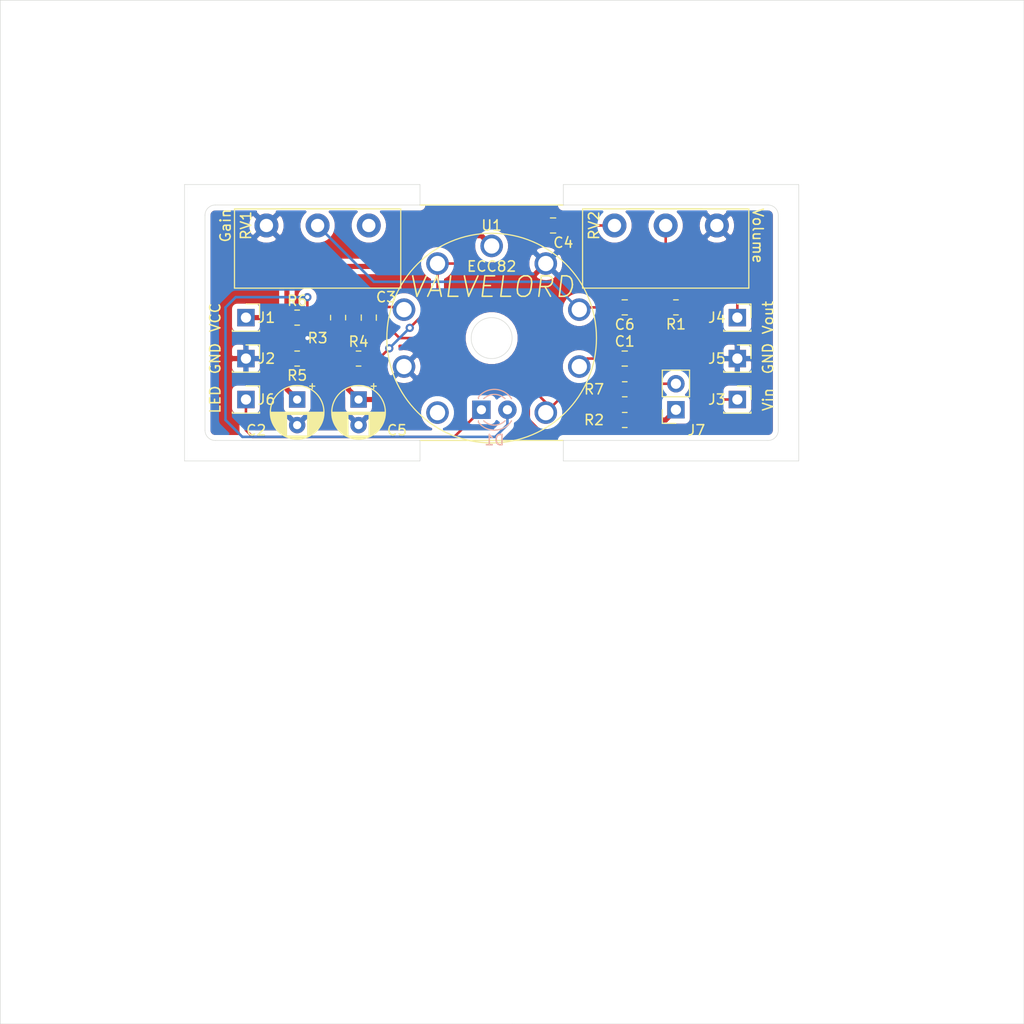
<source format=kicad_pcb>
(kicad_pcb (version 20171130) (host pcbnew 5.1.9-73d0e3b20d~88~ubuntu20.04.1)

  (general
    (thickness 1.6)
    (drawings 32)
    (tracks 90)
    (zones 0)
    (modules 24)
    (nets 17)
  )

  (page A4)
  (layers
    (0 F.Cu signal)
    (31 B.Cu signal)
    (32 B.Adhes user)
    (33 F.Adhes user)
    (34 B.Paste user)
    (35 F.Paste user)
    (36 B.SilkS user)
    (37 F.SilkS user)
    (38 B.Mask user)
    (39 F.Mask user)
    (40 Dwgs.User user)
    (41 Cmts.User user)
    (42 Eco1.User user)
    (43 Eco2.User user)
    (44 Edge.Cuts user)
    (45 Margin user)
    (46 B.CrtYd user)
    (47 F.CrtYd user)
    (48 B.Fab user)
    (49 F.Fab user)
  )

  (setup
    (last_trace_width 0.25)
    (user_trace_width 0.25)
    (user_trace_width 0.5)
    (trace_clearance 0.2)
    (zone_clearance 0.508)
    (zone_45_only no)
    (trace_min 0.2)
    (via_size 0.8)
    (via_drill 0.4)
    (via_min_size 0.4)
    (via_min_drill 0.3)
    (uvia_size 0.3)
    (uvia_drill 0.1)
    (uvias_allowed no)
    (uvia_min_size 0.2)
    (uvia_min_drill 0.1)
    (edge_width 0.05)
    (segment_width 0.2)
    (pcb_text_width 0.3)
    (pcb_text_size 1.5 1.5)
    (mod_edge_width 0.12)
    (mod_text_size 1 1)
    (mod_text_width 0.15)
    (pad_size 1.524 1.524)
    (pad_drill 0.762)
    (pad_to_mask_clearance 0)
    (aux_axis_origin 177 100)
    (grid_origin 177 100)
    (visible_elements FFFFFF7F)
    (pcbplotparams
      (layerselection 0x010fc_ffffffff)
      (usegerberextensions false)
      (usegerberattributes true)
      (usegerberadvancedattributes true)
      (creategerberjobfile true)
      (excludeedgelayer true)
      (linewidth 0.100000)
      (plotframeref false)
      (viasonmask false)
      (mode 1)
      (useauxorigin false)
      (hpglpennumber 1)
      (hpglpenspeed 20)
      (hpglpendiameter 15.000000)
      (psnegative false)
      (psa4output false)
      (plotreference true)
      (plotvalue true)
      (plotinvisibletext false)
      (padsonsilk false)
      (subtractmaskfromsilk false)
      (outputformat 1)
      (mirror false)
      (drillshape 0)
      (scaleselection 1)
      (outputdirectory "output/"))
  )

  (net 0 "")
  (net 1 /Vin)
  (net 2 "Net-(C1-Pad1)")
  (net 3 VCC)
  (net 4 "Net-(C3-Pad2)")
  (net 5 "Net-(C3-Pad1)")
  (net 6 "Net-(C4-Pad2)")
  (net 7 "Net-(C4-Pad1)")
  (net 8 /Vout)
  (net 9 GND)
  (net 10 "Net-(RV1-Pad1)")
  (net 11 "Net-(U1-Pad9)")
  (net 12 VDD)
  (net 13 "Net-(C6-Pad2)")
  (net 14 "Net-(D1-Pad2)")
  (net 15 "Net-(D1-Pad1)")
  (net 16 "Net-(J7-Pad2)")

  (net_class Default "This is the default net class."
    (clearance 0.2)
    (trace_width 0.25)
    (via_dia 0.8)
    (via_drill 0.4)
    (uvia_dia 0.3)
    (uvia_drill 0.1)
    (add_net /Vin)
    (add_net /Vout)
    (add_net GND)
    (add_net "Net-(C1-Pad1)")
    (add_net "Net-(C3-Pad1)")
    (add_net "Net-(C3-Pad2)")
    (add_net "Net-(C4-Pad1)")
    (add_net "Net-(C4-Pad2)")
    (add_net "Net-(C6-Pad2)")
    (add_net "Net-(D1-Pad1)")
    (add_net "Net-(D1-Pad2)")
    (add_net "Net-(J7-Pad2)")
    (add_net "Net-(RV1-Pad1)")
    (add_net "Net-(U1-Pad9)")
    (add_net VCC)
    (add_net VDD)
  )

  (net_class Drill ""
    (clearance 0.6)
    (trace_width 1)
    (via_dia 0.8)
    (via_drill 0.4)
    (uvia_dia 0.3)
    (uvia_drill 0.1)
  )

  (module Potentiometer_THT:Potentiometer_Piher_T-16H_Single_Horizontal (layer F.Cu) (tedit 60A8EB44) (tstamp 60A876A2)
    (at 222 102 90)
    (descr "Potentiometer, horizontal, Piher T-16H Single, http://www.piher-nacesa.com/pdf/22-T16v03.pdf")
    (tags "Potentiometer horizontal Piher T-16H Single")
    (path /60ACB7D3)
    (fp_text reference RV2 (at 0 -7 90) (layer F.SilkS)
      (effects (font (size 1 1) (thickness 0.15)))
    )
    (fp_text value 100kA (at -3 7 90) (layer F.Fab)
      (effects (font (size 1 1) (thickness 0.15)))
    )
    (fp_line (start -6 -8) (end -6 8) (layer F.Fab) (width 0.1))
    (fp_line (start -6 8) (end 1.5 8) (layer F.Fab) (width 0.1))
    (fp_line (start 1.5 8) (end 1.5 -8) (layer F.Fab) (width 0.1))
    (fp_line (start 1.5 -8) (end -6 -8) (layer F.Fab) (width 0.1))
    (fp_line (start 1.5 -3.5) (end 1.5 3.5) (layer F.Fab) (width 0.1))
    (fp_line (start -6.12 -8.12) (end 1.62 -8.12) (layer F.SilkS) (width 0.12))
    (fp_line (start -6.12 8.12) (end 1.62 8.12) (layer F.SilkS) (width 0.12))
    (fp_line (start -6.12 -8.12) (end -6.12 8.12) (layer F.SilkS) (width 0.12))
    (fp_line (start 1.62 -8.12) (end 1.62 8.12) (layer F.SilkS) (width 0.12))
    (fp_line (start 1.62 -3.62) (end 1.62 3.62) (layer F.SilkS) (width 0.12))
    (fp_line (start -6.25 -8.25) (end -6.25 8.25) (layer F.CrtYd) (width 0.05))
    (fp_line (start -6.25 8.25) (end 1.75 8.25) (layer F.CrtYd) (width 0.05))
    (fp_line (start 1.75 8.25) (end 1.75 -8.25) (layer F.CrtYd) (width 0.05))
    (fp_line (start 1.75 -8.25) (end -6.25 -8.25) (layer F.CrtYd) (width 0.05))
    (fp_text user %R (at -2.25 0 90) (layer F.Fab)
      (effects (font (size 1 1) (thickness 0.15)))
    )
    (pad 1 thru_hole circle (at 0 5 90) (size 2.34 2.34) (drill 1.3) (layers *.Cu *.Mask)
      (net 9 GND))
    (pad 2 thru_hole circle (at 0 0 90) (size 2.34 2.34) (drill 1.3) (layers *.Cu *.Mask)
      (net 8 /Vout))
    (pad 3 thru_hole circle (at 0 -5 90) (size 2.34 2.34) (drill 1.3) (layers *.Cu *.Mask)
      (net 7 "Net-(C4-Pad1)"))
    (model ${KISYS3DMOD}/Potentiometer_THT.3dshapes/Potentiometer_Piher_T-16H_Single_Horizontal.wrl
      (at (xyz 0 0 0))
      (scale (xyz 1 1 1))
      (rotate (xyz 0 0 0))
    )
    (model ${KIPRJMOD}/RV16AF-20.step
      (offset (xyz -7 0 12.5))
      (scale (xyz 1 1 1))
      (rotate (xyz -90 0 -90))
    )
  )

  (module Potentiometer_THT:Potentiometer_Piher_T-16H_Single_Horizontal (layer F.Cu) (tedit 60A8EB08) (tstamp 60A8727D)
    (at 188 102 90)
    (descr "Potentiometer, horizontal, Piher T-16H Single, http://www.piher-nacesa.com/pdf/22-T16v03.pdf")
    (tags "Potentiometer horizontal Piher T-16H Single")
    (path /60AB1006)
    (fp_text reference RV1 (at 0 -7 90) (layer F.SilkS)
      (effects (font (size 1 1) (thickness 0.15)))
    )
    (fp_text value 10kB (at -4 7 90) (layer F.Fab)
      (effects (font (size 1 1) (thickness 0.15)))
    )
    (fp_line (start -6 -8) (end -6 8) (layer F.Fab) (width 0.1))
    (fp_line (start -6 8) (end 1.5 8) (layer F.Fab) (width 0.1))
    (fp_line (start 1.5 8) (end 1.5 -8) (layer F.Fab) (width 0.1))
    (fp_line (start 1.5 -8) (end -6 -8) (layer F.Fab) (width 0.1))
    (fp_line (start 1.5 -3.5) (end 1.5 3.5) (layer F.Fab) (width 0.1))
    (fp_line (start -6.12 -8.12) (end 1.62 -8.12) (layer F.SilkS) (width 0.12))
    (fp_line (start -6.12 8.12) (end 1.62 8.12) (layer F.SilkS) (width 0.12))
    (fp_line (start -6.12 -8.12) (end -6.12 8.12) (layer F.SilkS) (width 0.12))
    (fp_line (start 1.62 -8.12) (end 1.62 8.12) (layer F.SilkS) (width 0.12))
    (fp_line (start 1.62 -3.62) (end 1.62 3.62) (layer F.SilkS) (width 0.12))
    (fp_line (start -6.25 -8.25) (end -6.25 8.25) (layer F.CrtYd) (width 0.05))
    (fp_line (start -6.25 8.25) (end 1.75 8.25) (layer F.CrtYd) (width 0.05))
    (fp_line (start 1.75 8.25) (end 1.75 -8.25) (layer F.CrtYd) (width 0.05))
    (fp_line (start 1.75 -8.25) (end -6.25 -8.25) (layer F.CrtYd) (width 0.05))
    (fp_text user %R (at -2.25 0 90) (layer F.Fab)
      (effects (font (size 1 1) (thickness 0.15)))
    )
    (pad 1 thru_hole circle (at 0 5 90) (size 2.34 2.34) (drill 1.3) (layers *.Cu *.Mask)
      (net 10 "Net-(RV1-Pad1)"))
    (pad 2 thru_hole circle (at 0 0 90) (size 2.34 2.34) (drill 1.3) (layers *.Cu *.Mask)
      (net 13 "Net-(C6-Pad2)"))
    (pad 3 thru_hole circle (at 0 -5 90) (size 2.34 2.34) (drill 1.3) (layers *.Cu *.Mask)
      (net 9 GND))
    (model ${KISYS3DMOD}/Potentiometer_THT.3dshapes/Potentiometer_Piher_T-16H_Single_Horizontal.wrl
      (at (xyz 0 0 0))
      (scale (xyz 1 1 1))
      (rotate (xyz 0 0 0))
    )
    (model ${KIPRJMOD}/RV16AF-20.step
      (offset (xyz -7 0 12.5))
      (scale (xyz 1 1 1))
      (rotate (xyz -90 0 -90))
    )
  )

  (module Valve:Valve_ECC-83-1 (layer F.Cu) (tedit 60A82F8E) (tstamp 60A872B2)
    (at 205 113)
    (descr "Valve ECC-83-1 round pins")
    (tags "Valve ECC-83-1 round pins")
    (path /60A7EF98)
    (fp_text reference U1 (at 0 -11) (layer F.SilkS)
      (effects (font (size 1 1) (thickness 0.15)))
    )
    (fp_text value ECC82 (at 0 -7) (layer F.SilkS)
      (effects (font (size 1 1) (thickness 0.15)))
    )
    (fp_circle (center 0.05 0.05) (end 0.05 -10.2) (layer F.CrtYd) (width 0.05))
    (fp_circle (center 0 0) (end 10 0) (layer F.Fab) (width 0.1))
    (fp_circle (center 0 0) (end 10.239067 0) (layer F.SilkS) (width 0.12))
    (fp_text user %R (at 0.05 0.05) (layer F.Fab)
      (effects (font (size 1 1) (thickness 0.15)))
    )
    (pad 9 thru_hole circle (at -5.29 7.28) (size 2.2 2.2) (drill 1.5) (layers *.Cu *.Mask)
      (net 11 "Net-(U1-Pad9)"))
    (pad 8 thru_hole circle (at -8.56 2.78) (size 2.2 2.2) (drill 1.5) (layers *.Cu *.Mask)
      (net 9 GND))
    (pad 7 thru_hole circle (at -8.56 -2.78) (size 2.2 2.2) (drill 1.5) (layers *.Cu *.Mask)
      (net 5 "Net-(C3-Pad1)"))
    (pad 6 thru_hole circle (at -5.29 -7.28) (size 2.2 2.2) (drill 1.5) (layers *.Cu *.Mask)
      (net 6 "Net-(C4-Pad2)"))
    (pad 5 thru_hole circle (at 0 -9) (size 2.2 2.2) (drill 1.5) (layers *.Cu *.Mask)
      (net 3 VCC))
    (pad 4 thru_hole circle (at 5.29 -7.28) (size 2.2 2.2) (drill 1.5) (layers *.Cu *.Mask)
      (net 9 GND))
    (pad 3 thru_hole circle (at 8.56 -2.78) (size 2.2 2.2) (drill 1.5) (layers *.Cu *.Mask)
      (net 13 "Net-(C6-Pad2)"))
    (pad 2 thru_hole circle (at 8.56 2.78) (size 2.2 2.2) (drill 1.5) (layers *.Cu *.Mask)
      (net 2 "Net-(C1-Pad1)"))
    (pad 1 thru_hole circle (at 5.29 7.28) (size 2.2 2.2) (drill 1.5) (layers *.Cu *.Mask)
      (net 4 "Net-(C3-Pad2)"))
    (model ${KISYS3DMOD}/Valve.3dshapes/Valve_ECC-83-1.wrl
      (at (xyz 0 0 0))
      (scale (xyz 1 1 1))
      (rotate (xyz 0 0 0))
    )
    (model "${KIPRJMOD}/Tube Socket - PCB v2.step"
      (offset (xyz 0 0 0.5))
      (scale (xyz 1 1 1))
      (rotate (xyz 0 0 0))
    )
  )

  (module Connector_PinSocket_2.54mm:PinSocket_1x02_P2.54mm_Vertical (layer F.Cu) (tedit 5A19A420) (tstamp 60A8DA56)
    (at 223 120 180)
    (descr "Through hole straight socket strip, 1x02, 2.54mm pitch, single row (from Kicad 4.0.7), script generated")
    (tags "Through hole socket strip THT 1x02 2.54mm single row")
    (path /60B61E59)
    (fp_text reference J7 (at -2 -2) (layer F.SilkS)
      (effects (font (size 1 1) (thickness 0.15)))
    )
    (fp_text value Gain (at 0 5.31) (layer F.Fab)
      (effects (font (size 1 1) (thickness 0.15)))
    )
    (fp_line (start -1.27 -1.27) (end 0.635 -1.27) (layer F.Fab) (width 0.1))
    (fp_line (start 0.635 -1.27) (end 1.27 -0.635) (layer F.Fab) (width 0.1))
    (fp_line (start 1.27 -0.635) (end 1.27 3.81) (layer F.Fab) (width 0.1))
    (fp_line (start 1.27 3.81) (end -1.27 3.81) (layer F.Fab) (width 0.1))
    (fp_line (start -1.27 3.81) (end -1.27 -1.27) (layer F.Fab) (width 0.1))
    (fp_line (start -1.33 1.27) (end 1.33 1.27) (layer F.SilkS) (width 0.12))
    (fp_line (start -1.33 1.27) (end -1.33 3.87) (layer F.SilkS) (width 0.12))
    (fp_line (start -1.33 3.87) (end 1.33 3.87) (layer F.SilkS) (width 0.12))
    (fp_line (start 1.33 1.27) (end 1.33 3.87) (layer F.SilkS) (width 0.12))
    (fp_line (start 1.33 -1.33) (end 1.33 0) (layer F.SilkS) (width 0.12))
    (fp_line (start 0 -1.33) (end 1.33 -1.33) (layer F.SilkS) (width 0.12))
    (fp_line (start -1.8 -1.8) (end 1.75 -1.8) (layer F.CrtYd) (width 0.05))
    (fp_line (start 1.75 -1.8) (end 1.75 4.3) (layer F.CrtYd) (width 0.05))
    (fp_line (start 1.75 4.3) (end -1.8 4.3) (layer F.CrtYd) (width 0.05))
    (fp_line (start -1.8 4.3) (end -1.8 -1.8) (layer F.CrtYd) (width 0.05))
    (fp_text user %R (at 0 1.27 90) (layer F.Fab)
      (effects (font (size 1 1) (thickness 0.15)))
    )
    (pad 2 thru_hole oval (at 0 2.54 180) (size 1.7 1.7) (drill 1) (layers *.Cu *.Mask)
      (net 16 "Net-(J7-Pad2)"))
    (pad 1 thru_hole rect (at 0 0 180) (size 1.7 1.7) (drill 1) (layers *.Cu *.Mask)
      (net 12 VDD))
    (model ${KISYS3DMOD}/Connector_PinSocket_2.54mm.3dshapes/PinSocket_1x02_P2.54mm_Vertical.wrl
      (at (xyz 0 0 0))
      (scale (xyz 1 1 1))
      (rotate (xyz 0 0 0))
    )
  )

  (module Resistor_SMD:R_0805_2012Metric_Pad1.20x1.40mm_HandSolder (layer F.Cu) (tedit 5F68FEEE) (tstamp 60A87259)
    (at 192 115)
    (descr "Resistor SMD 0805 (2012 Metric), square (rectangular) end terminal, IPC_7351 nominal with elongated pad for handsoldering. (Body size source: IPC-SM-782 page 72, https://www.pcb-3d.com/wordpress/wp-content/uploads/ipc-sm-782a_amendment_1_and_2.pdf), generated with kicad-footprint-generator")
    (tags "resistor handsolder")
    (path /60AB86F9)
    (attr smd)
    (fp_text reference R4 (at 0 -1.65) (layer F.SilkS)
      (effects (font (size 1 1) (thickness 0.15)))
    )
    (fp_text value 100k (at 0 0) (layer F.Fab)
      (effects (font (size 1 1) (thickness 0.15)))
    )
    (fp_line (start -1 0.625) (end -1 -0.625) (layer F.Fab) (width 0.1))
    (fp_line (start -1 -0.625) (end 1 -0.625) (layer F.Fab) (width 0.1))
    (fp_line (start 1 -0.625) (end 1 0.625) (layer F.Fab) (width 0.1))
    (fp_line (start 1 0.625) (end -1 0.625) (layer F.Fab) (width 0.1))
    (fp_line (start -0.227064 -0.735) (end 0.227064 -0.735) (layer F.SilkS) (width 0.12))
    (fp_line (start -0.227064 0.735) (end 0.227064 0.735) (layer F.SilkS) (width 0.12))
    (fp_line (start -1.85 0.95) (end -1.85 -0.95) (layer F.CrtYd) (width 0.05))
    (fp_line (start -1.85 -0.95) (end 1.85 -0.95) (layer F.CrtYd) (width 0.05))
    (fp_line (start 1.85 -0.95) (end 1.85 0.95) (layer F.CrtYd) (width 0.05))
    (fp_line (start 1.85 0.95) (end -1.85 0.95) (layer F.CrtYd) (width 0.05))
    (fp_text user %R (at 0 0) (layer F.Fab)
      (effects (font (size 0.5 0.5) (thickness 0.08)))
    )
    (pad 2 smd roundrect (at 1 0) (size 1.2 1.4) (layers F.Cu F.Paste F.Mask) (roundrect_rratio 0.2083325)
      (net 6 "Net-(C4-Pad2)"))
    (pad 1 smd roundrect (at -1 0) (size 1.2 1.4) (layers F.Cu F.Paste F.Mask) (roundrect_rratio 0.2083325)
      (net 12 VDD))
    (model ${KISYS3DMOD}/Resistor_SMD.3dshapes/R_0805_2012Metric.wrl
      (at (xyz 0 0 0))
      (scale (xyz 1 1 1))
      (rotate (xyz 0 0 0))
    )
  )

  (module Resistor_SMD:R_0805_2012Metric_Pad1.20x1.40mm_HandSolder (layer F.Cu) (tedit 5F68FEEE) (tstamp 60A8724A)
    (at 190 111 270)
    (descr "Resistor SMD 0805 (2012 Metric), square (rectangular) end terminal, IPC_7351 nominal with elongated pad for handsoldering. (Body size source: IPC-SM-782 page 72, https://www.pcb-3d.com/wordpress/wp-content/uploads/ipc-sm-782a_amendment_1_and_2.pdf), generated with kicad-footprint-generator")
    (tags "resistor handsolder")
    (path /60AB367B)
    (attr smd)
    (fp_text reference R3 (at 2 2 180) (layer F.SilkS)
      (effects (font (size 1 1) (thickness 0.15)))
    )
    (fp_text value 470k (at 0 0 270) (layer F.Fab)
      (effects (font (size 1 1) (thickness 0.15)))
    )
    (fp_line (start -1 0.625) (end -1 -0.625) (layer F.Fab) (width 0.1))
    (fp_line (start -1 -0.625) (end 1 -0.625) (layer F.Fab) (width 0.1))
    (fp_line (start 1 -0.625) (end 1 0.625) (layer F.Fab) (width 0.1))
    (fp_line (start 1 0.625) (end -1 0.625) (layer F.Fab) (width 0.1))
    (fp_line (start -0.227064 -0.735) (end 0.227064 -0.735) (layer F.SilkS) (width 0.12))
    (fp_line (start -0.227064 0.735) (end 0.227064 0.735) (layer F.SilkS) (width 0.12))
    (fp_line (start -1.85 0.95) (end -1.85 -0.95) (layer F.CrtYd) (width 0.05))
    (fp_line (start -1.85 -0.95) (end 1.85 -0.95) (layer F.CrtYd) (width 0.05))
    (fp_line (start 1.85 -0.95) (end 1.85 0.95) (layer F.CrtYd) (width 0.05))
    (fp_line (start 1.85 0.95) (end -1.85 0.95) (layer F.CrtYd) (width 0.05))
    (fp_text user %R (at 0 0 90) (layer F.Fab)
      (effects (font (size 0.5 0.5) (thickness 0.08)))
    )
    (pad 2 smd roundrect (at 1 0 270) (size 1.2 1.4) (layers F.Cu F.Paste F.Mask) (roundrect_rratio 0.2083325)
      (net 9 GND))
    (pad 1 smd roundrect (at -1 0 270) (size 1.2 1.4) (layers F.Cu F.Paste F.Mask) (roundrect_rratio 0.2083325)
      (net 5 "Net-(C3-Pad1)"))
    (model ${KISYS3DMOD}/Resistor_SMD.3dshapes/R_0805_2012Metric.wrl
      (at (xyz 0 0 0))
      (scale (xyz 1 1 1))
      (rotate (xyz 0 0 0))
    )
  )

  (module Resistor_SMD:R_0805_2012Metric_Pad1.20x1.40mm_HandSolder (layer F.Cu) (tedit 5F68FEEE) (tstamp 60A89BE5)
    (at 218 121 180)
    (descr "Resistor SMD 0805 (2012 Metric), square (rectangular) end terminal, IPC_7351 nominal with elongated pad for handsoldering. (Body size source: IPC-SM-782 page 72, https://www.pcb-3d.com/wordpress/wp-content/uploads/ipc-sm-782a_amendment_1_and_2.pdf), generated with kicad-footprint-generator")
    (tags "resistor handsolder")
    (path /60AB2A10)
    (attr smd)
    (fp_text reference R2 (at 3 0) (layer F.SilkS)
      (effects (font (size 1 1) (thickness 0.15)))
    )
    (fp_text value 100k (at 0 0) (layer F.Fab)
      (effects (font (size 1 1) (thickness 0.15)))
    )
    (fp_line (start -1 0.625) (end -1 -0.625) (layer F.Fab) (width 0.1))
    (fp_line (start -1 -0.625) (end 1 -0.625) (layer F.Fab) (width 0.1))
    (fp_line (start 1 -0.625) (end 1 0.625) (layer F.Fab) (width 0.1))
    (fp_line (start 1 0.625) (end -1 0.625) (layer F.Fab) (width 0.1))
    (fp_line (start -0.227064 -0.735) (end 0.227064 -0.735) (layer F.SilkS) (width 0.12))
    (fp_line (start -0.227064 0.735) (end 0.227064 0.735) (layer F.SilkS) (width 0.12))
    (fp_line (start -1.85 0.95) (end -1.85 -0.95) (layer F.CrtYd) (width 0.05))
    (fp_line (start -1.85 -0.95) (end 1.85 -0.95) (layer F.CrtYd) (width 0.05))
    (fp_line (start 1.85 -0.95) (end 1.85 0.95) (layer F.CrtYd) (width 0.05))
    (fp_line (start 1.85 0.95) (end -1.85 0.95) (layer F.CrtYd) (width 0.05))
    (fp_text user %R (at 0 0) (layer F.Fab)
      (effects (font (size 0.5 0.5) (thickness 0.08)))
    )
    (pad 2 smd roundrect (at 1 0 180) (size 1.2 1.4) (layers F.Cu F.Paste F.Mask) (roundrect_rratio 0.2083325)
      (net 16 "Net-(J7-Pad2)"))
    (pad 1 smd roundrect (at -1 0 180) (size 1.2 1.4) (layers F.Cu F.Paste F.Mask) (roundrect_rratio 0.2083325)
      (net 12 VDD))
    (model ${KISYS3DMOD}/Resistor_SMD.3dshapes/R_0805_2012Metric.wrl
      (at (xyz 0 0 0))
      (scale (xyz 1 1 1))
      (rotate (xyz 0 0 0))
    )
  )

  (module Resistor_SMD:R_0805_2012Metric_Pad1.20x1.40mm_HandSolder (layer F.Cu) (tedit 5F68FEEE) (tstamp 60A8722C)
    (at 223 110 180)
    (descr "Resistor SMD 0805 (2012 Metric), square (rectangular) end terminal, IPC_7351 nominal with elongated pad for handsoldering. (Body size source: IPC-SM-782 page 72, https://www.pcb-3d.com/wordpress/wp-content/uploads/ipc-sm-782a_amendment_1_and_2.pdf), generated with kicad-footprint-generator")
    (tags "resistor handsolder")
    (path /60A81646)
    (attr smd)
    (fp_text reference R1 (at 0 -1.65) (layer F.SilkS)
      (effects (font (size 1 1) (thickness 0.15)))
    )
    (fp_text value 1M (at 0 0) (layer F.Fab)
      (effects (font (size 1 1) (thickness 0.15)))
    )
    (fp_line (start -1 0.625) (end -1 -0.625) (layer F.Fab) (width 0.1))
    (fp_line (start -1 -0.625) (end 1 -0.625) (layer F.Fab) (width 0.1))
    (fp_line (start 1 -0.625) (end 1 0.625) (layer F.Fab) (width 0.1))
    (fp_line (start 1 0.625) (end -1 0.625) (layer F.Fab) (width 0.1))
    (fp_line (start -0.227064 -0.735) (end 0.227064 -0.735) (layer F.SilkS) (width 0.12))
    (fp_line (start -0.227064 0.735) (end 0.227064 0.735) (layer F.SilkS) (width 0.12))
    (fp_line (start -1.85 0.95) (end -1.85 -0.95) (layer F.CrtYd) (width 0.05))
    (fp_line (start -1.85 -0.95) (end 1.85 -0.95) (layer F.CrtYd) (width 0.05))
    (fp_line (start 1.85 -0.95) (end 1.85 0.95) (layer F.CrtYd) (width 0.05))
    (fp_line (start 1.85 0.95) (end -1.85 0.95) (layer F.CrtYd) (width 0.05))
    (fp_text user %R (at 0 0) (layer F.Fab)
      (effects (font (size 0.5 0.5) (thickness 0.08)))
    )
    (pad 2 smd roundrect (at 1 0 180) (size 1.2 1.4) (layers F.Cu F.Paste F.Mask) (roundrect_rratio 0.2083325)
      (net 9 GND))
    (pad 1 smd roundrect (at -1 0 180) (size 1.2 1.4) (layers F.Cu F.Paste F.Mask) (roundrect_rratio 0.2083325)
      (net 2 "Net-(C1-Pad1)"))
    (model ${KISYS3DMOD}/Resistor_SMD.3dshapes/R_0805_2012Metric.wrl
      (at (xyz 0 0 0))
      (scale (xyz 1 1 1))
      (rotate (xyz 0 0 0))
    )
  )

  (module Capacitor_SMD:C_0805_2012Metric_Pad1.18x1.45mm_HandSolder (layer F.Cu) (tedit 5F68FEEF) (tstamp 60A87205)
    (at 211 102 180)
    (descr "Capacitor SMD 0805 (2012 Metric), square (rectangular) end terminal, IPC_7351 nominal with elongated pad for handsoldering. (Body size source: IPC-SM-782 page 76, https://www.pcb-3d.com/wordpress/wp-content/uploads/ipc-sm-782a_amendment_1_and_2.pdf, https://docs.google.com/spreadsheets/d/1BsfQQcO9C6DZCsRaXUlFlo91Tg2WpOkGARC1WS5S8t0/edit?usp=sharing), generated with kicad-footprint-generator")
    (tags "capacitor handsolder")
    (path /60ADA368)
    (attr smd)
    (fp_text reference C4 (at -1 -1.68) (layer F.SilkS)
      (effects (font (size 1 1) (thickness 0.15)))
    )
    (fp_text value 1u (at 0 1.68) (layer F.Fab)
      (effects (font (size 1 1) (thickness 0.15)))
    )
    (fp_line (start -1 0.625) (end -1 -0.625) (layer F.Fab) (width 0.1))
    (fp_line (start -1 -0.625) (end 1 -0.625) (layer F.Fab) (width 0.1))
    (fp_line (start 1 -0.625) (end 1 0.625) (layer F.Fab) (width 0.1))
    (fp_line (start 1 0.625) (end -1 0.625) (layer F.Fab) (width 0.1))
    (fp_line (start -0.261252 -0.735) (end 0.261252 -0.735) (layer F.SilkS) (width 0.12))
    (fp_line (start -0.261252 0.735) (end 0.261252 0.735) (layer F.SilkS) (width 0.12))
    (fp_line (start -1.88 0.98) (end -1.88 -0.98) (layer F.CrtYd) (width 0.05))
    (fp_line (start -1.88 -0.98) (end 1.88 -0.98) (layer F.CrtYd) (width 0.05))
    (fp_line (start 1.88 -0.98) (end 1.88 0.98) (layer F.CrtYd) (width 0.05))
    (fp_line (start 1.88 0.98) (end -1.88 0.98) (layer F.CrtYd) (width 0.05))
    (fp_text user %R (at 0 0) (layer F.Fab)
      (effects (font (size 0.5 0.5) (thickness 0.08)))
    )
    (pad 2 smd roundrect (at 1.0375 0 180) (size 1.175 1.45) (layers F.Cu F.Paste F.Mask) (roundrect_rratio 0.2127659574468085)
      (net 6 "Net-(C4-Pad2)"))
    (pad 1 smd roundrect (at -1.0375 0 180) (size 1.175 1.45) (layers F.Cu F.Paste F.Mask) (roundrect_rratio 0.2127659574468085)
      (net 7 "Net-(C4-Pad1)"))
    (model ${KISYS3DMOD}/Capacitor_SMD.3dshapes/C_0805_2012Metric.wrl
      (at (xyz 0 0 0))
      (scale (xyz 1 1 1))
      (rotate (xyz 0 0 0))
    )
  )

  (module Capacitor_SMD:C_0805_2012Metric_Pad1.18x1.45mm_HandSolder (layer F.Cu) (tedit 5F68FEEF) (tstamp 60A8932B)
    (at 193 111 270)
    (descr "Capacitor SMD 0805 (2012 Metric), square (rectangular) end terminal, IPC_7351 nominal with elongated pad for handsoldering. (Body size source: IPC-SM-782 page 76, https://www.pcb-3d.com/wordpress/wp-content/uploads/ipc-sm-782a_amendment_1_and_2.pdf, https://docs.google.com/spreadsheets/d/1BsfQQcO9C6DZCsRaXUlFlo91Tg2WpOkGARC1WS5S8t0/edit?usp=sharing), generated with kicad-footprint-generator")
    (tags "capacitor handsolder")
    (path /60AB2FE2)
    (attr smd)
    (fp_text reference C3 (at -2 -1.68 180) (layer F.SilkS)
      (effects (font (size 1 1) (thickness 0.15)))
    )
    (fp_text value 47n (at 0 0 270) (layer F.Fab)
      (effects (font (size 1 1) (thickness 0.15)))
    )
    (fp_line (start -1 0.625) (end -1 -0.625) (layer F.Fab) (width 0.1))
    (fp_line (start -1 -0.625) (end 1 -0.625) (layer F.Fab) (width 0.1))
    (fp_line (start 1 -0.625) (end 1 0.625) (layer F.Fab) (width 0.1))
    (fp_line (start 1 0.625) (end -1 0.625) (layer F.Fab) (width 0.1))
    (fp_line (start -0.261252 -0.735) (end 0.261252 -0.735) (layer F.SilkS) (width 0.12))
    (fp_line (start -0.261252 0.735) (end 0.261252 0.735) (layer F.SilkS) (width 0.12))
    (fp_line (start -1.88 0.98) (end -1.88 -0.98) (layer F.CrtYd) (width 0.05))
    (fp_line (start -1.88 -0.98) (end 1.88 -0.98) (layer F.CrtYd) (width 0.05))
    (fp_line (start 1.88 -0.98) (end 1.88 0.98) (layer F.CrtYd) (width 0.05))
    (fp_line (start 1.88 0.98) (end -1.88 0.98) (layer F.CrtYd) (width 0.05))
    (fp_text user %R (at 0 0 90) (layer F.Fab)
      (effects (font (size 0.5 0.5) (thickness 0.08)))
    )
    (pad 2 smd roundrect (at 1.0375 0 270) (size 1.175 1.45) (layers F.Cu F.Paste F.Mask) (roundrect_rratio 0.2127659574468085)
      (net 4 "Net-(C3-Pad2)"))
    (pad 1 smd roundrect (at -1.0375 0 270) (size 1.175 1.45) (layers F.Cu F.Paste F.Mask) (roundrect_rratio 0.2127659574468085)
      (net 5 "Net-(C3-Pad1)"))
    (model ${KISYS3DMOD}/Capacitor_SMD.3dshapes/C_0805_2012Metric.wrl
      (at (xyz 0 0 0))
      (scale (xyz 1 1 1))
      (rotate (xyz 0 0 0))
    )
  )

  (module Capacitor_SMD:C_0805_2012Metric_Pad1.18x1.45mm_HandSolder (layer F.Cu) (tedit 5F68FEEF) (tstamp 60A87157)
    (at 218 115)
    (descr "Capacitor SMD 0805 (2012 Metric), square (rectangular) end terminal, IPC_7351 nominal with elongated pad for handsoldering. (Body size source: IPC-SM-782 page 76, https://www.pcb-3d.com/wordpress/wp-content/uploads/ipc-sm-782a_amendment_1_and_2.pdf, https://docs.google.com/spreadsheets/d/1BsfQQcO9C6DZCsRaXUlFlo91Tg2WpOkGARC1WS5S8t0/edit?usp=sharing), generated with kicad-footprint-generator")
    (tags "capacitor handsolder")
    (path /60A81B59)
    (attr smd)
    (fp_text reference C1 (at 0 -1.68) (layer F.SilkS)
      (effects (font (size 1 1) (thickness 0.15)))
    )
    (fp_text value 47n (at 0 0) (layer F.Fab)
      (effects (font (size 1 1) (thickness 0.15)))
    )
    (fp_line (start -1 0.625) (end -1 -0.625) (layer F.Fab) (width 0.1))
    (fp_line (start -1 -0.625) (end 1 -0.625) (layer F.Fab) (width 0.1))
    (fp_line (start 1 -0.625) (end 1 0.625) (layer F.Fab) (width 0.1))
    (fp_line (start 1 0.625) (end -1 0.625) (layer F.Fab) (width 0.1))
    (fp_line (start -0.261252 -0.735) (end 0.261252 -0.735) (layer F.SilkS) (width 0.12))
    (fp_line (start -0.261252 0.735) (end 0.261252 0.735) (layer F.SilkS) (width 0.12))
    (fp_line (start -1.88 0.98) (end -1.88 -0.98) (layer F.CrtYd) (width 0.05))
    (fp_line (start -1.88 -0.98) (end 1.88 -0.98) (layer F.CrtYd) (width 0.05))
    (fp_line (start 1.88 -0.98) (end 1.88 0.98) (layer F.CrtYd) (width 0.05))
    (fp_line (start 1.88 0.98) (end -1.88 0.98) (layer F.CrtYd) (width 0.05))
    (fp_text user %R (at 0 0) (layer F.Fab)
      (effects (font (size 0.5 0.5) (thickness 0.08)))
    )
    (pad 2 smd roundrect (at 1.0375 0) (size 1.175 1.45) (layers F.Cu F.Paste F.Mask) (roundrect_rratio 0.2127659574468085)
      (net 1 /Vin))
    (pad 1 smd roundrect (at -1.0375 0) (size 1.175 1.45) (layers F.Cu F.Paste F.Mask) (roundrect_rratio 0.2127659574468085)
      (net 2 "Net-(C1-Pad1)"))
    (model ${KISYS3DMOD}/Capacitor_SMD.3dshapes/C_0805_2012Metric.wrl
      (at (xyz 0 0 0))
      (scale (xyz 1 1 1))
      (rotate (xyz 0 0 0))
    )
  )

  (module Resistor_SMD:R_0805_2012Metric_Pad1.20x1.40mm_HandSolder (layer F.Cu) (tedit 5F68FEEE) (tstamp 60A8A437)
    (at 218 118 180)
    (descr "Resistor SMD 0805 (2012 Metric), square (rectangular) end terminal, IPC_7351 nominal with elongated pad for handsoldering. (Body size source: IPC-SM-782 page 72, https://www.pcb-3d.com/wordpress/wp-content/uploads/ipc-sm-782a_amendment_1_and_2.pdf), generated with kicad-footprint-generator")
    (tags "resistor handsolder")
    (path /60B134E1)
    (attr smd)
    (fp_text reference R7 (at 3 0) (layer F.SilkS)
      (effects (font (size 1 1) (thickness 0.15)))
    )
    (fp_text value 100k (at 0 0) (layer F.Fab)
      (effects (font (size 1 1) (thickness 0.15)))
    )
    (fp_line (start -1 0.625) (end -1 -0.625) (layer F.Fab) (width 0.1))
    (fp_line (start -1 -0.625) (end 1 -0.625) (layer F.Fab) (width 0.1))
    (fp_line (start 1 -0.625) (end 1 0.625) (layer F.Fab) (width 0.1))
    (fp_line (start 1 0.625) (end -1 0.625) (layer F.Fab) (width 0.1))
    (fp_line (start -0.227064 -0.735) (end 0.227064 -0.735) (layer F.SilkS) (width 0.12))
    (fp_line (start -0.227064 0.735) (end 0.227064 0.735) (layer F.SilkS) (width 0.12))
    (fp_line (start -1.85 0.95) (end -1.85 -0.95) (layer F.CrtYd) (width 0.05))
    (fp_line (start -1.85 -0.95) (end 1.85 -0.95) (layer F.CrtYd) (width 0.05))
    (fp_line (start 1.85 -0.95) (end 1.85 0.95) (layer F.CrtYd) (width 0.05))
    (fp_line (start 1.85 0.95) (end -1.85 0.95) (layer F.CrtYd) (width 0.05))
    (fp_text user %R (at 0 0) (layer F.Fab)
      (effects (font (size 0.5 0.5) (thickness 0.08)))
    )
    (pad 2 smd roundrect (at 1 0 180) (size 1.2 1.4) (layers F.Cu F.Paste F.Mask) (roundrect_rratio 0.2083325)
      (net 4 "Net-(C3-Pad2)"))
    (pad 1 smd roundrect (at -1 0 180) (size 1.2 1.4) (layers F.Cu F.Paste F.Mask) (roundrect_rratio 0.2083325)
      (net 16 "Net-(J7-Pad2)"))
    (model ${KISYS3DMOD}/Resistor_SMD.3dshapes/R_0805_2012Metric.wrl
      (at (xyz 0 0 0))
      (scale (xyz 1 1 1))
      (rotate (xyz 0 0 0))
    )
  )

  (module Resistor_SMD:R_0805_2012Metric_Pad1.20x1.40mm_HandSolder (layer F.Cu) (tedit 5F68FEEE) (tstamp 60A8A426)
    (at 186 111)
    (descr "Resistor SMD 0805 (2012 Metric), square (rectangular) end terminal, IPC_7351 nominal with elongated pad for handsoldering. (Body size source: IPC-SM-782 page 72, https://www.pcb-3d.com/wordpress/wp-content/uploads/ipc-sm-782a_amendment_1_and_2.pdf), generated with kicad-footprint-generator")
    (tags "resistor handsolder")
    (path /60B42002)
    (attr smd)
    (fp_text reference R6 (at 0 -1.65) (layer F.SilkS)
      (effects (font (size 1 1) (thickness 0.15)))
    )
    (fp_text value 1k (at 0 0) (layer F.Fab)
      (effects (font (size 1 1) (thickness 0.15)))
    )
    (fp_line (start -1 0.625) (end -1 -0.625) (layer F.Fab) (width 0.1))
    (fp_line (start -1 -0.625) (end 1 -0.625) (layer F.Fab) (width 0.1))
    (fp_line (start 1 -0.625) (end 1 0.625) (layer F.Fab) (width 0.1))
    (fp_line (start 1 0.625) (end -1 0.625) (layer F.Fab) (width 0.1))
    (fp_line (start -0.227064 -0.735) (end 0.227064 -0.735) (layer F.SilkS) (width 0.12))
    (fp_line (start -0.227064 0.735) (end 0.227064 0.735) (layer F.SilkS) (width 0.12))
    (fp_line (start -1.85 0.95) (end -1.85 -0.95) (layer F.CrtYd) (width 0.05))
    (fp_line (start -1.85 -0.95) (end 1.85 -0.95) (layer F.CrtYd) (width 0.05))
    (fp_line (start 1.85 -0.95) (end 1.85 0.95) (layer F.CrtYd) (width 0.05))
    (fp_line (start 1.85 0.95) (end -1.85 0.95) (layer F.CrtYd) (width 0.05))
    (fp_text user %R (at 0 0) (layer F.Fab)
      (effects (font (size 0.5 0.5) (thickness 0.08)))
    )
    (pad 2 smd roundrect (at 1 0) (size 1.2 1.4) (layers F.Cu F.Paste F.Mask) (roundrect_rratio 0.2083325)
      (net 14 "Net-(D1-Pad2)"))
    (pad 1 smd roundrect (at -1 0) (size 1.2 1.4) (layers F.Cu F.Paste F.Mask) (roundrect_rratio 0.2083325)
      (net 3 VCC))
    (model ${KISYS3DMOD}/Resistor_SMD.3dshapes/R_0805_2012Metric.wrl
      (at (xyz 0 0 0))
      (scale (xyz 1 1 1))
      (rotate (xyz 0 0 0))
    )
  )

  (module Resistor_SMD:R_0805_2012Metric_Pad1.20x1.40mm_HandSolder (layer F.Cu) (tedit 5F68FEEE) (tstamp 60A8A415)
    (at 186 115 180)
    (descr "Resistor SMD 0805 (2012 Metric), square (rectangular) end terminal, IPC_7351 nominal with elongated pad for handsoldering. (Body size source: IPC-SM-782 page 72, https://www.pcb-3d.com/wordpress/wp-content/uploads/ipc-sm-782a_amendment_1_and_2.pdf), generated with kicad-footprint-generator")
    (tags "resistor handsolder")
    (path /60B31913)
    (attr smd)
    (fp_text reference R5 (at 0 -1.65) (layer F.SilkS)
      (effects (font (size 1 1) (thickness 0.15)))
    )
    (fp_text value 10 (at 0 0) (layer F.Fab)
      (effects (font (size 1 1) (thickness 0.15)))
    )
    (fp_line (start -1 0.625) (end -1 -0.625) (layer F.Fab) (width 0.1))
    (fp_line (start -1 -0.625) (end 1 -0.625) (layer F.Fab) (width 0.1))
    (fp_line (start 1 -0.625) (end 1 0.625) (layer F.Fab) (width 0.1))
    (fp_line (start 1 0.625) (end -1 0.625) (layer F.Fab) (width 0.1))
    (fp_line (start -0.227064 -0.735) (end 0.227064 -0.735) (layer F.SilkS) (width 0.12))
    (fp_line (start -0.227064 0.735) (end 0.227064 0.735) (layer F.SilkS) (width 0.12))
    (fp_line (start -1.85 0.95) (end -1.85 -0.95) (layer F.CrtYd) (width 0.05))
    (fp_line (start -1.85 -0.95) (end 1.85 -0.95) (layer F.CrtYd) (width 0.05))
    (fp_line (start 1.85 -0.95) (end 1.85 0.95) (layer F.CrtYd) (width 0.05))
    (fp_line (start 1.85 0.95) (end -1.85 0.95) (layer F.CrtYd) (width 0.05))
    (fp_text user %R (at 0 0) (layer F.Fab)
      (effects (font (size 0.5 0.5) (thickness 0.08)))
    )
    (pad 2 smd roundrect (at 1 0 180) (size 1.2 1.4) (layers F.Cu F.Paste F.Mask) (roundrect_rratio 0.2083325)
      (net 3 VCC))
    (pad 1 smd roundrect (at -1 0 180) (size 1.2 1.4) (layers F.Cu F.Paste F.Mask) (roundrect_rratio 0.2083325)
      (net 12 VDD))
    (model ${KISYS3DMOD}/Resistor_SMD.3dshapes/R_0805_2012Metric.wrl
      (at (xyz 0 0 0))
      (scale (xyz 1 1 1))
      (rotate (xyz 0 0 0))
    )
  )

  (module Connector_PinSocket_2.54mm:PinSocket_1x01_P2.54mm_Vertical (layer F.Cu) (tedit 5A19A434) (tstamp 60A8A3CC)
    (at 181 119)
    (descr "Through hole straight socket strip, 1x01, 2.54mm pitch, single row (from Kicad 4.0.7), script generated")
    (tags "Through hole socket strip THT 1x01 2.54mm single row")
    (path /60B44476)
    (fp_text reference J6 (at 2 0) (layer F.SilkS)
      (effects (font (size 1 1) (thickness 0.15)))
    )
    (fp_text value LED (at -3 0 90) (layer F.SilkS)
      (effects (font (size 1 1) (thickness 0.15)))
    )
    (fp_line (start -1.27 -1.27) (end 0.635 -1.27) (layer F.Fab) (width 0.1))
    (fp_line (start 0.635 -1.27) (end 1.27 -0.635) (layer F.Fab) (width 0.1))
    (fp_line (start 1.27 -0.635) (end 1.27 1.27) (layer F.Fab) (width 0.1))
    (fp_line (start 1.27 1.27) (end -1.27 1.27) (layer F.Fab) (width 0.1))
    (fp_line (start -1.27 1.27) (end -1.27 -1.27) (layer F.Fab) (width 0.1))
    (fp_line (start -1.33 1.33) (end 1.33 1.33) (layer F.SilkS) (width 0.12))
    (fp_line (start -1.33 1.21) (end -1.33 1.33) (layer F.SilkS) (width 0.12))
    (fp_line (start 1.33 1.21) (end 1.33 1.33) (layer F.SilkS) (width 0.12))
    (fp_line (start 1.33 -1.33) (end 1.33 0) (layer F.SilkS) (width 0.12))
    (fp_line (start 0 -1.33) (end 1.33 -1.33) (layer F.SilkS) (width 0.12))
    (fp_line (start -1.8 -1.8) (end 1.75 -1.8) (layer F.CrtYd) (width 0.05))
    (fp_line (start 1.75 -1.8) (end 1.75 1.75) (layer F.CrtYd) (width 0.05))
    (fp_line (start 1.75 1.75) (end -1.8 1.75) (layer F.CrtYd) (width 0.05))
    (fp_line (start -1.8 1.75) (end -1.8 -1.8) (layer F.CrtYd) (width 0.05))
    (fp_text user %R (at 0 0) (layer F.Fab)
      (effects (font (size 1 1) (thickness 0.15)))
    )
    (pad 1 thru_hole rect (at 0 0) (size 1.7 1.7) (drill 1) (layers *.Cu *.Mask)
      (net 15 "Net-(D1-Pad1)"))
    (model ${KISYS3DMOD}/Connector_PinSocket_2.54mm.3dshapes/PinSocket_1x01_P2.54mm_Vertical.wrl
      (at (xyz 0 0 0))
      (scale (xyz 1 1 1))
      (rotate (xyz 0 0 0))
    )
  )

  (module LED_THT:LED_D3.0mm (layer B.Cu) (tedit 587A3A7B) (tstamp 60A8A2FA)
    (at 204 120)
    (descr "LED, diameter 3.0mm, 2 pins")
    (tags "LED diameter 3.0mm 2 pins")
    (path /60B4389F)
    (fp_text reference D1 (at 1.27 2.96) (layer B.SilkS)
      (effects (font (size 1 1) (thickness 0.15)) (justify mirror))
    )
    (fp_text value LED (at 1.27 -2.96) (layer B.Fab)
      (effects (font (size 1 1) (thickness 0.15)) (justify mirror))
    )
    (fp_circle (center 1.27 0) (end 2.77 0) (layer B.Fab) (width 0.1))
    (fp_line (start -0.23 1.16619) (end -0.23 -1.16619) (layer B.Fab) (width 0.1))
    (fp_line (start -0.29 1.236) (end -0.29 1.08) (layer B.SilkS) (width 0.12))
    (fp_line (start -0.29 -1.08) (end -0.29 -1.236) (layer B.SilkS) (width 0.12))
    (fp_line (start -1.15 2.25) (end -1.15 -2.25) (layer B.CrtYd) (width 0.05))
    (fp_line (start -1.15 -2.25) (end 3.7 -2.25) (layer B.CrtYd) (width 0.05))
    (fp_line (start 3.7 -2.25) (end 3.7 2.25) (layer B.CrtYd) (width 0.05))
    (fp_line (start 3.7 2.25) (end -1.15 2.25) (layer B.CrtYd) (width 0.05))
    (fp_arc (start 1.27 0) (end 0.229039 -1.08) (angle 87.9) (layer B.SilkS) (width 0.12))
    (fp_arc (start 1.27 0) (end 0.229039 1.08) (angle -87.9) (layer B.SilkS) (width 0.12))
    (fp_arc (start 1.27 0) (end -0.29 -1.235516) (angle 108.8) (layer B.SilkS) (width 0.12))
    (fp_arc (start 1.27 0) (end -0.29 1.235516) (angle -108.8) (layer B.SilkS) (width 0.12))
    (fp_arc (start 1.27 0) (end -0.23 1.16619) (angle -284.3) (layer B.Fab) (width 0.1))
    (pad 2 thru_hole circle (at 2.54 0) (size 1.8 1.8) (drill 0.9) (layers *.Cu *.Mask)
      (net 14 "Net-(D1-Pad2)"))
    (pad 1 thru_hole rect (at 0 0) (size 1.8 1.8) (drill 0.9) (layers *.Cu *.Mask)
      (net 15 "Net-(D1-Pad1)"))
    (model ${KISYS3DMOD}/LED_THT.3dshapes/LED_D3.0mm.wrl
      (at (xyz 0 0 0))
      (scale (xyz 1 1 1))
      (rotate (xyz 0 0 0))
    )
  )

  (module Capacitor_SMD:C_0805_2012Metric_Pad1.18x1.45mm_HandSolder (layer F.Cu) (tedit 5F68FEEF) (tstamp 60A8CF81)
    (at 218 110 180)
    (descr "Capacitor SMD 0805 (2012 Metric), square (rectangular) end terminal, IPC_7351 nominal with elongated pad for handsoldering. (Body size source: IPC-SM-782 page 76, https://www.pcb-3d.com/wordpress/wp-content/uploads/ipc-sm-782a_amendment_1_and_2.pdf, https://docs.google.com/spreadsheets/d/1BsfQQcO9C6DZCsRaXUlFlo91Tg2WpOkGARC1WS5S8t0/edit?usp=sharing), generated with kicad-footprint-generator")
    (tags "capacitor handsolder")
    (path /60B39BFA)
    (attr smd)
    (fp_text reference C6 (at 0 -1.68) (layer F.SilkS)
      (effects (font (size 1 1) (thickness 0.15)))
    )
    (fp_text value 2.2n (at 0 0) (layer F.Fab)
      (effects (font (size 1 1) (thickness 0.15)))
    )
    (fp_line (start -1 0.625) (end -1 -0.625) (layer F.Fab) (width 0.1))
    (fp_line (start -1 -0.625) (end 1 -0.625) (layer F.Fab) (width 0.1))
    (fp_line (start 1 -0.625) (end 1 0.625) (layer F.Fab) (width 0.1))
    (fp_line (start 1 0.625) (end -1 0.625) (layer F.Fab) (width 0.1))
    (fp_line (start -0.261252 -0.735) (end 0.261252 -0.735) (layer F.SilkS) (width 0.12))
    (fp_line (start -0.261252 0.735) (end 0.261252 0.735) (layer F.SilkS) (width 0.12))
    (fp_line (start -1.88 0.98) (end -1.88 -0.98) (layer F.CrtYd) (width 0.05))
    (fp_line (start -1.88 -0.98) (end 1.88 -0.98) (layer F.CrtYd) (width 0.05))
    (fp_line (start 1.88 -0.98) (end 1.88 0.98) (layer F.CrtYd) (width 0.05))
    (fp_line (start 1.88 0.98) (end -1.88 0.98) (layer F.CrtYd) (width 0.05))
    (fp_text user %R (at 0 0) (layer F.Fab)
      (effects (font (size 0.5 0.5) (thickness 0.08)))
    )
    (pad 2 smd roundrect (at 1.0375 0 180) (size 1.175 1.45) (layers F.Cu F.Paste F.Mask) (roundrect_rratio 0.2127659574468085)
      (net 13 "Net-(C6-Pad2)"))
    (pad 1 smd roundrect (at -1.0375 0 180) (size 1.175 1.45) (layers F.Cu F.Paste F.Mask) (roundrect_rratio 0.2127659574468085)
      (net 9 GND))
    (model ${KISYS3DMOD}/Capacitor_SMD.3dshapes/C_0805_2012Metric.wrl
      (at (xyz 0 0 0))
      (scale (xyz 1 1 1))
      (rotate (xyz 0 0 0))
    )
  )

  (module Capacitor_THT:CP_Radial_D5.0mm_P2.50mm (layer F.Cu) (tedit 5AE50EF0) (tstamp 60A8A2D6)
    (at 192 119 270)
    (descr "CP, Radial series, Radial, pin pitch=2.50mm, , diameter=5mm, Electrolytic Capacitor")
    (tags "CP Radial series Radial pin pitch 2.50mm  diameter 5mm Electrolytic Capacitor")
    (path /60B2D0F2)
    (fp_text reference C5 (at 3 -3.75 180) (layer F.SilkS)
      (effects (font (size 1 1) (thickness 0.15)))
    )
    (fp_text value 100u (at 1 0 90) (layer F.Fab)
      (effects (font (size 1 1) (thickness 0.15)))
    )
    (fp_circle (center 1.25 0) (end 3.75 0) (layer F.Fab) (width 0.1))
    (fp_circle (center 1.25 0) (end 3.87 0) (layer F.SilkS) (width 0.12))
    (fp_circle (center 1.25 0) (end 4 0) (layer F.CrtYd) (width 0.05))
    (fp_line (start -0.883605 -1.0875) (end -0.383605 -1.0875) (layer F.Fab) (width 0.1))
    (fp_line (start -0.633605 -1.3375) (end -0.633605 -0.8375) (layer F.Fab) (width 0.1))
    (fp_line (start 1.25 -2.58) (end 1.25 2.58) (layer F.SilkS) (width 0.12))
    (fp_line (start 1.29 -2.58) (end 1.29 2.58) (layer F.SilkS) (width 0.12))
    (fp_line (start 1.33 -2.579) (end 1.33 2.579) (layer F.SilkS) (width 0.12))
    (fp_line (start 1.37 -2.578) (end 1.37 2.578) (layer F.SilkS) (width 0.12))
    (fp_line (start 1.41 -2.576) (end 1.41 2.576) (layer F.SilkS) (width 0.12))
    (fp_line (start 1.45 -2.573) (end 1.45 2.573) (layer F.SilkS) (width 0.12))
    (fp_line (start 1.49 -2.569) (end 1.49 -1.04) (layer F.SilkS) (width 0.12))
    (fp_line (start 1.49 1.04) (end 1.49 2.569) (layer F.SilkS) (width 0.12))
    (fp_line (start 1.53 -2.565) (end 1.53 -1.04) (layer F.SilkS) (width 0.12))
    (fp_line (start 1.53 1.04) (end 1.53 2.565) (layer F.SilkS) (width 0.12))
    (fp_line (start 1.57 -2.561) (end 1.57 -1.04) (layer F.SilkS) (width 0.12))
    (fp_line (start 1.57 1.04) (end 1.57 2.561) (layer F.SilkS) (width 0.12))
    (fp_line (start 1.61 -2.556) (end 1.61 -1.04) (layer F.SilkS) (width 0.12))
    (fp_line (start 1.61 1.04) (end 1.61 2.556) (layer F.SilkS) (width 0.12))
    (fp_line (start 1.65 -2.55) (end 1.65 -1.04) (layer F.SilkS) (width 0.12))
    (fp_line (start 1.65 1.04) (end 1.65 2.55) (layer F.SilkS) (width 0.12))
    (fp_line (start 1.69 -2.543) (end 1.69 -1.04) (layer F.SilkS) (width 0.12))
    (fp_line (start 1.69 1.04) (end 1.69 2.543) (layer F.SilkS) (width 0.12))
    (fp_line (start 1.73 -2.536) (end 1.73 -1.04) (layer F.SilkS) (width 0.12))
    (fp_line (start 1.73 1.04) (end 1.73 2.536) (layer F.SilkS) (width 0.12))
    (fp_line (start 1.77 -2.528) (end 1.77 -1.04) (layer F.SilkS) (width 0.12))
    (fp_line (start 1.77 1.04) (end 1.77 2.528) (layer F.SilkS) (width 0.12))
    (fp_line (start 1.81 -2.52) (end 1.81 -1.04) (layer F.SilkS) (width 0.12))
    (fp_line (start 1.81 1.04) (end 1.81 2.52) (layer F.SilkS) (width 0.12))
    (fp_line (start 1.85 -2.511) (end 1.85 -1.04) (layer F.SilkS) (width 0.12))
    (fp_line (start 1.85 1.04) (end 1.85 2.511) (layer F.SilkS) (width 0.12))
    (fp_line (start 1.89 -2.501) (end 1.89 -1.04) (layer F.SilkS) (width 0.12))
    (fp_line (start 1.89 1.04) (end 1.89 2.501) (layer F.SilkS) (width 0.12))
    (fp_line (start 1.93 -2.491) (end 1.93 -1.04) (layer F.SilkS) (width 0.12))
    (fp_line (start 1.93 1.04) (end 1.93 2.491) (layer F.SilkS) (width 0.12))
    (fp_line (start 1.971 -2.48) (end 1.971 -1.04) (layer F.SilkS) (width 0.12))
    (fp_line (start 1.971 1.04) (end 1.971 2.48) (layer F.SilkS) (width 0.12))
    (fp_line (start 2.011 -2.468) (end 2.011 -1.04) (layer F.SilkS) (width 0.12))
    (fp_line (start 2.011 1.04) (end 2.011 2.468) (layer F.SilkS) (width 0.12))
    (fp_line (start 2.051 -2.455) (end 2.051 -1.04) (layer F.SilkS) (width 0.12))
    (fp_line (start 2.051 1.04) (end 2.051 2.455) (layer F.SilkS) (width 0.12))
    (fp_line (start 2.091 -2.442) (end 2.091 -1.04) (layer F.SilkS) (width 0.12))
    (fp_line (start 2.091 1.04) (end 2.091 2.442) (layer F.SilkS) (width 0.12))
    (fp_line (start 2.131 -2.428) (end 2.131 -1.04) (layer F.SilkS) (width 0.12))
    (fp_line (start 2.131 1.04) (end 2.131 2.428) (layer F.SilkS) (width 0.12))
    (fp_line (start 2.171 -2.414) (end 2.171 -1.04) (layer F.SilkS) (width 0.12))
    (fp_line (start 2.171 1.04) (end 2.171 2.414) (layer F.SilkS) (width 0.12))
    (fp_line (start 2.211 -2.398) (end 2.211 -1.04) (layer F.SilkS) (width 0.12))
    (fp_line (start 2.211 1.04) (end 2.211 2.398) (layer F.SilkS) (width 0.12))
    (fp_line (start 2.251 -2.382) (end 2.251 -1.04) (layer F.SilkS) (width 0.12))
    (fp_line (start 2.251 1.04) (end 2.251 2.382) (layer F.SilkS) (width 0.12))
    (fp_line (start 2.291 -2.365) (end 2.291 -1.04) (layer F.SilkS) (width 0.12))
    (fp_line (start 2.291 1.04) (end 2.291 2.365) (layer F.SilkS) (width 0.12))
    (fp_line (start 2.331 -2.348) (end 2.331 -1.04) (layer F.SilkS) (width 0.12))
    (fp_line (start 2.331 1.04) (end 2.331 2.348) (layer F.SilkS) (width 0.12))
    (fp_line (start 2.371 -2.329) (end 2.371 -1.04) (layer F.SilkS) (width 0.12))
    (fp_line (start 2.371 1.04) (end 2.371 2.329) (layer F.SilkS) (width 0.12))
    (fp_line (start 2.411 -2.31) (end 2.411 -1.04) (layer F.SilkS) (width 0.12))
    (fp_line (start 2.411 1.04) (end 2.411 2.31) (layer F.SilkS) (width 0.12))
    (fp_line (start 2.451 -2.29) (end 2.451 -1.04) (layer F.SilkS) (width 0.12))
    (fp_line (start 2.451 1.04) (end 2.451 2.29) (layer F.SilkS) (width 0.12))
    (fp_line (start 2.491 -2.268) (end 2.491 -1.04) (layer F.SilkS) (width 0.12))
    (fp_line (start 2.491 1.04) (end 2.491 2.268) (layer F.SilkS) (width 0.12))
    (fp_line (start 2.531 -2.247) (end 2.531 -1.04) (layer F.SilkS) (width 0.12))
    (fp_line (start 2.531 1.04) (end 2.531 2.247) (layer F.SilkS) (width 0.12))
    (fp_line (start 2.571 -2.224) (end 2.571 -1.04) (layer F.SilkS) (width 0.12))
    (fp_line (start 2.571 1.04) (end 2.571 2.224) (layer F.SilkS) (width 0.12))
    (fp_line (start 2.611 -2.2) (end 2.611 -1.04) (layer F.SilkS) (width 0.12))
    (fp_line (start 2.611 1.04) (end 2.611 2.2) (layer F.SilkS) (width 0.12))
    (fp_line (start 2.651 -2.175) (end 2.651 -1.04) (layer F.SilkS) (width 0.12))
    (fp_line (start 2.651 1.04) (end 2.651 2.175) (layer F.SilkS) (width 0.12))
    (fp_line (start 2.691 -2.149) (end 2.691 -1.04) (layer F.SilkS) (width 0.12))
    (fp_line (start 2.691 1.04) (end 2.691 2.149) (layer F.SilkS) (width 0.12))
    (fp_line (start 2.731 -2.122) (end 2.731 -1.04) (layer F.SilkS) (width 0.12))
    (fp_line (start 2.731 1.04) (end 2.731 2.122) (layer F.SilkS) (width 0.12))
    (fp_line (start 2.771 -2.095) (end 2.771 -1.04) (layer F.SilkS) (width 0.12))
    (fp_line (start 2.771 1.04) (end 2.771 2.095) (layer F.SilkS) (width 0.12))
    (fp_line (start 2.811 -2.065) (end 2.811 -1.04) (layer F.SilkS) (width 0.12))
    (fp_line (start 2.811 1.04) (end 2.811 2.065) (layer F.SilkS) (width 0.12))
    (fp_line (start 2.851 -2.035) (end 2.851 -1.04) (layer F.SilkS) (width 0.12))
    (fp_line (start 2.851 1.04) (end 2.851 2.035) (layer F.SilkS) (width 0.12))
    (fp_line (start 2.891 -2.004) (end 2.891 -1.04) (layer F.SilkS) (width 0.12))
    (fp_line (start 2.891 1.04) (end 2.891 2.004) (layer F.SilkS) (width 0.12))
    (fp_line (start 2.931 -1.971) (end 2.931 -1.04) (layer F.SilkS) (width 0.12))
    (fp_line (start 2.931 1.04) (end 2.931 1.971) (layer F.SilkS) (width 0.12))
    (fp_line (start 2.971 -1.937) (end 2.971 -1.04) (layer F.SilkS) (width 0.12))
    (fp_line (start 2.971 1.04) (end 2.971 1.937) (layer F.SilkS) (width 0.12))
    (fp_line (start 3.011 -1.901) (end 3.011 -1.04) (layer F.SilkS) (width 0.12))
    (fp_line (start 3.011 1.04) (end 3.011 1.901) (layer F.SilkS) (width 0.12))
    (fp_line (start 3.051 -1.864) (end 3.051 -1.04) (layer F.SilkS) (width 0.12))
    (fp_line (start 3.051 1.04) (end 3.051 1.864) (layer F.SilkS) (width 0.12))
    (fp_line (start 3.091 -1.826) (end 3.091 -1.04) (layer F.SilkS) (width 0.12))
    (fp_line (start 3.091 1.04) (end 3.091 1.826) (layer F.SilkS) (width 0.12))
    (fp_line (start 3.131 -1.785) (end 3.131 -1.04) (layer F.SilkS) (width 0.12))
    (fp_line (start 3.131 1.04) (end 3.131 1.785) (layer F.SilkS) (width 0.12))
    (fp_line (start 3.171 -1.743) (end 3.171 -1.04) (layer F.SilkS) (width 0.12))
    (fp_line (start 3.171 1.04) (end 3.171 1.743) (layer F.SilkS) (width 0.12))
    (fp_line (start 3.211 -1.699) (end 3.211 -1.04) (layer F.SilkS) (width 0.12))
    (fp_line (start 3.211 1.04) (end 3.211 1.699) (layer F.SilkS) (width 0.12))
    (fp_line (start 3.251 -1.653) (end 3.251 -1.04) (layer F.SilkS) (width 0.12))
    (fp_line (start 3.251 1.04) (end 3.251 1.653) (layer F.SilkS) (width 0.12))
    (fp_line (start 3.291 -1.605) (end 3.291 -1.04) (layer F.SilkS) (width 0.12))
    (fp_line (start 3.291 1.04) (end 3.291 1.605) (layer F.SilkS) (width 0.12))
    (fp_line (start 3.331 -1.554) (end 3.331 -1.04) (layer F.SilkS) (width 0.12))
    (fp_line (start 3.331 1.04) (end 3.331 1.554) (layer F.SilkS) (width 0.12))
    (fp_line (start 3.371 -1.5) (end 3.371 -1.04) (layer F.SilkS) (width 0.12))
    (fp_line (start 3.371 1.04) (end 3.371 1.5) (layer F.SilkS) (width 0.12))
    (fp_line (start 3.411 -1.443) (end 3.411 -1.04) (layer F.SilkS) (width 0.12))
    (fp_line (start 3.411 1.04) (end 3.411 1.443) (layer F.SilkS) (width 0.12))
    (fp_line (start 3.451 -1.383) (end 3.451 -1.04) (layer F.SilkS) (width 0.12))
    (fp_line (start 3.451 1.04) (end 3.451 1.383) (layer F.SilkS) (width 0.12))
    (fp_line (start 3.491 -1.319) (end 3.491 -1.04) (layer F.SilkS) (width 0.12))
    (fp_line (start 3.491 1.04) (end 3.491 1.319) (layer F.SilkS) (width 0.12))
    (fp_line (start 3.531 -1.251) (end 3.531 -1.04) (layer F.SilkS) (width 0.12))
    (fp_line (start 3.531 1.04) (end 3.531 1.251) (layer F.SilkS) (width 0.12))
    (fp_line (start 3.571 -1.178) (end 3.571 1.178) (layer F.SilkS) (width 0.12))
    (fp_line (start 3.611 -1.098) (end 3.611 1.098) (layer F.SilkS) (width 0.12))
    (fp_line (start 3.651 -1.011) (end 3.651 1.011) (layer F.SilkS) (width 0.12))
    (fp_line (start 3.691 -0.915) (end 3.691 0.915) (layer F.SilkS) (width 0.12))
    (fp_line (start 3.731 -0.805) (end 3.731 0.805) (layer F.SilkS) (width 0.12))
    (fp_line (start 3.771 -0.677) (end 3.771 0.677) (layer F.SilkS) (width 0.12))
    (fp_line (start 3.811 -0.518) (end 3.811 0.518) (layer F.SilkS) (width 0.12))
    (fp_line (start 3.851 -0.284) (end 3.851 0.284) (layer F.SilkS) (width 0.12))
    (fp_line (start -1.554775 -1.475) (end -1.054775 -1.475) (layer F.SilkS) (width 0.12))
    (fp_line (start -1.304775 -1.725) (end -1.304775 -1.225) (layer F.SilkS) (width 0.12))
    (fp_text user %R (at 1.25 0 90) (layer F.Fab)
      (effects (font (size 1 1) (thickness 0.15)))
    )
    (pad 2 thru_hole circle (at 2.5 0 270) (size 1.6 1.6) (drill 0.8) (layers *.Cu *.Mask)
      (net 9 GND))
    (pad 1 thru_hole rect (at 0 0 270) (size 1.6 1.6) (drill 0.8) (layers *.Cu *.Mask)
      (net 12 VDD))
    (model ${KISYS3DMOD}/Capacitor_THT.3dshapes/CP_Radial_D5.0mm_P2.50mm.wrl
      (at (xyz 0 0 0))
      (scale (xyz 1 1 1))
      (rotate (xyz 0 0 0))
    )
  )

  (module Connector_PinSocket_2.54mm:PinSocket_1x01_P2.54mm_Vertical (layer F.Cu) (tedit 5A19A434) (tstamp 60A8E946)
    (at 229 115)
    (descr "Through hole straight socket strip, 1x01, 2.54mm pitch, single row (from Kicad 4.0.7), script generated")
    (tags "Through hole socket strip THT 1x01 2.54mm single row")
    (path /60B04214)
    (fp_text reference J5 (at -2 0) (layer F.SilkS)
      (effects (font (size 1 1) (thickness 0.15)))
    )
    (fp_text value GND (at 3 0 90) (layer F.SilkS)
      (effects (font (size 1 1) (thickness 0.15)))
    )
    (fp_line (start -1.27 -1.27) (end 0.635 -1.27) (layer F.Fab) (width 0.1))
    (fp_line (start 0.635 -1.27) (end 1.27 -0.635) (layer F.Fab) (width 0.1))
    (fp_line (start 1.27 -0.635) (end 1.27 1.27) (layer F.Fab) (width 0.1))
    (fp_line (start 1.27 1.27) (end -1.27 1.27) (layer F.Fab) (width 0.1))
    (fp_line (start -1.27 1.27) (end -1.27 -1.27) (layer F.Fab) (width 0.1))
    (fp_line (start -1.33 1.33) (end 1.33 1.33) (layer F.SilkS) (width 0.12))
    (fp_line (start -1.33 1.21) (end -1.33 1.33) (layer F.SilkS) (width 0.12))
    (fp_line (start 1.33 1.21) (end 1.33 1.33) (layer F.SilkS) (width 0.12))
    (fp_line (start 1.33 -1.33) (end 1.33 0) (layer F.SilkS) (width 0.12))
    (fp_line (start 0 -1.33) (end 1.33 -1.33) (layer F.SilkS) (width 0.12))
    (fp_line (start -1.8 -1.8) (end 1.75 -1.8) (layer F.CrtYd) (width 0.05))
    (fp_line (start 1.75 -1.8) (end 1.75 1.75) (layer F.CrtYd) (width 0.05))
    (fp_line (start 1.75 1.75) (end -1.8 1.75) (layer F.CrtYd) (width 0.05))
    (fp_line (start -1.8 1.75) (end -1.8 -1.8) (layer F.CrtYd) (width 0.05))
    (fp_text user %R (at 0 0) (layer F.Fab)
      (effects (font (size 1 1) (thickness 0.15)))
    )
    (pad 1 thru_hole rect (at 0 0) (size 1.7 1.7) (drill 1) (layers *.Cu *.Mask)
      (net 9 GND))
    (model ${KISYS3DMOD}/Connector_PinSocket_2.54mm.3dshapes/PinSocket_1x01_P2.54mm_Vertical.wrl
      (at (xyz 0 0 0))
      (scale (xyz 1 1 1))
      (rotate (xyz 0 0 0))
    )
  )

  (module Connector_PinSocket_2.54mm:PinSocket_1x01_P2.54mm_Vertical (layer F.Cu) (tedit 5A19A434) (tstamp 60A8E90D)
    (at 229 119)
    (descr "Through hole straight socket strip, 1x01, 2.54mm pitch, single row (from Kicad 4.0.7), script generated")
    (tags "Through hole socket strip THT 1x01 2.54mm single row")
    (path /60AEEB1C)
    (fp_text reference J3 (at -2 0) (layer F.SilkS)
      (effects (font (size 1 1) (thickness 0.15)))
    )
    (fp_text value Vin (at 3 0 90) (layer F.SilkS)
      (effects (font (size 1 1) (thickness 0.15)))
    )
    (fp_line (start -1.8 1.75) (end -1.8 -1.8) (layer F.CrtYd) (width 0.05))
    (fp_line (start 1.75 1.75) (end -1.8 1.75) (layer F.CrtYd) (width 0.05))
    (fp_line (start 1.75 -1.8) (end 1.75 1.75) (layer F.CrtYd) (width 0.05))
    (fp_line (start -1.8 -1.8) (end 1.75 -1.8) (layer F.CrtYd) (width 0.05))
    (fp_line (start 0 -1.33) (end 1.33 -1.33) (layer F.SilkS) (width 0.12))
    (fp_line (start 1.33 -1.33) (end 1.33 0) (layer F.SilkS) (width 0.12))
    (fp_line (start 1.33 1.21) (end 1.33 1.33) (layer F.SilkS) (width 0.12))
    (fp_line (start -1.33 1.21) (end -1.33 1.33) (layer F.SilkS) (width 0.12))
    (fp_line (start -1.33 1.33) (end 1.33 1.33) (layer F.SilkS) (width 0.12))
    (fp_line (start -1.27 1.27) (end -1.27 -1.27) (layer F.Fab) (width 0.1))
    (fp_line (start 1.27 1.27) (end -1.27 1.27) (layer F.Fab) (width 0.1))
    (fp_line (start 1.27 -0.635) (end 1.27 1.27) (layer F.Fab) (width 0.1))
    (fp_line (start 0.635 -1.27) (end 1.27 -0.635) (layer F.Fab) (width 0.1))
    (fp_line (start -1.27 -1.27) (end 0.635 -1.27) (layer F.Fab) (width 0.1))
    (fp_text user %R (at 0 0) (layer F.Fab)
      (effects (font (size 1 1) (thickness 0.15)))
    )
    (pad 1 thru_hole rect (at 0 0) (size 1.7 1.7) (drill 1) (layers *.Cu *.Mask)
      (net 1 /Vin))
    (model ${KISYS3DMOD}/Connector_PinSocket_2.54mm.3dshapes/PinSocket_1x01_P2.54mm_Vertical.wrl
      (at (xyz 0 0 0))
      (scale (xyz 1 1 1))
      (rotate (xyz 0 0 0))
    )
  )

  (module Connector_PinSocket_2.54mm:PinSocket_1x01_P2.54mm_Vertical (layer F.Cu) (tedit 5A19A434) (tstamp 60A87D69)
    (at 181 111)
    (descr "Through hole straight socket strip, 1x01, 2.54mm pitch, single row (from Kicad 4.0.7), script generated")
    (tags "Through hole socket strip THT 1x01 2.54mm single row")
    (path /60AEE341)
    (fp_text reference J1 (at 2 0) (layer F.SilkS)
      (effects (font (size 1 1) (thickness 0.15)))
    )
    (fp_text value VCC (at -3 0 90) (layer F.SilkS)
      (effects (font (size 1 1) (thickness 0.15)))
    )
    (fp_line (start -1.8 1.75) (end -1.8 -1.8) (layer F.CrtYd) (width 0.05))
    (fp_line (start 1.75 1.75) (end -1.8 1.75) (layer F.CrtYd) (width 0.05))
    (fp_line (start 1.75 -1.8) (end 1.75 1.75) (layer F.CrtYd) (width 0.05))
    (fp_line (start -1.8 -1.8) (end 1.75 -1.8) (layer F.CrtYd) (width 0.05))
    (fp_line (start 0 -1.33) (end 1.33 -1.33) (layer F.SilkS) (width 0.12))
    (fp_line (start 1.33 -1.33) (end 1.33 0) (layer F.SilkS) (width 0.12))
    (fp_line (start 1.33 1.21) (end 1.33 1.33) (layer F.SilkS) (width 0.12))
    (fp_line (start -1.33 1.21) (end -1.33 1.33) (layer F.SilkS) (width 0.12))
    (fp_line (start -1.33 1.33) (end 1.33 1.33) (layer F.SilkS) (width 0.12))
    (fp_line (start -1.27 1.27) (end -1.27 -1.27) (layer F.Fab) (width 0.1))
    (fp_line (start 1.27 1.27) (end -1.27 1.27) (layer F.Fab) (width 0.1))
    (fp_line (start 1.27 -0.635) (end 1.27 1.27) (layer F.Fab) (width 0.1))
    (fp_line (start 0.635 -1.27) (end 1.27 -0.635) (layer F.Fab) (width 0.1))
    (fp_line (start -1.27 -1.27) (end 0.635 -1.27) (layer F.Fab) (width 0.1))
    (fp_text user %R (at 0 0) (layer F.Fab)
      (effects (font (size 1 1) (thickness 0.15)))
    )
    (pad 1 thru_hole rect (at 0 0) (size 1.7 1.7) (drill 1) (layers *.Cu *.Mask)
      (net 3 VCC))
    (model ${KISYS3DMOD}/Connector_PinSocket_2.54mm.3dshapes/PinSocket_1x01_P2.54mm_Vertical.wrl
      (at (xyz 0 0 0))
      (scale (xyz 1 1 1))
      (rotate (xyz 0 0 0))
    )
  )

  (module Connector_PinSocket_2.54mm:PinSocket_1x01_P2.54mm_Vertical (layer F.Cu) (tedit 5A19A434) (tstamp 60A8EB2B)
    (at 181 115)
    (descr "Through hole straight socket strip, 1x01, 2.54mm pitch, single row (from Kicad 4.0.7), script generated")
    (tags "Through hole socket strip THT 1x01 2.54mm single row")
    (path /60AEE725)
    (fp_text reference J2 (at 2 0) (layer F.SilkS)
      (effects (font (size 1 1) (thickness 0.15)))
    )
    (fp_text value GND (at -3 0 90) (layer F.SilkS)
      (effects (font (size 1 1) (thickness 0.15)))
    )
    (fp_line (start -1.8 1.75) (end -1.8 -1.8) (layer F.CrtYd) (width 0.05))
    (fp_line (start 1.75 1.75) (end -1.8 1.75) (layer F.CrtYd) (width 0.05))
    (fp_line (start 1.75 -1.8) (end 1.75 1.75) (layer F.CrtYd) (width 0.05))
    (fp_line (start -1.8 -1.8) (end 1.75 -1.8) (layer F.CrtYd) (width 0.05))
    (fp_line (start 0 -1.33) (end 1.33 -1.33) (layer F.SilkS) (width 0.12))
    (fp_line (start 1.33 -1.33) (end 1.33 0) (layer F.SilkS) (width 0.12))
    (fp_line (start 1.33 1.21) (end 1.33 1.33) (layer F.SilkS) (width 0.12))
    (fp_line (start -1.33 1.21) (end -1.33 1.33) (layer F.SilkS) (width 0.12))
    (fp_line (start -1.33 1.33) (end 1.33 1.33) (layer F.SilkS) (width 0.12))
    (fp_line (start -1.27 1.27) (end -1.27 -1.27) (layer F.Fab) (width 0.1))
    (fp_line (start 1.27 1.27) (end -1.27 1.27) (layer F.Fab) (width 0.1))
    (fp_line (start 1.27 -0.635) (end 1.27 1.27) (layer F.Fab) (width 0.1))
    (fp_line (start 0.635 -1.27) (end 1.27 -0.635) (layer F.Fab) (width 0.1))
    (fp_line (start -1.27 -1.27) (end 0.635 -1.27) (layer F.Fab) (width 0.1))
    (fp_text user %R (at 0 0) (layer F.Fab)
      (effects (font (size 1 1) (thickness 0.15)))
    )
    (pad 1 thru_hole rect (at 0 0) (size 1.7 1.7) (drill 1) (layers *.Cu *.Mask)
      (net 9 GND))
    (model ${KISYS3DMOD}/Connector_PinSocket_2.54mm.3dshapes/PinSocket_1x01_P2.54mm_Vertical.wrl
      (at (xyz 0 0 0))
      (scale (xyz 1 1 1))
      (rotate (xyz 0 0 0))
    )
  )

  (module Connector_PinSocket_2.54mm:PinSocket_1x01_P2.54mm_Vertical (layer F.Cu) (tedit 5A19A434) (tstamp 60A8E8D4)
    (at 229 111)
    (descr "Through hole straight socket strip, 1x01, 2.54mm pitch, single row (from Kicad 4.0.7), script generated")
    (tags "Through hole socket strip THT 1x01 2.54mm single row")
    (path /60AEEF30)
    (fp_text reference J4 (at -2 0) (layer F.SilkS)
      (effects (font (size 1 1) (thickness 0.15)))
    )
    (fp_text value Vout (at 3 0 90) (layer F.SilkS)
      (effects (font (size 1 1) (thickness 0.15)))
    )
    (fp_line (start -1.8 1.75) (end -1.8 -1.8) (layer F.CrtYd) (width 0.05))
    (fp_line (start 1.75 1.75) (end -1.8 1.75) (layer F.CrtYd) (width 0.05))
    (fp_line (start 1.75 -1.8) (end 1.75 1.75) (layer F.CrtYd) (width 0.05))
    (fp_line (start -1.8 -1.8) (end 1.75 -1.8) (layer F.CrtYd) (width 0.05))
    (fp_line (start 0 -1.33) (end 1.33 -1.33) (layer F.SilkS) (width 0.12))
    (fp_line (start 1.33 -1.33) (end 1.33 0) (layer F.SilkS) (width 0.12))
    (fp_line (start 1.33 1.21) (end 1.33 1.33) (layer F.SilkS) (width 0.12))
    (fp_line (start -1.33 1.21) (end -1.33 1.33) (layer F.SilkS) (width 0.12))
    (fp_line (start -1.33 1.33) (end 1.33 1.33) (layer F.SilkS) (width 0.12))
    (fp_line (start -1.27 1.27) (end -1.27 -1.27) (layer F.Fab) (width 0.1))
    (fp_line (start 1.27 1.27) (end -1.27 1.27) (layer F.Fab) (width 0.1))
    (fp_line (start 1.27 -0.635) (end 1.27 1.27) (layer F.Fab) (width 0.1))
    (fp_line (start 0.635 -1.27) (end 1.27 -0.635) (layer F.Fab) (width 0.1))
    (fp_line (start -1.27 -1.27) (end 0.635 -1.27) (layer F.Fab) (width 0.1))
    (fp_text user %R (at 0 0) (layer F.Fab)
      (effects (font (size 1 1) (thickness 0.15)))
    )
    (pad 1 thru_hole rect (at 0 0) (size 1.7 1.7) (drill 1) (layers *.Cu *.Mask)
      (net 8 /Vout))
    (model ${KISYS3DMOD}/Connector_PinSocket_2.54mm.3dshapes/PinSocket_1x01_P2.54mm_Vertical.wrl
      (at (xyz 0 0 0))
      (scale (xyz 1 1 1))
      (rotate (xyz 0 0 0))
    )
  )

  (module Capacitor_THT:CP_Radial_D5.0mm_P2.50mm (layer F.Cu) (tedit 5AE50EF0) (tstamp 60A871DB)
    (at 186 119 270)
    (descr "CP, Radial series, Radial, pin pitch=2.50mm, , diameter=5mm, Electrolytic Capacitor")
    (tags "CP Radial series Radial pin pitch 2.50mm  diameter 5mm Electrolytic Capacitor")
    (path /60A82243)
    (fp_text reference C2 (at 3 4 180) (layer F.SilkS)
      (effects (font (size 1 1) (thickness 0.15)))
    )
    (fp_text value 10u (at 1 0 90) (layer F.Fab)
      (effects (font (size 1 1) (thickness 0.15)))
    )
    (fp_circle (center 1.25 0) (end 3.75 0) (layer F.Fab) (width 0.1))
    (fp_circle (center 1.25 0) (end 3.87 0) (layer F.SilkS) (width 0.12))
    (fp_circle (center 1.25 0) (end 4 0) (layer F.CrtYd) (width 0.05))
    (fp_line (start -0.883605 -1.0875) (end -0.383605 -1.0875) (layer F.Fab) (width 0.1))
    (fp_line (start -0.633605 -1.3375) (end -0.633605 -0.8375) (layer F.Fab) (width 0.1))
    (fp_line (start 1.25 -2.58) (end 1.25 2.58) (layer F.SilkS) (width 0.12))
    (fp_line (start 1.29 -2.58) (end 1.29 2.58) (layer F.SilkS) (width 0.12))
    (fp_line (start 1.33 -2.579) (end 1.33 2.579) (layer F.SilkS) (width 0.12))
    (fp_line (start 1.37 -2.578) (end 1.37 2.578) (layer F.SilkS) (width 0.12))
    (fp_line (start 1.41 -2.576) (end 1.41 2.576) (layer F.SilkS) (width 0.12))
    (fp_line (start 1.45 -2.573) (end 1.45 2.573) (layer F.SilkS) (width 0.12))
    (fp_line (start 1.49 -2.569) (end 1.49 -1.04) (layer F.SilkS) (width 0.12))
    (fp_line (start 1.49 1.04) (end 1.49 2.569) (layer F.SilkS) (width 0.12))
    (fp_line (start 1.53 -2.565) (end 1.53 -1.04) (layer F.SilkS) (width 0.12))
    (fp_line (start 1.53 1.04) (end 1.53 2.565) (layer F.SilkS) (width 0.12))
    (fp_line (start 1.57 -2.561) (end 1.57 -1.04) (layer F.SilkS) (width 0.12))
    (fp_line (start 1.57 1.04) (end 1.57 2.561) (layer F.SilkS) (width 0.12))
    (fp_line (start 1.61 -2.556) (end 1.61 -1.04) (layer F.SilkS) (width 0.12))
    (fp_line (start 1.61 1.04) (end 1.61 2.556) (layer F.SilkS) (width 0.12))
    (fp_line (start 1.65 -2.55) (end 1.65 -1.04) (layer F.SilkS) (width 0.12))
    (fp_line (start 1.65 1.04) (end 1.65 2.55) (layer F.SilkS) (width 0.12))
    (fp_line (start 1.69 -2.543) (end 1.69 -1.04) (layer F.SilkS) (width 0.12))
    (fp_line (start 1.69 1.04) (end 1.69 2.543) (layer F.SilkS) (width 0.12))
    (fp_line (start 1.73 -2.536) (end 1.73 -1.04) (layer F.SilkS) (width 0.12))
    (fp_line (start 1.73 1.04) (end 1.73 2.536) (layer F.SilkS) (width 0.12))
    (fp_line (start 1.77 -2.528) (end 1.77 -1.04) (layer F.SilkS) (width 0.12))
    (fp_line (start 1.77 1.04) (end 1.77 2.528) (layer F.SilkS) (width 0.12))
    (fp_line (start 1.81 -2.52) (end 1.81 -1.04) (layer F.SilkS) (width 0.12))
    (fp_line (start 1.81 1.04) (end 1.81 2.52) (layer F.SilkS) (width 0.12))
    (fp_line (start 1.85 -2.511) (end 1.85 -1.04) (layer F.SilkS) (width 0.12))
    (fp_line (start 1.85 1.04) (end 1.85 2.511) (layer F.SilkS) (width 0.12))
    (fp_line (start 1.89 -2.501) (end 1.89 -1.04) (layer F.SilkS) (width 0.12))
    (fp_line (start 1.89 1.04) (end 1.89 2.501) (layer F.SilkS) (width 0.12))
    (fp_line (start 1.93 -2.491) (end 1.93 -1.04) (layer F.SilkS) (width 0.12))
    (fp_line (start 1.93 1.04) (end 1.93 2.491) (layer F.SilkS) (width 0.12))
    (fp_line (start 1.971 -2.48) (end 1.971 -1.04) (layer F.SilkS) (width 0.12))
    (fp_line (start 1.971 1.04) (end 1.971 2.48) (layer F.SilkS) (width 0.12))
    (fp_line (start 2.011 -2.468) (end 2.011 -1.04) (layer F.SilkS) (width 0.12))
    (fp_line (start 2.011 1.04) (end 2.011 2.468) (layer F.SilkS) (width 0.12))
    (fp_line (start 2.051 -2.455) (end 2.051 -1.04) (layer F.SilkS) (width 0.12))
    (fp_line (start 2.051 1.04) (end 2.051 2.455) (layer F.SilkS) (width 0.12))
    (fp_line (start 2.091 -2.442) (end 2.091 -1.04) (layer F.SilkS) (width 0.12))
    (fp_line (start 2.091 1.04) (end 2.091 2.442) (layer F.SilkS) (width 0.12))
    (fp_line (start 2.131 -2.428) (end 2.131 -1.04) (layer F.SilkS) (width 0.12))
    (fp_line (start 2.131 1.04) (end 2.131 2.428) (layer F.SilkS) (width 0.12))
    (fp_line (start 2.171 -2.414) (end 2.171 -1.04) (layer F.SilkS) (width 0.12))
    (fp_line (start 2.171 1.04) (end 2.171 2.414) (layer F.SilkS) (width 0.12))
    (fp_line (start 2.211 -2.398) (end 2.211 -1.04) (layer F.SilkS) (width 0.12))
    (fp_line (start 2.211 1.04) (end 2.211 2.398) (layer F.SilkS) (width 0.12))
    (fp_line (start 2.251 -2.382) (end 2.251 -1.04) (layer F.SilkS) (width 0.12))
    (fp_line (start 2.251 1.04) (end 2.251 2.382) (layer F.SilkS) (width 0.12))
    (fp_line (start 2.291 -2.365) (end 2.291 -1.04) (layer F.SilkS) (width 0.12))
    (fp_line (start 2.291 1.04) (end 2.291 2.365) (layer F.SilkS) (width 0.12))
    (fp_line (start 2.331 -2.348) (end 2.331 -1.04) (layer F.SilkS) (width 0.12))
    (fp_line (start 2.331 1.04) (end 2.331 2.348) (layer F.SilkS) (width 0.12))
    (fp_line (start 2.371 -2.329) (end 2.371 -1.04) (layer F.SilkS) (width 0.12))
    (fp_line (start 2.371 1.04) (end 2.371 2.329) (layer F.SilkS) (width 0.12))
    (fp_line (start 2.411 -2.31) (end 2.411 -1.04) (layer F.SilkS) (width 0.12))
    (fp_line (start 2.411 1.04) (end 2.411 2.31) (layer F.SilkS) (width 0.12))
    (fp_line (start 2.451 -2.29) (end 2.451 -1.04) (layer F.SilkS) (width 0.12))
    (fp_line (start 2.451 1.04) (end 2.451 2.29) (layer F.SilkS) (width 0.12))
    (fp_line (start 2.491 -2.268) (end 2.491 -1.04) (layer F.SilkS) (width 0.12))
    (fp_line (start 2.491 1.04) (end 2.491 2.268) (layer F.SilkS) (width 0.12))
    (fp_line (start 2.531 -2.247) (end 2.531 -1.04) (layer F.SilkS) (width 0.12))
    (fp_line (start 2.531 1.04) (end 2.531 2.247) (layer F.SilkS) (width 0.12))
    (fp_line (start 2.571 -2.224) (end 2.571 -1.04) (layer F.SilkS) (width 0.12))
    (fp_line (start 2.571 1.04) (end 2.571 2.224) (layer F.SilkS) (width 0.12))
    (fp_line (start 2.611 -2.2) (end 2.611 -1.04) (layer F.SilkS) (width 0.12))
    (fp_line (start 2.611 1.04) (end 2.611 2.2) (layer F.SilkS) (width 0.12))
    (fp_line (start 2.651 -2.175) (end 2.651 -1.04) (layer F.SilkS) (width 0.12))
    (fp_line (start 2.651 1.04) (end 2.651 2.175) (layer F.SilkS) (width 0.12))
    (fp_line (start 2.691 -2.149) (end 2.691 -1.04) (layer F.SilkS) (width 0.12))
    (fp_line (start 2.691 1.04) (end 2.691 2.149) (layer F.SilkS) (width 0.12))
    (fp_line (start 2.731 -2.122) (end 2.731 -1.04) (layer F.SilkS) (width 0.12))
    (fp_line (start 2.731 1.04) (end 2.731 2.122) (layer F.SilkS) (width 0.12))
    (fp_line (start 2.771 -2.095) (end 2.771 -1.04) (layer F.SilkS) (width 0.12))
    (fp_line (start 2.771 1.04) (end 2.771 2.095) (layer F.SilkS) (width 0.12))
    (fp_line (start 2.811 -2.065) (end 2.811 -1.04) (layer F.SilkS) (width 0.12))
    (fp_line (start 2.811 1.04) (end 2.811 2.065) (layer F.SilkS) (width 0.12))
    (fp_line (start 2.851 -2.035) (end 2.851 -1.04) (layer F.SilkS) (width 0.12))
    (fp_line (start 2.851 1.04) (end 2.851 2.035) (layer F.SilkS) (width 0.12))
    (fp_line (start 2.891 -2.004) (end 2.891 -1.04) (layer F.SilkS) (width 0.12))
    (fp_line (start 2.891 1.04) (end 2.891 2.004) (layer F.SilkS) (width 0.12))
    (fp_line (start 2.931 -1.971) (end 2.931 -1.04) (layer F.SilkS) (width 0.12))
    (fp_line (start 2.931 1.04) (end 2.931 1.971) (layer F.SilkS) (width 0.12))
    (fp_line (start 2.971 -1.937) (end 2.971 -1.04) (layer F.SilkS) (width 0.12))
    (fp_line (start 2.971 1.04) (end 2.971 1.937) (layer F.SilkS) (width 0.12))
    (fp_line (start 3.011 -1.901) (end 3.011 -1.04) (layer F.SilkS) (width 0.12))
    (fp_line (start 3.011 1.04) (end 3.011 1.901) (layer F.SilkS) (width 0.12))
    (fp_line (start 3.051 -1.864) (end 3.051 -1.04) (layer F.SilkS) (width 0.12))
    (fp_line (start 3.051 1.04) (end 3.051 1.864) (layer F.SilkS) (width 0.12))
    (fp_line (start 3.091 -1.826) (end 3.091 -1.04) (layer F.SilkS) (width 0.12))
    (fp_line (start 3.091 1.04) (end 3.091 1.826) (layer F.SilkS) (width 0.12))
    (fp_line (start 3.131 -1.785) (end 3.131 -1.04) (layer F.SilkS) (width 0.12))
    (fp_line (start 3.131 1.04) (end 3.131 1.785) (layer F.SilkS) (width 0.12))
    (fp_line (start 3.171 -1.743) (end 3.171 -1.04) (layer F.SilkS) (width 0.12))
    (fp_line (start 3.171 1.04) (end 3.171 1.743) (layer F.SilkS) (width 0.12))
    (fp_line (start 3.211 -1.699) (end 3.211 -1.04) (layer F.SilkS) (width 0.12))
    (fp_line (start 3.211 1.04) (end 3.211 1.699) (layer F.SilkS) (width 0.12))
    (fp_line (start 3.251 -1.653) (end 3.251 -1.04) (layer F.SilkS) (width 0.12))
    (fp_line (start 3.251 1.04) (end 3.251 1.653) (layer F.SilkS) (width 0.12))
    (fp_line (start 3.291 -1.605) (end 3.291 -1.04) (layer F.SilkS) (width 0.12))
    (fp_line (start 3.291 1.04) (end 3.291 1.605) (layer F.SilkS) (width 0.12))
    (fp_line (start 3.331 -1.554) (end 3.331 -1.04) (layer F.SilkS) (width 0.12))
    (fp_line (start 3.331 1.04) (end 3.331 1.554) (layer F.SilkS) (width 0.12))
    (fp_line (start 3.371 -1.5) (end 3.371 -1.04) (layer F.SilkS) (width 0.12))
    (fp_line (start 3.371 1.04) (end 3.371 1.5) (layer F.SilkS) (width 0.12))
    (fp_line (start 3.411 -1.443) (end 3.411 -1.04) (layer F.SilkS) (width 0.12))
    (fp_line (start 3.411 1.04) (end 3.411 1.443) (layer F.SilkS) (width 0.12))
    (fp_line (start 3.451 -1.383) (end 3.451 -1.04) (layer F.SilkS) (width 0.12))
    (fp_line (start 3.451 1.04) (end 3.451 1.383) (layer F.SilkS) (width 0.12))
    (fp_line (start 3.491 -1.319) (end 3.491 -1.04) (layer F.SilkS) (width 0.12))
    (fp_line (start 3.491 1.04) (end 3.491 1.319) (layer F.SilkS) (width 0.12))
    (fp_line (start 3.531 -1.251) (end 3.531 -1.04) (layer F.SilkS) (width 0.12))
    (fp_line (start 3.531 1.04) (end 3.531 1.251) (layer F.SilkS) (width 0.12))
    (fp_line (start 3.571 -1.178) (end 3.571 1.178) (layer F.SilkS) (width 0.12))
    (fp_line (start 3.611 -1.098) (end 3.611 1.098) (layer F.SilkS) (width 0.12))
    (fp_line (start 3.651 -1.011) (end 3.651 1.011) (layer F.SilkS) (width 0.12))
    (fp_line (start 3.691 -0.915) (end 3.691 0.915) (layer F.SilkS) (width 0.12))
    (fp_line (start 3.731 -0.805) (end 3.731 0.805) (layer F.SilkS) (width 0.12))
    (fp_line (start 3.771 -0.677) (end 3.771 0.677) (layer F.SilkS) (width 0.12))
    (fp_line (start 3.811 -0.518) (end 3.811 0.518) (layer F.SilkS) (width 0.12))
    (fp_line (start 3.851 -0.284) (end 3.851 0.284) (layer F.SilkS) (width 0.12))
    (fp_line (start -1.554775 -1.475) (end -1.054775 -1.475) (layer F.SilkS) (width 0.12))
    (fp_line (start -1.304775 -1.725) (end -1.304775 -1.225) (layer F.SilkS) (width 0.12))
    (fp_text user %R (at 1.25 0 90) (layer F.Fab)
      (effects (font (size 1 1) (thickness 0.15)))
    )
    (pad 2 thru_hole circle (at 2.5 0 270) (size 1.6 1.6) (drill 0.8) (layers *.Cu *.Mask)
      (net 9 GND))
    (pad 1 thru_hole rect (at 0 0 270) (size 1.6 1.6) (drill 0.8) (layers *.Cu *.Mask)
      (net 3 VCC))
    (model ${KISYS3DMOD}/Capacitor_THT.3dshapes/CP_Radial_D5.0mm_P2.50mm.wrl
      (at (xyz 0 0 0))
      (scale (xyz 1 1 1))
      (rotate (xyz 0 0 0))
    )
  )

  (gr_line (start 212 100) (end 198 100) (layer F.SilkS) (width 0.12))
  (gr_line (start 212 123) (end 198 123) (layer F.SilkS) (width 0.12))
  (gr_line (start 212 123) (end 232 123) (layer Edge.Cuts) (width 0.05) (tstamp 60A91E65))
  (gr_line (start 212 125) (end 212 123) (layer Edge.Cuts) (width 0.05))
  (gr_line (start 198 123) (end 198 125) (layer Edge.Cuts) (width 0.05) (tstamp 60A91E5F))
  (gr_line (start 212 98) (end 212 100) (layer Edge.Cuts) (width 0.05) (tstamp 60A91E4F))
  (gr_line (start 235 98) (end 212 98) (layer Edge.Cuts) (width 0.05))
  (gr_line (start 235 125) (end 235 98) (layer Edge.Cuts) (width 0.05))
  (gr_line (start 212 125) (end 235 125) (layer Edge.Cuts) (width 0.05))
  (gr_line (start 175 125) (end 198 125) (layer Edge.Cuts) (width 0.05))
  (gr_line (start 175 98) (end 175 125) (layer Edge.Cuts) (width 0.05))
  (gr_line (start 198 98) (end 175 98) (layer Edge.Cuts) (width 0.05))
  (gr_line (start 198 100) (end 198 98) (layer Edge.Cuts) (width 0.05))
  (gr_line (start 178 100) (end 198 100) (layer Edge.Cuts) (width 0.05))
  (gr_line (start 257 80) (end 157 80) (layer Edge.Cuts) (width 0.05) (tstamp 60A91D72))
  (gr_line (start 257 180) (end 257 80) (layer Edge.Cuts) (width 0.05))
  (gr_line (start 207 180) (end 257 180) (layer Edge.Cuts) (width 0.05))
  (gr_line (start 157 180) (end 207 180) (layer Edge.Cuts) (width 0.05))
  (gr_line (start 157 130) (end 157 180) (layer Edge.Cuts) (width 0.05))
  (gr_line (start 157 80) (end 157 130) (layer Edge.Cuts) (width 0.05))
  (gr_text VALVELORD (at 205 108) (layer F.SilkS)
    (effects (font (size 2 2) (thickness 0.15) italic))
  )
  (gr_text Volume (at 231 103 270) (layer F.SilkS)
    (effects (font (size 1 1) (thickness 0.15)))
  )
  (gr_text Gain (at 179 102 90) (layer F.SilkS)
    (effects (font (size 1 1) (thickness 0.15)))
  )
  (gr_arc (start 232 101) (end 233 101) (angle -90) (layer Edge.Cuts) (width 0.05))
  (gr_arc (start 232 122) (end 232 123) (angle -90) (layer Edge.Cuts) (width 0.05))
  (gr_arc (start 178 122) (end 177 122) (angle -90) (layer Edge.Cuts) (width 0.05))
  (gr_arc (start 178 101) (end 178 100) (angle -90) (layer Edge.Cuts) (width 0.05))
  (gr_circle (center 205 113) (end 207 113) (layer Edge.Cuts) (width 0.05))
  (gr_line (start 232 100) (end 212 100) (layer Edge.Cuts) (width 0.05) (tstamp 60A8741A))
  (gr_line (start 233 122) (end 233 101) (layer Edge.Cuts) (width 0.05) (tstamp 60A8E96D))
  (gr_line (start 178 123) (end 198 123) (layer Edge.Cuts) (width 0.05))
  (gr_line (start 177 101) (end 177 122) (layer Edge.Cuts) (width 0.05))

  (segment (start 229 119) (end 227 119) (width 0.25) (layer F.Cu) (net 1))
  (segment (start 223 115) (end 219.0375 115) (width 0.25) (layer F.Cu) (net 1))
  (segment (start 227 119) (end 223 115) (width 0.25) (layer F.Cu) (net 1))
  (segment (start 214.34 115) (end 213.56 115.78) (width 0.25) (layer F.Cu) (net 2))
  (segment (start 216.9625 115) (end 214.34 115) (width 0.25) (layer F.Cu) (net 2))
  (segment (start 222.5 112.5) (end 224 111) (width 0.25) (layer F.Cu) (net 2))
  (segment (start 218.5 112.5) (end 222.5 112.5) (width 0.25) (layer F.Cu) (net 2))
  (segment (start 216.9625 114.0375) (end 218.5 112.5) (width 0.25) (layer F.Cu) (net 2))
  (segment (start 224 111) (end 224 110) (width 0.25) (layer F.Cu) (net 2))
  (segment (start 216.9625 115) (end 216.9625 114.0375) (width 0.25) (layer F.Cu) (net 2))
  (segment (start 181 111) (end 185 111) (width 0.5) (layer F.Cu) (net 3))
  (segment (start 185 111) (end 185 115) (width 0.5) (layer F.Cu) (net 3))
  (segment (start 204 103) (end 205 104) (width 0.5) (layer F.Cu) (net 3))
  (segment (start 198 103) (end 204 103) (width 0.5) (layer F.Cu) (net 3))
  (segment (start 195 106) (end 198 103) (width 0.5) (layer F.Cu) (net 3))
  (segment (start 187 106) (end 195 106) (width 0.5) (layer F.Cu) (net 3))
  (segment (start 185 108) (end 187 106) (width 0.5) (layer F.Cu) (net 3))
  (segment (start 185 111) (end 185 108) (width 0.5) (layer F.Cu) (net 3))
  (segment (start 185 118) (end 186 119) (width 0.5) (layer F.Cu) (net 3))
  (segment (start 185 115) (end 185 118) (width 0.5) (layer F.Cu) (net 3))
  (segment (start 212.57 118) (end 210.29 120.28) (width 0.25) (layer F.Cu) (net 4))
  (segment (start 217 118) (end 212.57 118) (width 0.25) (layer F.Cu) (net 4))
  (segment (start 193 112.0375) (end 195.0375 112.0375) (width 0.25) (layer F.Cu) (net 4))
  (segment (start 195.0375 112.0375) (end 196 113) (width 0.25) (layer F.Cu) (net 4))
  (segment (start 196 113) (end 199 113) (width 0.25) (layer F.Cu) (net 4))
  (segment (start 199 113) (end 202.5 116.5) (width 0.25) (layer F.Cu) (net 4))
  (segment (start 202.5 116.5) (end 207.5 116.5) (width 0.25) (layer F.Cu) (net 4))
  (segment (start 210.29 119.29) (end 210.29 120.28) (width 0.25) (layer F.Cu) (net 4))
  (segment (start 207.5 116.5) (end 210.29 119.29) (width 0.25) (layer F.Cu) (net 4))
  (segment (start 192.9625 110) (end 193 109.9625) (width 0.25) (layer F.Cu) (net 5))
  (segment (start 190 110) (end 192.9625 110) (width 0.25) (layer F.Cu) (net 5))
  (segment (start 196.1825 109.9625) (end 196.44 110.22) (width 0.25) (layer F.Cu) (net 5))
  (segment (start 193 109.9625) (end 196.1825 109.9625) (width 0.25) (layer F.Cu) (net 5))
  (segment (start 209.9625 102) (end 209.9625 102.5375) (width 0.25) (layer F.Cu) (net 6))
  (segment (start 206.78 105.72) (end 199.71 105.72) (width 0.25) (layer F.Cu) (net 6))
  (segment (start 209.9625 102.5375) (end 206.78 105.72) (width 0.25) (layer F.Cu) (net 6))
  (via (at 195 114) (size 0.8) (drill 0.4) (layers F.Cu B.Cu) (net 6))
  (segment (start 194 115) (end 195 114) (width 0.25) (layer F.Cu) (net 6))
  (segment (start 193 115) (end 194 115) (width 0.25) (layer F.Cu) (net 6))
  (via (at 197 112) (size 0.8) (drill 0.4) (layers F.Cu B.Cu) (net 6))
  (segment (start 195 114) (end 197 112) (width 0.25) (layer B.Cu) (net 6))
  (segment (start 199.71 109.29) (end 199.71 105.72) (width 0.25) (layer F.Cu) (net 6))
  (segment (start 197 112) (end 199.71 109.29) (width 0.25) (layer F.Cu) (net 6))
  (segment (start 217 102) (end 212.0375 102) (width 0.25) (layer F.Cu) (net 7))
  (segment (start 229 109) (end 229 111) (width 0.25) (layer F.Cu) (net 8))
  (segment (start 224.5 107) (end 227 107) (width 0.25) (layer F.Cu) (net 8))
  (segment (start 227 107) (end 229 109) (width 0.25) (layer F.Cu) (net 8))
  (segment (start 222 104.5) (end 224.5 107) (width 0.25) (layer F.Cu) (net 8))
  (segment (start 222 102) (end 222 104.5) (width 0.25) (layer F.Cu) (net 8))
  (via (at 187 113) (size 0.8) (drill 0.4) (layers F.Cu B.Cu) (net 9))
  (segment (start 187 115) (end 191 115) (width 0.5) (layer F.Cu) (net 12))
  (segment (start 191 118) (end 192 119) (width 0.5) (layer F.Cu) (net 12))
  (segment (start 191 115) (end 191 118) (width 0.5) (layer F.Cu) (net 12))
  (segment (start 217.84999 122.15001) (end 219 121) (width 0.5) (layer F.Cu) (net 12))
  (segment (start 209.65001 122.15001) (end 217.84999 122.15001) (width 0.5) (layer F.Cu) (net 12))
  (segment (start 208.5 119.5) (end 208.5 121) (width 0.5) (layer F.Cu) (net 12))
  (segment (start 207 118) (end 208.5 119.5) (width 0.5) (layer F.Cu) (net 12))
  (segment (start 198 118) (end 207 118) (width 0.5) (layer F.Cu) (net 12))
  (segment (start 208.5 121) (end 209.65001 122.15001) (width 0.5) (layer F.Cu) (net 12))
  (segment (start 197 119) (end 198 118) (width 0.5) (layer F.Cu) (net 12))
  (segment (start 192 119) (end 197 119) (width 0.5) (layer F.Cu) (net 12))
  (segment (start 222 121) (end 223 120) (width 0.5) (layer F.Cu) (net 12))
  (segment (start 219 121) (end 222 121) (width 0.5) (layer F.Cu) (net 12))
  (segment (start 210.84 107.5) (end 213.56 110.22) (width 0.25) (layer B.Cu) (net 13))
  (segment (start 193.5 107.5) (end 210.84 107.5) (width 0.25) (layer B.Cu) (net 13))
  (segment (start 188 102) (end 193.5 107.5) (width 0.25) (layer B.Cu) (net 13))
  (segment (start 213.78 110) (end 213.56 110.22) (width 0.25) (layer F.Cu) (net 13))
  (segment (start 216.9625 110) (end 213.78 110) (width 0.25) (layer F.Cu) (net 13))
  (segment (start 206.54 121.46) (end 206.54 120) (width 0.25) (layer B.Cu) (net 14))
  (segment (start 205.35001 122.64999) (end 206.54 121.46) (width 0.25) (layer B.Cu) (net 14))
  (segment (start 180.64999 122.64999) (end 205.35001 122.64999) (width 0.25) (layer B.Cu) (net 14))
  (segment (start 179 121) (end 180.64999 122.64999) (width 0.25) (layer B.Cu) (net 14))
  (segment (start 179 110) (end 179 121) (width 0.25) (layer B.Cu) (net 14))
  (segment (start 180 109) (end 179 110) (width 0.25) (layer B.Cu) (net 14))
  (segment (start 184 109) (end 180 109) (width 0.25) (layer B.Cu) (net 14))
  (via (at 187 109) (size 0.8) (drill 0.4) (layers F.Cu B.Cu) (net 14))
  (segment (start 187 111) (end 187 109) (width 0.25) (layer F.Cu) (net 14))
  (segment (start 187 109) (end 184 109) (width 0.25) (layer B.Cu) (net 14))
  (segment (start 201.35001 122.64999) (end 204 120) (width 0.25) (layer F.Cu) (net 15))
  (segment (start 181.64999 122.64999) (end 201.35001 122.64999) (width 0.25) (layer F.Cu) (net 15))
  (segment (start 181 122) (end 181.64999 122.64999) (width 0.25) (layer F.Cu) (net 15))
  (segment (start 181 119) (end 181 122) (width 0.25) (layer F.Cu) (net 15))
  (segment (start 219 119) (end 219 118) (width 0.25) (layer F.Cu) (net 16))
  (segment (start 218.5 119.5) (end 219 119) (width 0.25) (layer F.Cu) (net 16))
  (segment (start 217.5 119.5) (end 218.5 119.5) (width 0.25) (layer F.Cu) (net 16))
  (segment (start 217 120) (end 217.5 119.5) (width 0.25) (layer F.Cu) (net 16))
  (segment (start 217 121) (end 217 120) (width 0.25) (layer F.Cu) (net 16))
  (segment (start 219 118) (end 220 118) (width 0.25) (layer F.Cu) (net 16))
  (segment (start 220.54 117.46) (end 223 117.46) (width 0.25) (layer F.Cu) (net 16))
  (segment (start 220 118) (end 220.54 117.46) (width 0.25) (layer F.Cu) (net 16))

  (zone (net 9) (net_name GND) (layer B.Cu) (tstamp 60A934CD) (hatch edge 0.508)
    (connect_pads (clearance 0.508))
    (min_thickness 0.254)
    (fill yes (arc_segments 32) (thermal_gap 0.508) (thermal_bridge_width 0.508))
    (polygon
      (pts
        (xy 233 123) (xy 177 123) (xy 177 100) (xy 233 100)
      )
    )
    (filled_polygon
      (pts
        (xy 211.34955 100.129383) (xy 211.38729 100.253793) (xy 211.448575 100.36845) (xy 211.531052 100.468948) (xy 211.63155 100.551425)
        (xy 211.746207 100.61271) (xy 211.870617 100.65045) (xy 211.967581 100.66) (xy 212 100.663193) (xy 212.032419 100.66)
        (xy 215.787344 100.66) (xy 215.597965 100.849379) (xy 215.400429 101.145012) (xy 215.264365 101.473501) (xy 215.195 101.822223)
        (xy 215.195 102.177777) (xy 215.264365 102.526499) (xy 215.400429 102.854988) (xy 215.597965 103.150621) (xy 215.849379 103.402035)
        (xy 216.145012 103.599571) (xy 216.473501 103.735635) (xy 216.822223 103.805) (xy 217.177777 103.805) (xy 217.526499 103.735635)
        (xy 217.854988 103.599571) (xy 218.150621 103.402035) (xy 218.402035 103.150621) (xy 218.599571 102.854988) (xy 218.735635 102.526499)
        (xy 218.805 102.177777) (xy 218.805 101.822223) (xy 218.735635 101.473501) (xy 218.599571 101.145012) (xy 218.402035 100.849379)
        (xy 218.212656 100.66) (xy 220.787344 100.66) (xy 220.597965 100.849379) (xy 220.400429 101.145012) (xy 220.264365 101.473501)
        (xy 220.195 101.822223) (xy 220.195 102.177777) (xy 220.264365 102.526499) (xy 220.400429 102.854988) (xy 220.597965 103.150621)
        (xy 220.849379 103.402035) (xy 221.145012 103.599571) (xy 221.473501 103.735635) (xy 221.822223 103.805) (xy 222.177777 103.805)
        (xy 222.526499 103.735635) (xy 222.854988 103.599571) (xy 223.150621 103.402035) (xy 223.296054 103.256602) (xy 225.923003 103.256602)
        (xy 226.039275 103.538389) (xy 226.35786 103.696257) (xy 226.701122 103.788938) (xy 227.055869 103.812873) (xy 227.40847 103.767139)
        (xy 227.745373 103.653495) (xy 227.960725 103.538389) (xy 228.076997 103.256602) (xy 227 102.179605) (xy 225.923003 103.256602)
        (xy 223.296054 103.256602) (xy 223.402035 103.150621) (xy 223.599571 102.854988) (xy 223.735635 102.526499) (xy 223.805 102.177777)
        (xy 223.805 102.055869) (xy 225.187127 102.055869) (xy 225.232861 102.40847) (xy 225.346505 102.745373) (xy 225.461611 102.960725)
        (xy 225.743398 103.076997) (xy 226.820395 102) (xy 227.179605 102) (xy 228.256602 103.076997) (xy 228.538389 102.960725)
        (xy 228.696257 102.64214) (xy 228.788938 102.298878) (xy 228.812873 101.944131) (xy 228.767139 101.59153) (xy 228.653495 101.254627)
        (xy 228.538389 101.039275) (xy 228.256602 100.923003) (xy 227.179605 102) (xy 226.820395 102) (xy 225.743398 100.923003)
        (xy 225.461611 101.039275) (xy 225.303743 101.35786) (xy 225.211062 101.701122) (xy 225.187127 102.055869) (xy 223.805 102.055869)
        (xy 223.805 101.822223) (xy 223.735635 101.473501) (xy 223.599571 101.145012) (xy 223.402035 100.849379) (xy 223.212656 100.66)
        (xy 225.957415 100.66) (xy 225.923003 100.743398) (xy 227 101.820395) (xy 228.076997 100.743398) (xy 228.042585 100.66)
        (xy 231.967721 100.66) (xy 232.065424 100.66958) (xy 232.128356 100.68858) (xy 232.186405 100.719445) (xy 232.237343 100.760989)
        (xy 232.279248 100.811644) (xy 232.310515 100.869471) (xy 232.329956 100.932272) (xy 232.340001 101.027845) (xy 232.34 121.967721)
        (xy 232.33042 122.065424) (xy 232.31142 122.128357) (xy 232.280554 122.186406) (xy 232.239011 122.237343) (xy 232.188356 122.279248)
        (xy 232.130529 122.310515) (xy 232.067728 122.329956) (xy 231.972165 122.34) (xy 212.032419 122.34) (xy 212 122.336807)
        (xy 211.967581 122.34) (xy 211.870617 122.34955) (xy 211.746207 122.38729) (xy 211.63155 122.448575) (xy 211.531052 122.531052)
        (xy 211.448575 122.63155) (xy 211.38729 122.746207) (xy 211.34955 122.870617) (xy 211.349315 122.873) (xy 206.201801 122.873)
        (xy 207.051004 122.023798) (xy 207.080001 122.000001) (xy 207.115431 121.95683) (xy 207.174974 121.884277) (xy 207.245546 121.752247)
        (xy 207.24732 121.746398) (xy 207.289003 121.608986) (xy 207.3 121.497333) (xy 207.3 121.497323) (xy 207.303676 121.46)
        (xy 207.3 121.422678) (xy 207.3 121.338313) (xy 207.518505 121.192312) (xy 207.732312 120.978505) (xy 207.900299 120.727095)
        (xy 208.016011 120.447743) (xy 208.075 120.151184) (xy 208.075 120.109117) (xy 208.555 120.109117) (xy 208.555 120.450883)
        (xy 208.621675 120.786081) (xy 208.752463 121.101831) (xy 208.942337 121.385998) (xy 209.184002 121.627663) (xy 209.468169 121.817537)
        (xy 209.783919 121.948325) (xy 210.119117 122.015) (xy 210.460883 122.015) (xy 210.796081 121.948325) (xy 211.111831 121.817537)
        (xy 211.395998 121.627663) (xy 211.637663 121.385998) (xy 211.827537 121.101831) (xy 211.958325 120.786081) (xy 212.025 120.450883)
        (xy 212.025 120.109117) (xy 211.958325 119.773919) (xy 211.827537 119.458169) (xy 211.637663 119.174002) (xy 211.613661 119.15)
        (xy 221.511928 119.15) (xy 221.511928 120.85) (xy 221.524188 120.974482) (xy 221.560498 121.09418) (xy 221.619463 121.204494)
        (xy 221.698815 121.301185) (xy 221.795506 121.380537) (xy 221.90582 121.439502) (xy 222.025518 121.475812) (xy 222.15 121.488072)
        (xy 223.85 121.488072) (xy 223.974482 121.475812) (xy 224.09418 121.439502) (xy 224.204494 121.380537) (xy 224.301185 121.301185)
        (xy 224.380537 121.204494) (xy 224.439502 121.09418) (xy 224.475812 120.974482) (xy 224.488072 120.85) (xy 224.488072 119.15)
        (xy 224.475812 119.025518) (xy 224.439502 118.90582) (xy 224.380537 118.795506) (xy 224.301185 118.698815) (xy 224.204494 118.619463)
        (xy 224.09418 118.560498) (xy 224.02162 118.538487) (xy 224.153475 118.406632) (xy 224.31599 118.163411) (xy 224.321544 118.15)
        (xy 227.511928 118.15) (xy 227.511928 119.85) (xy 227.524188 119.974482) (xy 227.560498 120.09418) (xy 227.619463 120.204494)
        (xy 227.698815 120.301185) (xy 227.795506 120.380537) (xy 227.90582 120.439502) (xy 228.025518 120.475812) (xy 228.15 120.488072)
        (xy 229.85 120.488072) (xy 229.974482 120.475812) (xy 230.09418 120.439502) (xy 230.204494 120.380537) (xy 230.301185 120.301185)
        (xy 230.380537 120.204494) (xy 230.439502 120.09418) (xy 230.475812 119.974482) (xy 230.488072 119.85) (xy 230.488072 118.15)
        (xy 230.475812 118.025518) (xy 230.439502 117.90582) (xy 230.380537 117.795506) (xy 230.301185 117.698815) (xy 230.204494 117.619463)
        (xy 230.09418 117.560498) (xy 229.974482 117.524188) (xy 229.85 117.511928) (xy 228.15 117.511928) (xy 228.025518 117.524188)
        (xy 227.90582 117.560498) (xy 227.795506 117.619463) (xy 227.698815 117.698815) (xy 227.619463 117.795506) (xy 227.560498 117.90582)
        (xy 227.524188 118.025518) (xy 227.511928 118.15) (xy 224.321544 118.15) (xy 224.427932 117.893158) (xy 224.485 117.60626)
        (xy 224.485 117.31374) (xy 224.427932 117.026842) (xy 224.31599 116.756589) (xy 224.153475 116.513368) (xy 223.946632 116.306525)
        (xy 223.703411 116.14401) (xy 223.433158 116.032068) (xy 223.14626 115.975) (xy 222.85374 115.975) (xy 222.566842 116.032068)
        (xy 222.296589 116.14401) (xy 222.053368 116.306525) (xy 221.846525 116.513368) (xy 221.68401 116.756589) (xy 221.572068 117.026842)
        (xy 221.515 117.31374) (xy 221.515 117.60626) (xy 221.572068 117.893158) (xy 221.68401 118.163411) (xy 221.846525 118.406632)
        (xy 221.97838 118.538487) (xy 221.90582 118.560498) (xy 221.795506 118.619463) (xy 221.698815 118.698815) (xy 221.619463 118.795506)
        (xy 221.560498 118.90582) (xy 221.524188 119.025518) (xy 221.511928 119.15) (xy 211.613661 119.15) (xy 211.395998 118.932337)
        (xy 211.111831 118.742463) (xy 210.796081 118.611675) (xy 210.460883 118.545) (xy 210.119117 118.545) (xy 209.783919 118.611675)
        (xy 209.468169 118.742463) (xy 209.184002 118.932337) (xy 208.942337 119.174002) (xy 208.752463 119.458169) (xy 208.621675 119.773919)
        (xy 208.555 120.109117) (xy 208.075 120.109117) (xy 208.075 119.848816) (xy 208.016011 119.552257) (xy 207.900299 119.272905)
        (xy 207.732312 119.021495) (xy 207.518505 118.807688) (xy 207.267095 118.639701) (xy 206.987743 118.523989) (xy 206.691184 118.465)
        (xy 206.388816 118.465) (xy 206.092257 118.523989) (xy 205.812905 118.639701) (xy 205.561495 118.807688) (xy 205.495056 118.874127)
        (xy 205.489502 118.85582) (xy 205.430537 118.745506) (xy 205.351185 118.648815) (xy 205.254494 118.569463) (xy 205.14418 118.510498)
        (xy 205.024482 118.474188) (xy 204.9 118.461928) (xy 203.1 118.461928) (xy 202.975518 118.474188) (xy 202.85582 118.510498)
        (xy 202.745506 118.569463) (xy 202.648815 118.648815) (xy 202.569463 118.745506) (xy 202.510498 118.85582) (xy 202.474188 118.975518)
        (xy 202.461928 119.1) (xy 202.461928 120.9) (xy 202.474188 121.024482) (xy 202.510498 121.14418) (xy 202.569463 121.254494)
        (xy 202.648815 121.351185) (xy 202.745506 121.430537) (xy 202.85582 121.489502) (xy 202.975518 121.525812) (xy 203.1 121.538072)
        (xy 204.9 121.538072) (xy 205.024482 121.525812) (xy 205.14418 121.489502) (xy 205.254494 121.430537) (xy 205.351185 121.351185)
        (xy 205.430537 121.254494) (xy 205.489502 121.14418) (xy 205.495056 121.125873) (xy 205.561495 121.192312) (xy 205.664237 121.260962)
        (xy 205.035209 121.88999) (xy 200.356914 121.88999) (xy 200.531831 121.817537) (xy 200.815998 121.627663) (xy 201.057663 121.385998)
        (xy 201.247537 121.101831) (xy 201.378325 120.786081) (xy 201.445 120.450883) (xy 201.445 120.109117) (xy 201.378325 119.773919)
        (xy 201.247537 119.458169) (xy 201.057663 119.174002) (xy 200.815998 118.932337) (xy 200.531831 118.742463) (xy 200.216081 118.611675)
        (xy 199.880883 118.545) (xy 199.539117 118.545) (xy 199.203919 118.611675) (xy 198.888169 118.742463) (xy 198.604002 118.932337)
        (xy 198.362337 119.174002) (xy 198.172463 119.458169) (xy 198.041675 119.773919) (xy 197.975 120.109117) (xy 197.975 120.450883)
        (xy 198.041675 120.786081) (xy 198.172463 121.101831) (xy 198.362337 121.385998) (xy 198.604002 121.627663) (xy 198.888169 121.817537)
        (xy 199.063086 121.88999) (xy 193.381638 121.88999) (xy 193.4263 121.711816) (xy 193.440217 121.429488) (xy 193.398787 121.14987)
        (xy 193.303603 120.883708) (xy 193.236671 120.758486) (xy 192.992702 120.686903) (xy 192.179605 121.5) (xy 192.193748 121.514143)
        (xy 192.014143 121.693748) (xy 192 121.679605) (xy 191.985858 121.693748) (xy 191.806253 121.514143) (xy 191.820395 121.5)
        (xy 191.007298 120.686903) (xy 190.763329 120.758486) (xy 190.642429 121.013996) (xy 190.5737 121.288184) (xy 190.559783 121.570512)
        (xy 190.601213 121.85013) (xy 190.615468 121.88999) (xy 187.381638 121.88999) (xy 187.4263 121.711816) (xy 187.440217 121.429488)
        (xy 187.398787 121.14987) (xy 187.303603 120.883708) (xy 187.236671 120.758486) (xy 186.992702 120.686903) (xy 186.179605 121.5)
        (xy 186.193748 121.514143) (xy 186.014143 121.693748) (xy 186 121.679605) (xy 185.985858 121.693748) (xy 185.806253 121.514143)
        (xy 185.820395 121.5) (xy 185.007298 120.686903) (xy 184.763329 120.758486) (xy 184.642429 121.013996) (xy 184.5737 121.288184)
        (xy 184.559783 121.570512) (xy 184.601213 121.85013) (xy 184.615468 121.88999) (xy 180.964792 121.88999) (xy 179.76 120.685199)
        (xy 179.76 120.351398) (xy 179.795506 120.380537) (xy 179.90582 120.439502) (xy 180.025518 120.475812) (xy 180.15 120.488072)
        (xy 181.85 120.488072) (xy 181.974482 120.475812) (xy 182.09418 120.439502) (xy 182.204494 120.380537) (xy 182.301185 120.301185)
        (xy 182.380537 120.204494) (xy 182.439502 120.09418) (xy 182.475812 119.974482) (xy 182.488072 119.85) (xy 182.488072 118.2)
        (xy 184.561928 118.2) (xy 184.561928 119.8) (xy 184.574188 119.924482) (xy 184.610498 120.04418) (xy 184.669463 120.154494)
        (xy 184.748815 120.251185) (xy 184.845506 120.330537) (xy 184.95582 120.389502) (xy 185.075518 120.425812) (xy 185.2 120.438072)
        (xy 185.207215 120.438072) (xy 185.186903 120.507298) (xy 186 121.320395) (xy 186.813097 120.507298) (xy 186.792785 120.438072)
        (xy 186.8 120.438072) (xy 186.924482 120.425812) (xy 187.04418 120.389502) (xy 187.154494 120.330537) (xy 187.251185 120.251185)
        (xy 187.330537 120.154494) (xy 187.389502 120.04418) (xy 187.425812 119.924482) (xy 187.438072 119.8) (xy 187.438072 118.2)
        (xy 190.561928 118.2) (xy 190.561928 119.8) (xy 190.574188 119.924482) (xy 190.610498 120.04418) (xy 190.669463 120.154494)
        (xy 190.748815 120.251185) (xy 190.845506 120.330537) (xy 190.95582 120.389502) (xy 191.075518 120.425812) (xy 191.2 120.438072)
        (xy 191.207215 120.438072) (xy 191.186903 120.507298) (xy 192 121.320395) (xy 192.813097 120.507298) (xy 192.792785 120.438072)
        (xy 192.8 120.438072) (xy 192.924482 120.425812) (xy 193.04418 120.389502) (xy 193.154494 120.330537) (xy 193.251185 120.251185)
        (xy 193.330537 120.154494) (xy 193.389502 120.04418) (xy 193.425812 119.924482) (xy 193.438072 119.8) (xy 193.438072 118.2)
        (xy 193.425812 118.075518) (xy 193.389502 117.95582) (xy 193.330537 117.845506) (xy 193.251185 117.748815) (xy 193.154494 117.669463)
        (xy 193.04418 117.610498) (xy 192.924482 117.574188) (xy 192.8 117.561928) (xy 191.2 117.561928) (xy 191.075518 117.574188)
        (xy 190.95582 117.610498) (xy 190.845506 117.669463) (xy 190.748815 117.748815) (xy 190.669463 117.845506) (xy 190.610498 117.95582)
        (xy 190.574188 118.075518) (xy 190.561928 118.2) (xy 187.438072 118.2) (xy 187.425812 118.075518) (xy 187.389502 117.95582)
        (xy 187.330537 117.845506) (xy 187.251185 117.748815) (xy 187.154494 117.669463) (xy 187.04418 117.610498) (xy 186.924482 117.574188)
        (xy 186.8 117.561928) (xy 185.2 117.561928) (xy 185.075518 117.574188) (xy 184.95582 117.610498) (xy 184.845506 117.669463)
        (xy 184.748815 117.748815) (xy 184.669463 117.845506) (xy 184.610498 117.95582) (xy 184.574188 118.075518) (xy 184.561928 118.2)
        (xy 182.488072 118.2) (xy 182.488072 118.15) (xy 182.475812 118.025518) (xy 182.439502 117.90582) (xy 182.380537 117.795506)
        (xy 182.301185 117.698815) (xy 182.204494 117.619463) (xy 182.09418 117.560498) (xy 181.974482 117.524188) (xy 181.85 117.511928)
        (xy 180.15 117.511928) (xy 180.025518 117.524188) (xy 179.90582 117.560498) (xy 179.795506 117.619463) (xy 179.76 117.648602)
        (xy 179.76 116.986712) (xy 195.412893 116.986712) (xy 195.520726 117.261338) (xy 195.827384 117.412216) (xy 196.157585 117.500369)
        (xy 196.498639 117.522409) (xy 196.837439 117.477489) (xy 197.160966 117.367336) (xy 197.359274 117.261338) (xy 197.467107 116.986712)
        (xy 196.44 115.959605) (xy 195.412893 116.986712) (xy 179.76 116.986712) (xy 179.76 116.351398) (xy 179.795506 116.380537)
        (xy 179.90582 116.439502) (xy 180.025518 116.475812) (xy 180.15 116.488072) (xy 180.71425 116.485) (xy 180.873 116.32625)
        (xy 180.873 115.127) (xy 181.127 115.127) (xy 181.127 116.32625) (xy 181.28575 116.485) (xy 181.85 116.488072)
        (xy 181.974482 116.475812) (xy 182.09418 116.439502) (xy 182.204494 116.380537) (xy 182.301185 116.301185) (xy 182.380537 116.204494)
        (xy 182.439502 116.09418) (xy 182.475812 115.974482) (xy 182.488072 115.85) (xy 182.485 115.28575) (xy 182.32625 115.127)
        (xy 181.127 115.127) (xy 180.873 115.127) (xy 180.853 115.127) (xy 180.853 114.873) (xy 180.873 114.873)
        (xy 180.873 113.67375) (xy 181.127 113.67375) (xy 181.127 114.873) (xy 182.32625 114.873) (xy 182.485 114.71425)
        (xy 182.488072 114.15) (xy 182.475812 114.025518) (xy 182.439502 113.90582) (xy 182.435355 113.898061) (xy 193.965 113.898061)
        (xy 193.965 114.101939) (xy 194.004774 114.301898) (xy 194.082795 114.490256) (xy 194.196063 114.659774) (xy 194.340226 114.803937)
        (xy 194.509744 114.917205) (xy 194.698102 114.995226) (xy 194.875159 115.030445) (xy 194.807784 115.167384) (xy 194.719631 115.497585)
        (xy 194.697591 115.838639) (xy 194.742511 116.177439) (xy 194.852664 116.500966) (xy 194.958662 116.699274) (xy 195.233288 116.807107)
        (xy 196.260395 115.78) (xy 196.619605 115.78) (xy 197.646712 116.807107) (xy 197.921338 116.699274) (xy 198.072216 116.392616)
        (xy 198.160369 116.062415) (xy 198.182409 115.721361) (xy 198.137489 115.382561) (xy 198.027336 115.059034) (xy 197.921338 114.860726)
        (xy 197.646712 114.752893) (xy 196.619605 115.78) (xy 196.260395 115.78) (xy 196.246253 115.765858) (xy 196.425858 115.586253)
        (xy 196.44 115.600395) (xy 197.467107 114.573288) (xy 197.359274 114.298662) (xy 197.052616 114.147784) (xy 196.722415 114.059631)
        (xy 196.381361 114.037591) (xy 196.042561 114.082511) (xy 196.035 114.085085) (xy 196.035 114.039801) (xy 197.039802 113.035)
        (xy 197.101939 113.035) (xy 197.301898 112.995226) (xy 197.490256 112.917205) (xy 197.659774 112.803937) (xy 197.726397 112.737314)
        (xy 202.332905 112.737314) (xy 202.332905 113.262686) (xy 202.4354 113.777963) (xy 202.636451 114.263343) (xy 202.928332 114.700174)
        (xy 203.299826 115.071668) (xy 203.736657 115.363549) (xy 204.222037 115.5646) (xy 204.737314 115.667095) (xy 205.262686 115.667095)
        (xy 205.55416 115.609117) (xy 211.825 115.609117) (xy 211.825 115.950883) (xy 211.891675 116.286081) (xy 212.022463 116.601831)
        (xy 212.212337 116.885998) (xy 212.454002 117.127663) (xy 212.738169 117.317537) (xy 213.053919 117.448325) (xy 213.389117 117.515)
        (xy 213.730883 117.515) (xy 214.066081 117.448325) (xy 214.381831 117.317537) (xy 214.665998 117.127663) (xy 214.907663 116.885998)
        (xy 215.097537 116.601831) (xy 215.228325 116.286081) (xy 215.295 115.950883) (xy 215.295 115.85) (xy 227.511928 115.85)
        (xy 227.524188 115.974482) (xy 227.560498 116.09418) (xy 227.619463 116.204494) (xy 227.698815 116.301185) (xy 227.795506 116.380537)
        (xy 227.90582 116.439502) (xy 228.025518 116.475812) (xy 228.15 116.488072) (xy 228.71425 116.485) (xy 228.873 116.32625)
        (xy 228.873 115.127) (xy 229.127 115.127) (xy 229.127 116.32625) (xy 229.28575 116.485) (xy 229.85 116.488072)
        (xy 229.974482 116.475812) (xy 230.09418 116.439502) (xy 230.204494 116.380537) (xy 230.301185 116.301185) (xy 230.380537 116.204494)
        (xy 230.439502 116.09418) (xy 230.475812 115.974482) (xy 230.488072 115.85) (xy 230.485 115.28575) (xy 230.32625 115.127)
        (xy 229.127 115.127) (xy 228.873 115.127) (xy 227.67375 115.127) (xy 227.515 115.28575) (xy 227.511928 115.85)
        (xy 215.295 115.85) (xy 215.295 115.609117) (xy 215.228325 115.273919) (xy 215.097537 114.958169) (xy 214.907663 114.674002)
        (xy 214.665998 114.432337) (xy 214.381831 114.242463) (xy 214.158606 114.15) (xy 227.511928 114.15) (xy 227.515 114.71425)
        (xy 227.67375 114.873) (xy 228.873 114.873) (xy 228.873 113.67375) (xy 229.127 113.67375) (xy 229.127 114.873)
        (xy 230.32625 114.873) (xy 230.485 114.71425) (xy 230.488072 114.15) (xy 230.475812 114.025518) (xy 230.439502 113.90582)
        (xy 230.380537 113.795506) (xy 230.301185 113.698815) (xy 230.204494 113.619463) (xy 230.09418 113.560498) (xy 229.974482 113.524188)
        (xy 229.85 113.511928) (xy 229.28575 113.515) (xy 229.127 113.67375) (xy 228.873 113.67375) (xy 228.71425 113.515)
        (xy 228.15 113.511928) (xy 228.025518 113.524188) (xy 227.90582 113.560498) (xy 227.795506 113.619463) (xy 227.698815 113.698815)
        (xy 227.619463 113.795506) (xy 227.560498 113.90582) (xy 227.524188 114.025518) (xy 227.511928 114.15) (xy 214.158606 114.15)
        (xy 214.066081 114.111675) (xy 213.730883 114.045) (xy 213.389117 114.045) (xy 213.053919 114.111675) (xy 212.738169 114.242463)
        (xy 212.454002 114.432337) (xy 212.212337 114.674002) (xy 212.022463 114.958169) (xy 211.891675 115.273919) (xy 211.825 115.609117)
        (xy 205.55416 115.609117) (xy 205.777963 115.5646) (xy 206.263343 115.363549) (xy 206.700174 115.071668) (xy 207.071668 114.700174)
        (xy 207.363549 114.263343) (xy 207.5646 113.777963) (xy 207.667095 113.262686) (xy 207.667095 112.737314) (xy 207.5646 112.222037)
        (xy 207.363549 111.736657) (xy 207.071668 111.299826) (xy 206.700174 110.928332) (xy 206.263343 110.636451) (xy 205.777963 110.4354)
        (xy 205.262686 110.332905) (xy 204.737314 110.332905) (xy 204.222037 110.4354) (xy 203.736657 110.636451) (xy 203.299826 110.928332)
        (xy 202.928332 111.299826) (xy 202.636451 111.736657) (xy 202.4354 112.222037) (xy 202.332905 112.737314) (xy 197.726397 112.737314)
        (xy 197.803937 112.659774) (xy 197.917205 112.490256) (xy 197.995226 112.301898) (xy 198.035 112.101939) (xy 198.035 111.898061)
        (xy 197.995226 111.698102) (xy 197.917205 111.509744) (xy 197.803937 111.340226) (xy 197.788483 111.324772) (xy 197.977537 111.041831)
        (xy 198.108325 110.726081) (xy 198.175 110.390883) (xy 198.175 110.049117) (xy 198.108325 109.713919) (xy 197.977537 109.398169)
        (xy 197.787663 109.114002) (xy 197.545998 108.872337) (xy 197.261831 108.682463) (xy 196.946081 108.551675) (xy 196.610883 108.485)
        (xy 196.269117 108.485) (xy 195.933919 108.551675) (xy 195.618169 108.682463) (xy 195.334002 108.872337) (xy 195.092337 109.114002)
        (xy 194.902463 109.398169) (xy 194.771675 109.713919) (xy 194.705 110.049117) (xy 194.705 110.390883) (xy 194.771675 110.726081)
        (xy 194.902463 111.041831) (xy 195.092337 111.325998) (xy 195.334002 111.567663) (xy 195.618169 111.757537) (xy 195.933919 111.888325)
        (xy 195.96568 111.894643) (xy 195.965 111.898061) (xy 195.965 111.960198) (xy 194.960199 112.965) (xy 194.898061 112.965)
        (xy 194.698102 113.004774) (xy 194.509744 113.082795) (xy 194.340226 113.196063) (xy 194.196063 113.340226) (xy 194.082795 113.509744)
        (xy 194.004774 113.698102) (xy 193.965 113.898061) (xy 182.435355 113.898061) (xy 182.380537 113.795506) (xy 182.301185 113.698815)
        (xy 182.204494 113.619463) (xy 182.09418 113.560498) (xy 181.974482 113.524188) (xy 181.85 113.511928) (xy 181.28575 113.515)
        (xy 181.127 113.67375) (xy 180.873 113.67375) (xy 180.71425 113.515) (xy 180.15 113.511928) (xy 180.025518 113.524188)
        (xy 179.90582 113.560498) (xy 179.795506 113.619463) (xy 179.76 113.648602) (xy 179.76 112.351398) (xy 179.795506 112.380537)
        (xy 179.90582 112.439502) (xy 180.025518 112.475812) (xy 180.15 112.488072) (xy 181.85 112.488072) (xy 181.974482 112.475812)
        (xy 182.09418 112.439502) (xy 182.204494 112.380537) (xy 182.301185 112.301185) (xy 182.380537 112.204494) (xy 182.439502 112.09418)
        (xy 182.475812 111.974482) (xy 182.488072 111.85) (xy 182.488072 110.15) (xy 182.475812 110.025518) (xy 182.439502 109.90582)
        (xy 182.380537 109.795506) (xy 182.351398 109.76) (xy 186.296289 109.76) (xy 186.340226 109.803937) (xy 186.509744 109.917205)
        (xy 186.698102 109.995226) (xy 186.898061 110.035) (xy 187.101939 110.035) (xy 187.301898 109.995226) (xy 187.490256 109.917205)
        (xy 187.659774 109.803937) (xy 187.803937 109.659774) (xy 187.917205 109.490256) (xy 187.995226 109.301898) (xy 188.035 109.101939)
        (xy 188.035 108.898061) (xy 187.995226 108.698102) (xy 187.917205 108.509744) (xy 187.803937 108.340226) (xy 187.659774 108.196063)
        (xy 187.490256 108.082795) (xy 187.301898 108.004774) (xy 187.101939 107.965) (xy 186.898061 107.965) (xy 186.698102 108.004774)
        (xy 186.509744 108.082795) (xy 186.340226 108.196063) (xy 186.296289 108.24) (xy 180.037333 108.24) (xy 180 108.236323)
        (xy 179.962667 108.24) (xy 179.851014 108.250997) (xy 179.707753 108.294454) (xy 179.575724 108.365026) (xy 179.459999 108.459999)
        (xy 179.436201 108.488997) (xy 178.489002 109.436196) (xy 178.459999 109.459999) (xy 178.407321 109.524188) (xy 178.365026 109.575724)
        (xy 178.341647 109.619463) (xy 178.294454 109.707754) (xy 178.250997 109.851015) (xy 178.24 109.962668) (xy 178.24 109.962678)
        (xy 178.236324 110) (xy 178.24 110.037322) (xy 178.240001 120.962668) (xy 178.236324 121) (xy 178.250998 121.148985)
        (xy 178.294454 121.292246) (xy 178.365026 121.424276) (xy 178.424982 121.497332) (xy 178.46 121.540001) (xy 178.488998 121.563799)
        (xy 179.265199 122.34) (xy 178.032279 122.34) (xy 177.934576 122.33042) (xy 177.871643 122.31142) (xy 177.813594 122.280554)
        (xy 177.762657 122.239011) (xy 177.720752 122.188356) (xy 177.689485 122.130529) (xy 177.670044 122.067728) (xy 177.66 121.972165)
        (xy 177.66 103.256602) (xy 181.923003 103.256602) (xy 182.039275 103.538389) (xy 182.35786 103.696257) (xy 182.701122 103.788938)
        (xy 183.055869 103.812873) (xy 183.40847 103.767139) (xy 183.745373 103.653495) (xy 183.960725 103.538389) (xy 184.076997 103.256602)
        (xy 183 102.179605) (xy 181.923003 103.256602) (xy 177.66 103.256602) (xy 177.66 102.055869) (xy 181.187127 102.055869)
        (xy 181.232861 102.40847) (xy 181.346505 102.745373) (xy 181.461611 102.960725) (xy 181.743398 103.076997) (xy 182.820395 102)
        (xy 183.179605 102) (xy 184.256602 103.076997) (xy 184.538389 102.960725) (xy 184.696257 102.64214) (xy 184.788938 102.298878)
        (xy 184.812873 101.944131) (xy 184.767139 101.59153) (xy 184.653495 101.254627) (xy 184.538389 101.039275) (xy 184.256602 100.923003)
        (xy 183.179605 102) (xy 182.820395 102) (xy 181.743398 100.923003) (xy 181.461611 101.039275) (xy 181.303743 101.35786)
        (xy 181.211062 101.701122) (xy 181.187127 102.055869) (xy 177.66 102.055869) (xy 177.66 101.032279) (xy 177.66958 100.934576)
        (xy 177.68858 100.871644) (xy 177.719445 100.813595) (xy 177.760989 100.762657) (xy 177.811644 100.720752) (xy 177.869471 100.689485)
        (xy 177.932272 100.670044) (xy 178.027835 100.66) (xy 181.957415 100.66) (xy 181.923003 100.743398) (xy 183 101.820395)
        (xy 184.076997 100.743398) (xy 184.042585 100.66) (xy 186.787344 100.66) (xy 186.597965 100.849379) (xy 186.400429 101.145012)
        (xy 186.264365 101.473501) (xy 186.195 101.822223) (xy 186.195 102.177777) (xy 186.264365 102.526499) (xy 186.400429 102.854988)
        (xy 186.597965 103.150621) (xy 186.849379 103.402035) (xy 187.145012 103.599571) (xy 187.473501 103.735635) (xy 187.822223 103.805)
        (xy 188.177777 103.805) (xy 188.526499 103.735635) (xy 188.621488 103.696289) (xy 192.9362 108.011002) (xy 192.959999 108.040001)
        (xy 192.988997 108.063799) (xy 193.075724 108.134974) (xy 193.207753 108.205546) (xy 193.351014 108.249003) (xy 193.5 108.263677)
        (xy 193.537333 108.26) (xy 210.525199 108.26) (xy 211.917286 109.652088) (xy 211.891675 109.713919) (xy 211.825 110.049117)
        (xy 211.825 110.390883) (xy 211.891675 110.726081) (xy 212.022463 111.041831) (xy 212.212337 111.325998) (xy 212.454002 111.567663)
        (xy 212.738169 111.757537) (xy 213.053919 111.888325) (xy 213.389117 111.955) (xy 213.730883 111.955) (xy 214.066081 111.888325)
        (xy 214.381831 111.757537) (xy 214.665998 111.567663) (xy 214.907663 111.325998) (xy 215.097537 111.041831) (xy 215.228325 110.726081)
        (xy 215.295 110.390883) (xy 215.295 110.15) (xy 227.511928 110.15) (xy 227.511928 111.85) (xy 227.524188 111.974482)
        (xy 227.560498 112.09418) (xy 227.619463 112.204494) (xy 227.698815 112.301185) (xy 227.795506 112.380537) (xy 227.90582 112.439502)
        (xy 228.025518 112.475812) (xy 228.15 112.488072) (xy 229.85 112.488072) (xy 229.974482 112.475812) (xy 230.09418 112.439502)
        (xy 230.204494 112.380537) (xy 230.301185 112.301185) (xy 230.380537 112.204494) (xy 230.439502 112.09418) (xy 230.475812 111.974482)
        (xy 230.488072 111.85) (xy 230.488072 110.15) (xy 230.475812 110.025518) (xy 230.439502 109.90582) (xy 230.380537 109.795506)
        (xy 230.301185 109.698815) (xy 230.204494 109.619463) (xy 230.09418 109.560498) (xy 229.974482 109.524188) (xy 229.85 109.511928)
        (xy 228.15 109.511928) (xy 228.025518 109.524188) (xy 227.90582 109.560498) (xy 227.795506 109.619463) (xy 227.698815 109.698815)
        (xy 227.619463 109.795506) (xy 227.560498 109.90582) (xy 227.524188 110.025518) (xy 227.511928 110.15) (xy 215.295 110.15)
        (xy 215.295 110.049117) (xy 215.228325 109.713919) (xy 215.097537 109.398169) (xy 214.907663 109.114002) (xy 214.665998 108.872337)
        (xy 214.381831 108.682463) (xy 214.066081 108.551675) (xy 213.730883 108.485) (xy 213.389117 108.485) (xy 213.053919 108.551675)
        (xy 212.992088 108.577286) (xy 211.403804 106.989003) (xy 211.380001 106.959999) (xy 211.264276 106.865026) (xy 211.245253 106.854858)
        (xy 210.29 105.899605) (xy 210.275858 105.913748) (xy 210.096253 105.734143) (xy 210.110395 105.72) (xy 210.469605 105.72)
        (xy 211.496712 106.747107) (xy 211.771338 106.639274) (xy 211.922216 106.332616) (xy 212.010369 106.002415) (xy 212.032409 105.661361)
        (xy 211.987489 105.322561) (xy 211.877336 104.999034) (xy 211.771338 104.800726) (xy 211.496712 104.692893) (xy 210.469605 105.72)
        (xy 210.110395 105.72) (xy 209.083288 104.692893) (xy 208.808662 104.800726) (xy 208.657784 105.107384) (xy 208.569631 105.437585)
        (xy 208.547591 105.778639) (xy 208.592511 106.117439) (xy 208.702664 106.440966) (xy 208.808662 106.639274) (xy 209.065188 106.74)
        (xy 201.115125 106.74) (xy 201.247537 106.541831) (xy 201.378325 106.226081) (xy 201.445 105.890883) (xy 201.445 105.549117)
        (xy 201.378325 105.213919) (xy 201.247537 104.898169) (xy 201.057663 104.614002) (xy 200.815998 104.372337) (xy 200.531831 104.182463)
        (xy 200.216081 104.051675) (xy 199.880883 103.985) (xy 199.539117 103.985) (xy 199.203919 104.051675) (xy 198.888169 104.182463)
        (xy 198.604002 104.372337) (xy 198.362337 104.614002) (xy 198.172463 104.898169) (xy 198.041675 105.213919) (xy 197.975 105.549117)
        (xy 197.975 105.890883) (xy 198.041675 106.226081) (xy 198.172463 106.541831) (xy 198.304875 106.74) (xy 193.814802 106.74)
        (xy 190.903919 103.829117) (xy 203.265 103.829117) (xy 203.265 104.170883) (xy 203.331675 104.506081) (xy 203.462463 104.821831)
        (xy 203.652337 105.105998) (xy 203.894002 105.347663) (xy 204.178169 105.537537) (xy 204.493919 105.668325) (xy 204.829117 105.735)
        (xy 205.170883 105.735) (xy 205.506081 105.668325) (xy 205.821831 105.537537) (xy 206.105998 105.347663) (xy 206.347663 105.105998)
        (xy 206.537537 104.821831) (xy 206.665339 104.513288) (xy 209.262893 104.513288) (xy 210.29 105.540395) (xy 211.317107 104.513288)
        (xy 211.209274 104.238662) (xy 210.902616 104.087784) (xy 210.572415 103.999631) (xy 210.231361 103.977591) (xy 209.892561 104.022511)
        (xy 209.569034 104.132664) (xy 209.370726 104.238662) (xy 209.262893 104.513288) (xy 206.665339 104.513288) (xy 206.668325 104.506081)
        (xy 206.735 104.170883) (xy 206.735 103.829117) (xy 206.668325 103.493919) (xy 206.537537 103.178169) (xy 206.347663 102.894002)
        (xy 206.105998 102.652337) (xy 205.821831 102.462463) (xy 205.506081 102.331675) (xy 205.170883 102.265) (xy 204.829117 102.265)
        (xy 204.493919 102.331675) (xy 204.178169 102.462463) (xy 203.894002 102.652337) (xy 203.652337 102.894002) (xy 203.462463 103.178169)
        (xy 203.331675 103.493919) (xy 203.265 103.829117) (xy 190.903919 103.829117) (xy 189.696289 102.621488) (xy 189.735635 102.526499)
        (xy 189.805 102.177777) (xy 189.805 101.822223) (xy 189.735635 101.473501) (xy 189.599571 101.145012) (xy 189.402035 100.849379)
        (xy 189.212656 100.66) (xy 191.787344 100.66) (xy 191.597965 100.849379) (xy 191.400429 101.145012) (xy 191.264365 101.473501)
        (xy 191.195 101.822223) (xy 191.195 102.177777) (xy 191.264365 102.526499) (xy 191.400429 102.854988) (xy 191.597965 103.150621)
        (xy 191.849379 103.402035) (xy 192.145012 103.599571) (xy 192.473501 103.735635) (xy 192.822223 103.805) (xy 193.177777 103.805)
        (xy 193.526499 103.735635) (xy 193.854988 103.599571) (xy 194.150621 103.402035) (xy 194.402035 103.150621) (xy 194.599571 102.854988)
        (xy 194.735635 102.526499) (xy 194.805 102.177777) (xy 194.805 101.822223) (xy 194.735635 101.473501) (xy 194.599571 101.145012)
        (xy 194.402035 100.849379) (xy 194.212656 100.66) (xy 197.967581 100.66) (xy 198 100.663193) (xy 198.032419 100.66)
        (xy 198.129383 100.65045) (xy 198.253793 100.61271) (xy 198.36845 100.551425) (xy 198.468948 100.468948) (xy 198.551425 100.36845)
        (xy 198.61271 100.253793) (xy 198.65045 100.129383) (xy 198.650685 100.127) (xy 211.349315 100.127)
      )
    )
  )
  (zone (net 9) (net_name GND) (layer F.Cu) (tstamp 60A934CA) (hatch edge 0.508)
    (connect_pads (clearance 0.508))
    (min_thickness 0.254)
    (fill yes (arc_segments 32) (thermal_gap 0.508) (thermal_bridge_width 0.508))
    (polygon
      (pts
        (xy 233 123) (xy 177 123) (xy 177 100) (xy 233 100)
      )
    )
    (filled_polygon
      (pts
        (xy 211.34955 100.129383) (xy 211.38729 100.253793) (xy 211.448575 100.36845) (xy 211.531052 100.468948) (xy 211.63155 100.551425)
        (xy 211.746207 100.61271) (xy 211.826042 100.636928) (xy 211.7 100.636928) (xy 211.526746 100.653992) (xy 211.36015 100.704528)
        (xy 211.206614 100.786595) (xy 211.072038 100.897038) (xy 211 100.984817) (xy 210.927962 100.897038) (xy 210.793386 100.786595)
        (xy 210.63985 100.704528) (xy 210.473254 100.653992) (xy 210.3 100.636928) (xy 209.625 100.636928) (xy 209.451746 100.653992)
        (xy 209.28515 100.704528) (xy 209.131614 100.786595) (xy 208.997038 100.897038) (xy 208.886595 101.031614) (xy 208.804528 101.18515)
        (xy 208.753992 101.351746) (xy 208.736928 101.525) (xy 208.736928 102.475) (xy 208.753992 102.648254) (xy 208.759334 102.665864)
        (xy 206.465199 104.96) (xy 206.445216 104.96) (xy 206.537537 104.821831) (xy 206.668325 104.506081) (xy 206.735 104.170883)
        (xy 206.735 103.829117) (xy 206.668325 103.493919) (xy 206.537537 103.178169) (xy 206.347663 102.894002) (xy 206.105998 102.652337)
        (xy 205.821831 102.462463) (xy 205.506081 102.331675) (xy 205.170883 102.265) (xy 204.829117 102.265) (xy 204.563751 102.317784)
        (xy 204.494059 102.260589) (xy 204.340313 102.178411) (xy 204.17349 102.127805) (xy 204.043477 102.115) (xy 204.043469 102.115)
        (xy 204 102.110719) (xy 203.956531 102.115) (xy 198.043469 102.115) (xy 198 102.110719) (xy 197.956531 102.115)
        (xy 197.956523 102.115) (xy 197.82651 102.127805) (xy 197.659686 102.178411) (xy 197.505941 102.260589) (xy 197.404953 102.343468)
        (xy 197.404951 102.34347) (xy 197.371183 102.371183) (xy 197.34347 102.404951) (xy 194.633422 105.115) (xy 187.043465 105.115)
        (xy 186.999999 105.110719) (xy 186.956533 105.115) (xy 186.956523 105.115) (xy 186.82651 105.127805) (xy 186.659687 105.178411)
        (xy 186.505941 105.260589) (xy 186.505939 105.26059) (xy 186.50594 105.26059) (xy 186.404953 105.343468) (xy 186.404951 105.34347)
        (xy 186.371183 105.371183) (xy 186.34347 105.404951) (xy 184.404951 107.343471) (xy 184.371184 107.371183) (xy 184.343471 107.404951)
        (xy 184.343468 107.404954) (xy 184.26059 107.505941) (xy 184.178412 107.659687) (xy 184.127805 107.82651) (xy 184.110719 108)
        (xy 184.115001 108.043479) (xy 184.115 109.845746) (xy 184.022038 109.922038) (xy 183.911595 110.056613) (xy 183.880386 110.115)
        (xy 182.484625 110.115) (xy 182.475812 110.025518) (xy 182.439502 109.90582) (xy 182.380537 109.795506) (xy 182.301185 109.698815)
        (xy 182.204494 109.619463) (xy 182.09418 109.560498) (xy 181.974482 109.524188) (xy 181.85 109.511928) (xy 180.15 109.511928)
        (xy 180.025518 109.524188) (xy 179.90582 109.560498) (xy 179.795506 109.619463) (xy 179.698815 109.698815) (xy 179.619463 109.795506)
        (xy 179.560498 109.90582) (xy 179.524188 110.025518) (xy 179.511928 110.15) (xy 179.511928 111.85) (xy 179.524188 111.974482)
        (xy 179.560498 112.09418) (xy 179.619463 112.204494) (xy 179.698815 112.301185) (xy 179.795506 112.380537) (xy 179.90582 112.439502)
        (xy 180.025518 112.475812) (xy 180.15 112.488072) (xy 181.85 112.488072) (xy 181.974482 112.475812) (xy 182.09418 112.439502)
        (xy 182.204494 112.380537) (xy 182.301185 112.301185) (xy 182.380537 112.204494) (xy 182.439502 112.09418) (xy 182.475812 111.974482)
        (xy 182.484625 111.885) (xy 183.880386 111.885) (xy 183.911595 111.943387) (xy 184.022038 112.077962) (xy 184.115 112.154254)
        (xy 184.115001 113.845745) (xy 184.022038 113.922038) (xy 183.911595 114.056613) (xy 183.829528 114.210149) (xy 183.778992 114.376745)
        (xy 183.761928 114.549999) (xy 183.761928 115.450001) (xy 183.778992 115.623255) (xy 183.829528 115.789851) (xy 183.911595 115.943387)
        (xy 184.022038 116.077962) (xy 184.115 116.154254) (xy 184.115001 117.956521) (xy 184.110719 118) (xy 184.127805 118.17349)
        (xy 184.178412 118.340313) (xy 184.26059 118.494059) (xy 184.343468 118.595046) (xy 184.343469 118.595047) (xy 184.371184 118.628817)
        (xy 184.404951 118.656529) (xy 184.561928 118.813506) (xy 184.561928 119.8) (xy 184.574188 119.924482) (xy 184.610498 120.04418)
        (xy 184.669463 120.154494) (xy 184.748815 120.251185) (xy 184.845506 120.330537) (xy 184.95582 120.389502) (xy 185.075518 120.425812)
        (xy 185.2 120.438072) (xy 185.207215 120.438072) (xy 185.186903 120.507298) (xy 186 121.320395) (xy 186.813097 120.507298)
        (xy 186.792785 120.438072) (xy 186.8 120.438072) (xy 186.924482 120.425812) (xy 187.04418 120.389502) (xy 187.154494 120.330537)
        (xy 187.251185 120.251185) (xy 187.330537 120.154494) (xy 187.389502 120.04418) (xy 187.425812 119.924482) (xy 187.438072 119.8)
        (xy 187.438072 118.2) (xy 187.425812 118.075518) (xy 187.389502 117.95582) (xy 187.330537 117.845506) (xy 187.251185 117.748815)
        (xy 187.154494 117.669463) (xy 187.04418 117.610498) (xy 186.924482 117.574188) (xy 186.8 117.561928) (xy 185.885 117.561928)
        (xy 185.885 116.154254) (xy 185.977962 116.077962) (xy 186 116.051109) (xy 186.022038 116.077962) (xy 186.156613 116.188405)
        (xy 186.310149 116.270472) (xy 186.476745 116.321008) (xy 186.649999 116.338072) (xy 187.350001 116.338072) (xy 187.523255 116.321008)
        (xy 187.689851 116.270472) (xy 187.843387 116.188405) (xy 187.977962 116.077962) (xy 188.088405 115.943387) (xy 188.119614 115.885)
        (xy 189.880386 115.885) (xy 189.911595 115.943387) (xy 190.022038 116.077962) (xy 190.115 116.154254) (xy 190.115001 117.956521)
        (xy 190.110719 118) (xy 190.127805 118.17349) (xy 190.178412 118.340313) (xy 190.26059 118.494059) (xy 190.343468 118.595046)
        (xy 190.343469 118.595047) (xy 190.371184 118.628817) (xy 190.404951 118.656529) (xy 190.561928 118.813506) (xy 190.561928 119.8)
        (xy 190.574188 119.924482) (xy 190.610498 120.04418) (xy 190.669463 120.154494) (xy 190.748815 120.251185) (xy 190.845506 120.330537)
        (xy 190.95582 120.389502) (xy 191.075518 120.425812) (xy 191.2 120.438072) (xy 191.207215 120.438072) (xy 191.186903 120.507298)
        (xy 192 121.320395) (xy 192.813097 120.507298) (xy 192.792785 120.438072) (xy 192.8 120.438072) (xy 192.924482 120.425812)
        (xy 193.04418 120.389502) (xy 193.154494 120.330537) (xy 193.251185 120.251185) (xy 193.330537 120.154494) (xy 193.389502 120.04418)
        (xy 193.425812 119.924482) (xy 193.429701 119.885) (xy 196.956531 119.885) (xy 197 119.889281) (xy 197.043469 119.885)
        (xy 197.043477 119.885) (xy 197.17349 119.872195) (xy 197.340313 119.821589) (xy 197.494059 119.739411) (xy 197.628817 119.628817)
        (xy 197.656534 119.595044) (xy 198.366579 118.885) (xy 198.674847 118.885) (xy 198.604002 118.932337) (xy 198.362337 119.174002)
        (xy 198.172463 119.458169) (xy 198.041675 119.773919) (xy 197.975 120.109117) (xy 197.975 120.450883) (xy 198.041675 120.786081)
        (xy 198.172463 121.101831) (xy 198.362337 121.385998) (xy 198.604002 121.627663) (xy 198.888169 121.817537) (xy 199.063086 121.88999)
        (xy 193.381638 121.88999) (xy 193.4263 121.711816) (xy 193.440217 121.429488) (xy 193.398787 121.14987) (xy 193.303603 120.883708)
        (xy 193.236671 120.758486) (xy 192.992702 120.686903) (xy 192.179605 121.5) (xy 192.193748 121.514143) (xy 192.014143 121.693748)
        (xy 192 121.679605) (xy 191.985858 121.693748) (xy 191.806253 121.514143) (xy 191.820395 121.5) (xy 191.007298 120.686903)
        (xy 190.763329 120.758486) (xy 190.642429 121.013996) (xy 190.5737 121.288184) (xy 190.559783 121.570512) (xy 190.601213 121.85013)
        (xy 190.615468 121.88999) (xy 187.381638 121.88999) (xy 187.4263 121.711816) (xy 187.440217 121.429488) (xy 187.398787 121.14987)
        (xy 187.303603 120.883708) (xy 187.236671 120.758486) (xy 186.992702 120.686903) (xy 186.179605 121.5) (xy 186.193748 121.514143)
        (xy 186.014143 121.693748) (xy 186 121.679605) (xy 185.985858 121.693748) (xy 185.806253 121.514143) (xy 185.820395 121.5)
        (xy 185.007298 120.686903) (xy 184.763329 120.758486) (xy 184.642429 121.013996) (xy 184.5737 121.288184) (xy 184.559783 121.570512)
        (xy 184.601213 121.85013) (xy 184.615468 121.88999) (xy 181.964792 121.88999) (xy 181.76 121.685199) (xy 181.76 120.488072)
        (xy 181.85 120.488072) (xy 181.974482 120.475812) (xy 182.09418 120.439502) (xy 182.204494 120.380537) (xy 182.301185 120.301185)
        (xy 182.380537 120.204494) (xy 182.439502 120.09418) (xy 182.475812 119.974482) (xy 182.488072 119.85) (xy 182.488072 118.15)
        (xy 182.475812 118.025518) (xy 182.439502 117.90582) (xy 182.380537 117.795506) (xy 182.301185 117.698815) (xy 182.204494 117.619463)
        (xy 182.09418 117.560498) (xy 181.974482 117.524188) (xy 181.85 117.511928) (xy 180.15 117.511928) (xy 180.025518 117.524188)
        (xy 179.90582 117.560498) (xy 179.795506 117.619463) (xy 179.698815 117.698815) (xy 179.619463 117.795506) (xy 179.560498 117.90582)
        (xy 179.524188 118.025518) (xy 179.511928 118.15) (xy 179.511928 119.85) (xy 179.524188 119.974482) (xy 179.560498 120.09418)
        (xy 179.619463 120.204494) (xy 179.698815 120.301185) (xy 179.795506 120.380537) (xy 179.90582 120.439502) (xy 180.025518 120.475812)
        (xy 180.15 120.488072) (xy 180.24 120.488072) (xy 180.240001 121.962668) (xy 180.236324 122) (xy 180.240001 122.037333)
        (xy 180.250998 122.148986) (xy 180.259214 122.176071) (xy 180.294454 122.292246) (xy 180.319979 122.34) (xy 178.032279 122.34)
        (xy 177.934576 122.33042) (xy 177.871643 122.31142) (xy 177.813594 122.280554) (xy 177.762657 122.239011) (xy 177.720752 122.188356)
        (xy 177.689485 122.130529) (xy 177.670044 122.067728) (xy 177.66 121.972165) (xy 177.66 115.85) (xy 179.511928 115.85)
        (xy 179.524188 115.974482) (xy 179.560498 116.09418) (xy 179.619463 116.204494) (xy 179.698815 116.301185) (xy 179.795506 116.380537)
        (xy 179.90582 116.439502) (xy 180.025518 116.475812) (xy 180.15 116.488072) (xy 180.71425 116.485) (xy 180.873 116.32625)
        (xy 180.873 115.127) (xy 181.127 115.127) (xy 181.127 116.32625) (xy 181.28575 116.485) (xy 181.85 116.488072)
        (xy 181.974482 116.475812) (xy 182.09418 116.439502) (xy 182.204494 116.380537) (xy 182.301185 116.301185) (xy 182.380537 116.204494)
        (xy 182.439502 116.09418) (xy 182.475812 115.974482) (xy 182.488072 115.85) (xy 182.485 115.28575) (xy 182.32625 115.127)
        (xy 181.127 115.127) (xy 180.873 115.127) (xy 179.67375 115.127) (xy 179.515 115.28575) (xy 179.511928 115.85)
        (xy 177.66 115.85) (xy 177.66 114.15) (xy 179.511928 114.15) (xy 179.515 114.71425) (xy 179.67375 114.873)
        (xy 180.873 114.873) (xy 180.873 113.67375) (xy 181.127 113.67375) (xy 181.127 114.873) (xy 182.32625 114.873)
        (xy 182.485 114.71425) (xy 182.488072 114.15) (xy 182.475812 114.025518) (xy 182.439502 113.90582) (xy 182.380537 113.795506)
        (xy 182.301185 113.698815) (xy 182.204494 113.619463) (xy 182.09418 113.560498) (xy 181.974482 113.524188) (xy 181.85 113.511928)
        (xy 181.28575 113.515) (xy 181.127 113.67375) (xy 180.873 113.67375) (xy 180.71425 113.515) (xy 180.15 113.511928)
        (xy 180.025518 113.524188) (xy 179.90582 113.560498) (xy 179.795506 113.619463) (xy 179.698815 113.698815) (xy 179.619463 113.795506)
        (xy 179.560498 113.90582) (xy 179.524188 114.025518) (xy 179.511928 114.15) (xy 177.66 114.15) (xy 177.66 103.256602)
        (xy 181.923003 103.256602) (xy 182.039275 103.538389) (xy 182.35786 103.696257) (xy 182.701122 103.788938) (xy 183.055869 103.812873)
        (xy 183.40847 103.767139) (xy 183.745373 103.653495) (xy 183.960725 103.538389) (xy 184.076997 103.256602) (xy 183 102.179605)
        (xy 181.923003 103.256602) (xy 177.66 103.256602) (xy 177.66 102.055869) (xy 181.187127 102.055869) (xy 181.232861 102.40847)
        (xy 181.346505 102.745373) (xy 181.461611 102.960725) (xy 181.743398 103.076997) (xy 182.820395 102) (xy 183.179605 102)
        (xy 184.256602 103.076997) (xy 184.538389 102.960725) (xy 184.696257 102.64214) (xy 184.788938 102.298878) (xy 184.812873 101.944131)
        (xy 184.767139 101.59153) (xy 184.653495 101.254627) (xy 184.538389 101.039275) (xy 184.256602 100.923003) (xy 183.179605 102)
        (xy 182.820395 102) (xy 181.743398 100.923003) (xy 181.461611 101.039275) (xy 181.303743 101.35786) (xy 181.211062 101.701122)
        (xy 181.187127 102.055869) (xy 177.66 102.055869) (xy 177.66 101.032279) (xy 177.66958 100.934576) (xy 177.68858 100.871644)
        (xy 177.719445 100.813595) (xy 177.760989 100.762657) (xy 177.811644 100.720752) (xy 177.869471 100.689485) (xy 177.932272 100.670044)
        (xy 178.027835 100.66) (xy 181.957415 100.66) (xy 181.923003 100.743398) (xy 183 101.820395) (xy 184.076997 100.743398)
        (xy 184.042585 100.66) (xy 186.787344 100.66) (xy 186.597965 100.849379) (xy 186.400429 101.145012) (xy 186.264365 101.473501)
        (xy 186.195 101.822223) (xy 186.195 102.177777) (xy 186.264365 102.526499) (xy 186.400429 102.854988) (xy 186.597965 103.150621)
        (xy 186.849379 103.402035) (xy 187.145012 103.599571) (xy 187.473501 103.735635) (xy 187.822223 103.805) (xy 188.177777 103.805)
        (xy 188.526499 103.735635) (xy 188.854988 103.599571) (xy 189.150621 103.402035) (xy 189.402035 103.150621) (xy 189.599571 102.854988)
        (xy 189.735635 102.526499) (xy 189.805 102.177777) (xy 189.805 101.822223) (xy 189.735635 101.473501) (xy 189.599571 101.145012)
        (xy 189.402035 100.849379) (xy 189.212656 100.66) (xy 191.787344 100.66) (xy 191.597965 100.849379) (xy 191.400429 101.145012)
        (xy 191.264365 101.473501) (xy 191.195 101.822223) (xy 191.195 102.177777) (xy 191.264365 102.526499) (xy 191.400429 102.854988)
        (xy 191.597965 103.150621) (xy 191.849379 103.402035) (xy 192.145012 103.599571) (xy 192.473501 103.735635) (xy 192.822223 103.805)
        (xy 193.177777 103.805) (xy 193.526499 103.735635) (xy 193.854988 103.599571) (xy 194.150621 103.402035) (xy 194.402035 103.150621)
        (xy 194.599571 102.854988) (xy 194.735635 102.526499) (xy 194.805 102.177777) (xy 194.805 101.822223) (xy 194.735635 101.473501)
        (xy 194.599571 101.145012) (xy 194.402035 100.849379) (xy 194.212656 100.66) (xy 197.967581 100.66) (xy 198 100.663193)
        (xy 198.032419 100.66) (xy 198.129383 100.65045) (xy 198.253793 100.61271) (xy 198.36845 100.551425) (xy 198.468948 100.468948)
        (xy 198.551425 100.36845) (xy 198.61271 100.253793) (xy 198.65045 100.129383) (xy 198.650685 100.127) (xy 211.349315 100.127)
      )
    )
    (filled_polygon
      (pts
        (xy 220.597965 100.849379) (xy 220.400429 101.145012) (xy 220.264365 101.473501) (xy 220.195 101.822223) (xy 220.195 102.177777)
        (xy 220.264365 102.526499) (xy 220.400429 102.854988) (xy 220.597965 103.150621) (xy 220.849379 103.402035) (xy 221.145012 103.599571)
        (xy 221.240001 103.638916) (xy 221.240001 104.462668) (xy 221.236324 104.5) (xy 221.250998 104.648985) (xy 221.294454 104.792246)
        (xy 221.365026 104.924276) (xy 221.426379 104.999034) (xy 221.46 105.040001) (xy 221.488998 105.063799) (xy 223.9362 107.511002)
        (xy 223.959999 107.540001) (xy 223.988997 107.563799) (xy 224.075723 107.634974) (xy 224.207753 107.705546) (xy 224.351014 107.749003)
        (xy 224.462667 107.76) (xy 224.462677 107.76) (xy 224.5 107.763676) (xy 224.537323 107.76) (xy 226.685199 107.76)
        (xy 228.24 109.314802) (xy 228.24 109.511928) (xy 228.15 109.511928) (xy 228.025518 109.524188) (xy 227.90582 109.560498)
        (xy 227.795506 109.619463) (xy 227.698815 109.698815) (xy 227.619463 109.795506) (xy 227.560498 109.90582) (xy 227.524188 110.025518)
        (xy 227.511928 110.15) (xy 227.511928 111.85) (xy 227.524188 111.974482) (xy 227.560498 112.09418) (xy 227.619463 112.204494)
        (xy 227.698815 112.301185) (xy 227.795506 112.380537) (xy 227.90582 112.439502) (xy 228.025518 112.475812) (xy 228.15 112.488072)
        (xy 229.85 112.488072) (xy 229.974482 112.475812) (xy 230.09418 112.439502) (xy 230.204494 112.380537) (xy 230.301185 112.301185)
        (xy 230.380537 112.204494) (xy 230.439502 112.09418) (xy 230.475812 111.974482) (xy 230.488072 111.85) (xy 230.488072 110.15)
        (xy 230.475812 110.025518) (xy 230.439502 109.90582) (xy 230.380537 109.795506) (xy 230.301185 109.698815) (xy 230.204494 109.619463)
        (xy 230.09418 109.560498) (xy 229.974482 109.524188) (xy 229.85 109.511928) (xy 229.76 109.511928) (xy 229.76 109.037322)
        (xy 229.763676 108.999999) (xy 229.76 108.962676) (xy 229.76 108.962667) (xy 229.749003 108.851014) (xy 229.705546 108.707753)
        (xy 229.681052 108.661928) (xy 229.634974 108.575723) (xy 229.563799 108.488997) (xy 229.540001 108.459999) (xy 229.511004 108.436202)
        (xy 227.563804 106.489003) (xy 227.540001 106.459999) (xy 227.424276 106.365026) (xy 227.292247 106.294454) (xy 227.148986 106.250997)
        (xy 227.037333 106.24) (xy 227.037322 106.24) (xy 227 106.236324) (xy 226.962678 106.24) (xy 224.814802 106.24)
        (xy 222.76 104.185199) (xy 222.76 103.638916) (xy 222.854988 103.599571) (xy 223.150621 103.402035) (xy 223.296054 103.256602)
        (xy 225.923003 103.256602) (xy 226.039275 103.538389) (xy 226.35786 103.696257) (xy 226.701122 103.788938) (xy 227.055869 103.812873)
        (xy 227.40847 103.767139) (xy 227.745373 103.653495) (xy 227.960725 103.538389) (xy 228.076997 103.256602) (xy 227 102.179605)
        (xy 225.923003 103.256602) (xy 223.296054 103.256602) (xy 223.402035 103.150621) (xy 223.599571 102.854988) (xy 223.735635 102.526499)
        (xy 223.805 102.177777) (xy 223.805 102.055869) (xy 225.187127 102.055869) (xy 225.232861 102.40847) (xy 225.346505 102.745373)
        (xy 225.461611 102.960725) (xy 225.743398 103.076997) (xy 226.820395 102) (xy 227.179605 102) (xy 228.256602 103.076997)
        (xy 228.538389 102.960725) (xy 228.696257 102.64214) (xy 228.788938 102.298878) (xy 228.812873 101.944131) (xy 228.767139 101.59153)
        (xy 228.653495 101.254627) (xy 228.538389 101.039275) (xy 228.256602 100.923003) (xy 227.179605 102) (xy 226.820395 102)
        (xy 225.743398 100.923003) (xy 225.461611 101.039275) (xy 225.303743 101.35786) (xy 225.211062 101.701122) (xy 225.187127 102.055869)
        (xy 223.805 102.055869) (xy 223.805 101.822223) (xy 223.735635 101.473501) (xy 223.599571 101.145012) (xy 223.402035 100.849379)
        (xy 223.212656 100.66) (xy 225.957415 100.66) (xy 225.923003 100.743398) (xy 227 101.820395) (xy 228.076997 100.743398)
        (xy 228.042585 100.66) (xy 231.967721 100.66) (xy 232.065424 100.66958) (xy 232.128356 100.68858) (xy 232.186405 100.719445)
        (xy 232.237343 100.760989) (xy 232.279248 100.811644) (xy 232.310515 100.869471) (xy 232.329956 100.932272) (xy 232.340001 101.027845)
        (xy 232.34 121.967721) (xy 232.33042 122.065424) (xy 232.31142 122.128357) (xy 232.280554 122.186406) (xy 232.239011 122.237343)
        (xy 232.188356 122.279248) (xy 232.130529 122.310515) (xy 232.067728 122.329956) (xy 231.972165 122.34) (xy 218.911578 122.34)
        (xy 218.913506 122.338072) (xy 219.350001 122.338072) (xy 219.523255 122.321008) (xy 219.689851 122.270472) (xy 219.843387 122.188405)
        (xy 219.977962 122.077962) (xy 220.088405 121.943387) (xy 220.119614 121.885) (xy 221.956531 121.885) (xy 222 121.889281)
        (xy 222.043469 121.885) (xy 222.043477 121.885) (xy 222.17349 121.872195) (xy 222.340313 121.821589) (xy 222.494059 121.739411)
        (xy 222.628817 121.628817) (xy 222.656534 121.595044) (xy 222.763506 121.488072) (xy 223.85 121.488072) (xy 223.974482 121.475812)
        (xy 224.09418 121.439502) (xy 224.204494 121.380537) (xy 224.301185 121.301185) (xy 224.380537 121.204494) (xy 224.439502 121.09418)
        (xy 224.475812 120.974482) (xy 224.488072 120.85) (xy 224.488072 119.15) (xy 224.475812 119.025518) (xy 224.439502 118.90582)
        (xy 224.380537 118.795506) (xy 224.301185 118.698815) (xy 224.204494 118.619463) (xy 224.09418 118.560498) (xy 224.02162 118.538487)
        (xy 224.153475 118.406632) (xy 224.31599 118.163411) (xy 224.427932 117.893158) (xy 224.485 117.60626) (xy 224.485 117.559802)
        (xy 226.4362 119.511002) (xy 226.459999 119.540001) (xy 226.575724 119.634974) (xy 226.707753 119.705546) (xy 226.851014 119.749003)
        (xy 226.962667 119.76) (xy 226.962676 119.76) (xy 226.999999 119.763676) (xy 227.037322 119.76) (xy 227.511928 119.76)
        (xy 227.511928 119.85) (xy 227.524188 119.974482) (xy 227.560498 120.09418) (xy 227.619463 120.204494) (xy 227.698815 120.301185)
        (xy 227.795506 120.380537) (xy 227.90582 120.439502) (xy 228.025518 120.475812) (xy 228.15 120.488072) (xy 229.85 120.488072)
        (xy 229.974482 120.475812) (xy 230.09418 120.439502) (xy 230.204494 120.380537) (xy 230.301185 120.301185) (xy 230.380537 120.204494)
        (xy 230.439502 120.09418) (xy 230.475812 119.974482) (xy 230.488072 119.85) (xy 230.488072 118.15) (xy 230.475812 118.025518)
        (xy 230.439502 117.90582) (xy 230.380537 117.795506) (xy 230.301185 117.698815) (xy 230.204494 117.619463) (xy 230.09418 117.560498)
        (xy 229.974482 117.524188) (xy 229.85 117.511928) (xy 228.15 117.511928) (xy 228.025518 117.524188) (xy 227.90582 117.560498)
        (xy 227.795506 117.619463) (xy 227.698815 117.698815) (xy 227.619463 117.795506) (xy 227.560498 117.90582) (xy 227.524188 118.025518)
        (xy 227.511928 118.15) (xy 227.511928 118.24) (xy 227.314802 118.24) (xy 224.924802 115.85) (xy 227.511928 115.85)
        (xy 227.524188 115.974482) (xy 227.560498 116.09418) (xy 227.619463 116.204494) (xy 227.698815 116.301185) (xy 227.795506 116.380537)
        (xy 227.90582 116.439502) (xy 228.025518 116.475812) (xy 228.15 116.488072) (xy 228.71425 116.485) (xy 228.873 116.32625)
        (xy 228.873 115.127) (xy 229.127 115.127) (xy 229.127 116.32625) (xy 229.28575 116.485) (xy 229.85 116.488072)
        (xy 229.974482 116.475812) (xy 230.09418 116.439502) (xy 230.204494 116.380537) (xy 230.301185 116.301185) (xy 230.380537 116.204494)
        (xy 230.439502 116.09418) (xy 230.475812 115.974482) (xy 230.488072 115.85) (xy 230.485 115.28575) (xy 230.32625 115.127)
        (xy 229.127 115.127) (xy 228.873 115.127) (xy 227.67375 115.127) (xy 227.515 115.28575) (xy 227.511928 115.85)
        (xy 224.924802 115.85) (xy 223.563804 114.489003) (xy 223.540001 114.459999) (xy 223.424276 114.365026) (xy 223.292247 114.294454)
        (xy 223.148986 114.250997) (xy 223.037333 114.24) (xy 223.037322 114.24) (xy 223 114.236324) (xy 222.962678 114.24)
        (xy 220.21211 114.24) (xy 220.195472 114.18515) (xy 220.176684 114.15) (xy 227.511928 114.15) (xy 227.515 114.71425)
        (xy 227.67375 114.873) (xy 228.873 114.873) (xy 228.873 113.67375) (xy 229.127 113.67375) (xy 229.127 114.873)
        (xy 230.32625 114.873) (xy 230.485 114.71425) (xy 230.488072 114.15) (xy 230.475812 114.025518) (xy 230.439502 113.90582)
        (xy 230.380537 113.795506) (xy 230.301185 113.698815) (xy 230.204494 113.619463) (xy 230.09418 113.560498) (xy 229.974482 113.524188)
        (xy 229.85 113.511928) (xy 229.28575 113.515) (xy 229.127 113.67375) (xy 228.873 113.67375) (xy 228.71425 113.515)
        (xy 228.15 113.511928) (xy 228.025518 113.524188) (xy 227.90582 113.560498) (xy 227.795506 113.619463) (xy 227.698815 113.698815)
        (xy 227.619463 113.795506) (xy 227.560498 113.90582) (xy 227.524188 114.025518) (xy 227.511928 114.15) (xy 220.176684 114.15)
        (xy 220.113405 114.031614) (xy 220.002962 113.897038) (xy 219.868386 113.786595) (xy 219.71485 113.704528) (xy 219.548254 113.653992)
        (xy 219.375 113.636928) (xy 218.7 113.636928) (xy 218.526746 113.653992) (xy 218.374682 113.70012) (xy 218.814802 113.26)
        (xy 222.462678 113.26) (xy 222.5 113.263676) (xy 222.537322 113.26) (xy 222.537333 113.26) (xy 222.648986 113.249003)
        (xy 222.792247 113.205546) (xy 222.924276 113.134974) (xy 223.040001 113.040001) (xy 223.063804 113.010997) (xy 224.511004 111.563798)
        (xy 224.540001 111.540001) (xy 224.634974 111.424276) (xy 224.705546 111.292247) (xy 224.716467 111.256246) (xy 224.843387 111.188405)
        (xy 224.977962 111.077962) (xy 225.088405 110.943387) (xy 225.170472 110.789851) (xy 225.221008 110.623255) (xy 225.238072 110.450001)
        (xy 225.238072 109.549999) (xy 225.221008 109.376745) (xy 225.170472 109.210149) (xy 225.088405 109.056613) (xy 224.977962 108.922038)
        (xy 224.843387 108.811595) (xy 224.689851 108.729528) (xy 224.523255 108.678992) (xy 224.350001 108.661928) (xy 223.649999 108.661928)
        (xy 223.476745 108.678992) (xy 223.310149 108.729528) (xy 223.156613 108.811595) (xy 223.075363 108.878276) (xy 223.051185 108.848815)
        (xy 222.954494 108.769463) (xy 222.84418 108.710498) (xy 222.724482 108.674188) (xy 222.6 108.661928) (xy 222.28575 108.665)
        (xy 222.127 108.82375) (xy 222.127 109.873) (xy 222.147 109.873) (xy 222.147 110.127) (xy 222.127 110.127)
        (xy 222.127 111.17625) (xy 222.28575 111.335) (xy 222.587251 111.337947) (xy 222.185199 111.74) (xy 218.537322 111.74)
        (xy 218.499999 111.736324) (xy 218.462676 111.74) (xy 218.462667 111.74) (xy 218.351014 111.750997) (xy 218.207753 111.794454)
        (xy 218.075724 111.865026) (xy 217.959999 111.959999) (xy 217.936201 111.988997) (xy 216.451498 113.473701) (xy 216.4225 113.497499)
        (xy 216.398702 113.526497) (xy 216.398701 113.526498) (xy 216.327526 113.613224) (xy 216.276152 113.709338) (xy 216.131614 113.786595)
        (xy 215.997038 113.897038) (xy 215.886595 114.031614) (xy 215.804528 114.18515) (xy 215.78789 114.24) (xy 214.377333 114.24)
        (xy 214.375433 114.239813) (xy 214.066081 114.111675) (xy 213.730883 114.045) (xy 213.389117 114.045) (xy 213.053919 114.111675)
        (xy 212.738169 114.242463) (xy 212.454002 114.432337) (xy 212.212337 114.674002) (xy 212.022463 114.958169) (xy 211.891675 115.273919)
        (xy 211.825 115.609117) (xy 211.825 115.950883) (xy 211.891675 116.286081) (xy 212.022463 116.601831) (xy 212.212337 116.885998)
        (xy 212.454002 117.127663) (xy 212.622126 117.24) (xy 212.607323 117.24) (xy 212.57 117.236324) (xy 212.532677 117.24)
        (xy 212.532667 117.24) (xy 212.421014 117.250997) (xy 212.277753 117.294454) (xy 212.145723 117.365026) (xy 212.062083 117.433668)
        (xy 212.029999 117.459999) (xy 212.006201 117.488997) (xy 210.857912 118.637286) (xy 210.796081 118.611675) (xy 210.659262 118.58446)
        (xy 208.063804 115.989003) (xy 208.040001 115.959999) (xy 207.924276 115.865026) (xy 207.792247 115.794454) (xy 207.648986 115.750997)
        (xy 207.537333 115.74) (xy 207.537322 115.74) (xy 207.5 115.736324) (xy 207.462678 115.74) (xy 202.814803 115.74)
        (xy 199.812116 112.737314) (xy 202.332905 112.737314) (xy 202.332905 113.262686) (xy 202.4354 113.777963) (xy 202.636451 114.263343)
        (xy 202.928332 114.700174) (xy 203.299826 115.071668) (xy 203.736657 115.363549) (xy 204.222037 115.5646) (xy 204.737314 115.667095)
        (xy 205.262686 115.667095) (xy 205.777963 115.5646) (xy 206.263343 115.363549) (xy 206.700174 115.071668) (xy 207.071668 114.700174)
        (xy 207.363549 114.263343) (xy 207.5646 113.777963) (xy 207.667095 113.262686) (xy 207.667095 112.737314) (xy 207.5646 112.222037)
        (xy 207.363549 111.736657) (xy 207.071668 111.299826) (xy 206.700174 110.928332) (xy 206.263343 110.636451) (xy 205.777963 110.4354)
        (xy 205.262686 110.332905) (xy 204.737314 110.332905) (xy 204.222037 110.4354) (xy 203.736657 110.636451) (xy 203.299826 110.928332)
        (xy 202.928332 111.299826) (xy 202.636451 111.736657) (xy 202.4354 112.222037) (xy 202.332905 112.737314) (xy 199.812116 112.737314)
        (xy 199.563804 112.489003) (xy 199.540001 112.459999) (xy 199.424276 112.365026) (xy 199.292247 112.294454) (xy 199.148986 112.250997)
        (xy 199.037333 112.24) (xy 199.037322 112.24) (xy 199 112.236324) (xy 198.962678 112.24) (xy 198.007538 112.24)
        (xy 198.035 112.101939) (xy 198.035 112.039801) (xy 200.025684 110.049117) (xy 211.825 110.049117) (xy 211.825 110.390883)
        (xy 211.891675 110.726081) (xy 212.022463 111.041831) (xy 212.212337 111.325998) (xy 212.454002 111.567663) (xy 212.738169 111.757537)
        (xy 213.053919 111.888325) (xy 213.389117 111.955) (xy 213.730883 111.955) (xy 214.066081 111.888325) (xy 214.381831 111.757537)
        (xy 214.665998 111.567663) (xy 214.907663 111.325998) (xy 215.097537 111.041831) (xy 215.214275 110.76) (xy 215.78789 110.76)
        (xy 215.804528 110.81485) (xy 215.886595 110.968386) (xy 215.997038 111.102962) (xy 216.131614 111.213405) (xy 216.28515 111.295472)
        (xy 216.451746 111.346008) (xy 216.625 111.363072) (xy 217.3 111.363072) (xy 217.473254 111.346008) (xy 217.63985 111.295472)
        (xy 217.793386 111.213405) (xy 217.927962 111.102962) (xy 217.933342 111.096406) (xy 217.998815 111.176185) (xy 218.095506 111.255537)
        (xy 218.20582 111.314502) (xy 218.325518 111.350812) (xy 218.45 111.363072) (xy 218.75175 111.36) (xy 218.9105 111.20125)
        (xy 218.9105 110.127) (xy 219.1645 110.127) (xy 219.1645 111.20125) (xy 219.32325 111.36) (xy 219.625 111.363072)
        (xy 219.749482 111.350812) (xy 219.86918 111.314502) (xy 219.979494 111.255537) (xy 220.076185 111.176185) (xy 220.155537 111.079494)
        (xy 220.214502 110.96918) (xy 220.250812 110.849482) (xy 220.263072 110.725) (xy 220.262898 110.7) (xy 220.761928 110.7)
        (xy 220.774188 110.824482) (xy 220.810498 110.94418) (xy 220.869463 111.054494) (xy 220.948815 111.151185) (xy 221.045506 111.230537)
        (xy 221.15582 111.289502) (xy 221.275518 111.325812) (xy 221.4 111.338072) (xy 221.71425 111.335) (xy 221.873 111.17625)
        (xy 221.873 110.127) (xy 220.92375 110.127) (xy 220.765 110.28575) (xy 220.761928 110.7) (xy 220.262898 110.7)
        (xy 220.26 110.28575) (xy 220.10125 110.127) (xy 219.1645 110.127) (xy 218.9105 110.127) (xy 218.8905 110.127)
        (xy 218.8905 109.873) (xy 218.9105 109.873) (xy 218.9105 108.79875) (xy 219.1645 108.79875) (xy 219.1645 109.873)
        (xy 220.10125 109.873) (xy 220.26 109.71425) (xy 220.262897 109.3) (xy 220.761928 109.3) (xy 220.765 109.71425)
        (xy 220.92375 109.873) (xy 221.873 109.873) (xy 221.873 108.82375) (xy 221.71425 108.665) (xy 221.4 108.661928)
        (xy 221.275518 108.674188) (xy 221.15582 108.710498) (xy 221.045506 108.769463) (xy 220.948815 108.848815) (xy 220.869463 108.945506)
        (xy 220.810498 109.05582) (xy 220.774188 109.175518) (xy 220.761928 109.3) (xy 220.262897 109.3) (xy 220.263072 109.275)
        (xy 220.250812 109.150518) (xy 220.214502 109.03082) (xy 220.155537 108.920506) (xy 220.076185 108.823815) (xy 219.979494 108.744463)
        (xy 219.86918 108.685498) (xy 219.749482 108.649188) (xy 219.625 108.636928) (xy 219.32325 108.64) (xy 219.1645 108.79875)
        (xy 218.9105 108.79875) (xy 218.75175 108.64) (xy 218.45 108.636928) (xy 218.325518 108.649188) (xy 218.20582 108.685498)
        (xy 218.095506 108.744463) (xy 217.998815 108.823815) (xy 217.933342 108.903594) (xy 217.927962 108.897038) (xy 217.793386 108.786595)
        (xy 217.63985 108.704528) (xy 217.473254 108.653992) (xy 217.3 108.636928) (xy 216.625 108.636928) (xy 216.451746 108.653992)
        (xy 216.28515 108.704528) (xy 216.131614 108.786595) (xy 215.997038 108.897038) (xy 215.886595 109.031614) (xy 215.804528 109.18515)
        (xy 215.78789 109.24) (xy 214.991852 109.24) (xy 214.907663 109.114002) (xy 214.665998 108.872337) (xy 214.381831 108.682463)
        (xy 214.066081 108.551675) (xy 213.730883 108.485) (xy 213.389117 108.485) (xy 213.053919 108.551675) (xy 212.738169 108.682463)
        (xy 212.454002 108.872337) (xy 212.212337 109.114002) (xy 212.022463 109.398169) (xy 211.891675 109.713919) (xy 211.825 110.049117)
        (xy 200.025684 110.049117) (xy 200.221004 109.853798) (xy 200.250001 109.830001) (xy 200.344974 109.714276) (xy 200.415546 109.582247)
        (xy 200.459003 109.438986) (xy 200.47 109.327333) (xy 200.47 109.327325) (xy 200.473676 109.29) (xy 200.47 109.252675)
        (xy 200.47 107.283148) (xy 200.531831 107.257537) (xy 200.815998 107.067663) (xy 200.956949 106.926712) (xy 209.262893 106.926712)
        (xy 209.370726 107.201338) (xy 209.677384 107.352216) (xy 210.007585 107.440369) (xy 210.348639 107.462409) (xy 210.687439 107.417489)
        (xy 211.010966 107.307336) (xy 211.209274 107.201338) (xy 211.317107 106.926712) (xy 210.29 105.899605) (xy 209.262893 106.926712)
        (xy 200.956949 106.926712) (xy 201.057663 106.825998) (xy 201.247537 106.541831) (xy 201.273148 106.48) (xy 206.742678 106.48)
        (xy 206.78 106.483676) (xy 206.817322 106.48) (xy 206.817333 106.48) (xy 206.928986 106.469003) (xy 207.072247 106.425546)
        (xy 207.204276 106.354974) (xy 207.320001 106.260001) (xy 207.343804 106.230997) (xy 208.982597 104.592205) (xy 209.083286 104.692894)
        (xy 208.808662 104.800726) (xy 208.657784 105.107384) (xy 208.569631 105.437585) (xy 208.547591 105.778639) (xy 208.592511 106.117439)
        (xy 208.702664 106.440966) (xy 208.808662 106.639274) (xy 209.083288 106.747107) (xy 210.110395 105.72) (xy 210.469605 105.72)
        (xy 211.496712 106.747107) (xy 211.771338 106.639274) (xy 211.922216 106.332616) (xy 212.010369 106.002415) (xy 212.032409 105.661361)
        (xy 211.987489 105.322561) (xy 211.877336 104.999034) (xy 211.771338 104.800726) (xy 211.496712 104.692893) (xy 210.469605 105.72)
        (xy 210.110395 105.72) (xy 210.096253 105.705858) (xy 210.275858 105.526253) (xy 210.29 105.540395) (xy 211.317107 104.513288)
        (xy 211.209274 104.238662) (xy 210.902616 104.087784) (xy 210.572415 103.999631) (xy 210.231361 103.977591) (xy 209.892561 104.022511)
        (xy 209.569034 104.132664) (xy 209.370726 104.238662) (xy 209.262894 104.513286) (xy 209.162205 104.412597) (xy 210.21173 103.363072)
        (xy 210.3 103.363072) (xy 210.473254 103.346008) (xy 210.63985 103.295472) (xy 210.793386 103.213405) (xy 210.927962 103.102962)
        (xy 211 103.015183) (xy 211.072038 103.102962) (xy 211.206614 103.213405) (xy 211.36015 103.295472) (xy 211.526746 103.346008)
        (xy 211.7 103.363072) (xy 212.375 103.363072) (xy 212.548254 103.346008) (xy 212.71485 103.295472) (xy 212.868386 103.213405)
        (xy 213.002962 103.102962) (xy 213.113405 102.968386) (xy 213.195472 102.81485) (xy 213.21211 102.76) (xy 215.361084 102.76)
        (xy 215.400429 102.854988) (xy 215.597965 103.150621) (xy 215.849379 103.402035) (xy 216.145012 103.599571) (xy 216.473501 103.735635)
        (xy 216.822223 103.805) (xy 217.177777 103.805) (xy 217.526499 103.735635) (xy 217.854988 103.599571) (xy 218.150621 103.402035)
        (xy 218.402035 103.150621) (xy 218.599571 102.854988) (xy 218.735635 102.526499) (xy 218.805 102.177777) (xy 218.805 101.822223)
        (xy 218.735635 101.473501) (xy 218.599571 101.145012) (xy 218.402035 100.849379) (xy 218.212656 100.66) (xy 220.787344 100.66)
      )
    )
    (filled_polygon
      (pts
        (xy 201.936205 117.011008) (xy 201.959999 117.040001) (xy 201.988992 117.063795) (xy 201.988996 117.063799) (xy 202.051385 117.115)
        (xy 198.043469 117.115) (xy 198 117.110719) (xy 197.956531 117.115) (xy 197.956523 117.115) (xy 197.827952 117.127663)
        (xy 197.82651 117.127805) (xy 197.659686 117.178411) (xy 197.505941 117.260589) (xy 197.404953 117.343468) (xy 197.404951 117.34347)
        (xy 197.371183 117.371183) (xy 197.34347 117.404951) (xy 196.633422 118.115) (xy 193.429701 118.115) (xy 193.425812 118.075518)
        (xy 193.389502 117.95582) (xy 193.330537 117.845506) (xy 193.251185 117.748815) (xy 193.154494 117.669463) (xy 193.04418 117.610498)
        (xy 192.924482 117.574188) (xy 192.8 117.561928) (xy 191.885 117.561928) (xy 191.885 116.986712) (xy 195.412893 116.986712)
        (xy 195.520726 117.261338) (xy 195.827384 117.412216) (xy 196.157585 117.500369) (xy 196.498639 117.522409) (xy 196.837439 117.477489)
        (xy 197.160966 117.367336) (xy 197.359274 117.261338) (xy 197.467107 116.986712) (xy 196.44 115.959605) (xy 195.412893 116.986712)
        (xy 191.885 116.986712) (xy 191.885 116.154254) (xy 191.977962 116.077962) (xy 192 116.051109) (xy 192.022038 116.077962)
        (xy 192.156613 116.188405) (xy 192.310149 116.270472) (xy 192.476745 116.321008) (xy 192.649999 116.338072) (xy 193.350001 116.338072)
        (xy 193.523255 116.321008) (xy 193.689851 116.270472) (xy 193.843387 116.188405) (xy 193.977962 116.077962) (xy 194.088405 115.943387)
        (xy 194.170472 115.789851) (xy 194.186296 115.737685) (xy 194.292247 115.705546) (xy 194.424276 115.634974) (xy 194.540001 115.540001)
        (xy 194.563804 115.510998) (xy 194.771498 115.303303) (xy 194.719631 115.497585) (xy 194.697591 115.838639) (xy 194.742511 116.177439)
        (xy 194.852664 116.500966) (xy 194.958662 116.699274) (xy 195.233288 116.807107) (xy 196.260395 115.78) (xy 196.619605 115.78)
        (xy 197.646712 116.807107) (xy 197.921338 116.699274) (xy 198.072216 116.392616) (xy 198.160369 116.062415) (xy 198.182409 115.721361)
        (xy 198.137489 115.382561) (xy 198.027336 115.059034) (xy 197.921338 114.860726) (xy 197.646712 114.752893) (xy 196.619605 115.78)
        (xy 196.260395 115.78) (xy 196.246253 115.765858) (xy 196.425858 115.586253) (xy 196.44 115.600395) (xy 197.467107 114.573288)
        (xy 197.359274 114.298662) (xy 197.052616 114.147784) (xy 196.722415 114.059631) (xy 196.381361 114.037591) (xy 196.042561 114.082511)
        (xy 196.035 114.085085) (xy 196.035 113.898061) (xy 196.008111 113.762878) (xy 196.037333 113.76) (xy 198.685199 113.76)
      )
    )
    (filled_polygon
      (pts
        (xy 203.265 104.170883) (xy 203.331675 104.506081) (xy 203.462463 104.821831) (xy 203.554784 104.96) (xy 201.273148 104.96)
        (xy 201.247537 104.898169) (xy 201.057663 104.614002) (xy 200.815998 104.372337) (xy 200.531831 104.182463) (xy 200.216081 104.051675)
        (xy 199.880883 103.985) (xy 199.539117 103.985) (xy 199.203919 104.051675) (xy 198.888169 104.182463) (xy 198.604002 104.372337)
        (xy 198.362337 104.614002) (xy 198.172463 104.898169) (xy 198.041675 105.213919) (xy 197.975 105.549117) (xy 197.975 105.890883)
        (xy 198.041675 106.226081) (xy 198.172463 106.541831) (xy 198.362337 106.825998) (xy 198.604002 107.067663) (xy 198.888169 107.257537)
        (xy 198.950001 107.283148) (xy 198.95 108.975198) (xy 198.125406 109.799792) (xy 198.108325 109.713919) (xy 197.977537 109.398169)
        (xy 197.787663 109.114002) (xy 197.545998 108.872337) (xy 197.261831 108.682463) (xy 196.946081 108.551675) (xy 196.610883 108.485)
        (xy 196.269117 108.485) (xy 195.933919 108.551675) (xy 195.618169 108.682463) (xy 195.334002 108.872337) (xy 195.092337 109.114002)
        (xy 195.033205 109.2025) (xy 194.251294 109.2025) (xy 194.213405 109.131614) (xy 194.102962 108.997038) (xy 193.968386 108.886595)
        (xy 193.81485 108.804528) (xy 193.648254 108.753992) (xy 193.475 108.736928) (xy 192.525 108.736928) (xy 192.351746 108.753992)
        (xy 192.18515 108.804528) (xy 192.031614 108.886595) (xy 191.897038 108.997038) (xy 191.786595 109.131614) (xy 191.728661 109.24)
        (xy 191.232976 109.24) (xy 191.188405 109.156613) (xy 191.077962 109.022038) (xy 190.943387 108.911595) (xy 190.789851 108.829528)
        (xy 190.623255 108.778992) (xy 190.450001 108.761928) (xy 189.549999 108.761928) (xy 189.376745 108.778992) (xy 189.210149 108.829528)
        (xy 189.056613 108.911595) (xy 188.922038 109.022038) (xy 188.811595 109.156613) (xy 188.729528 109.310149) (xy 188.678992 109.476745)
        (xy 188.661928 109.649999) (xy 188.661928 110.350001) (xy 188.678992 110.523255) (xy 188.729528 110.689851) (xy 188.811595 110.843387)
        (xy 188.878276 110.924637) (xy 188.848815 110.948815) (xy 188.769463 111.045506) (xy 188.710498 111.15582) (xy 188.674188 111.275518)
        (xy 188.661928 111.4) (xy 188.665 111.71425) (xy 188.82375 111.873) (xy 189.873 111.873) (xy 189.873 111.853)
        (xy 190.127 111.853) (xy 190.127 111.873) (xy 191.17625 111.873) (xy 191.335 111.71425) (xy 191.338072 111.4)
        (xy 191.325812 111.275518) (xy 191.289502 111.15582) (xy 191.230537 111.045506) (xy 191.151185 110.948815) (xy 191.121724 110.924637)
        (xy 191.188405 110.843387) (xy 191.232976 110.76) (xy 191.76875 110.76) (xy 191.786595 110.793386) (xy 191.897038 110.927962)
        (xy 191.984817 111) (xy 191.897038 111.072038) (xy 191.786595 111.206614) (xy 191.704528 111.36015) (xy 191.653992 111.526746)
        (xy 191.636928 111.7) (xy 191.636928 112.375) (xy 191.653992 112.548254) (xy 191.704528 112.71485) (xy 191.786595 112.868386)
        (xy 191.897038 113.002962) (xy 192.031614 113.113405) (xy 192.18515 113.195472) (xy 192.351746 113.246008) (xy 192.525 113.263072)
        (xy 193.475 113.263072) (xy 193.648254 113.246008) (xy 193.81485 113.195472) (xy 193.968386 113.113405) (xy 194.102962 113.002962)
        (xy 194.213405 112.868386) (xy 194.251294 112.7975) (xy 194.722699 112.7975) (xy 194.891503 112.966304) (xy 194.698102 113.004774)
        (xy 194.509744 113.082795) (xy 194.340226 113.196063) (xy 194.196063 113.340226) (xy 194.082795 113.509744) (xy 194.004774 113.698102)
        (xy 193.965 113.898061) (xy 193.965 113.9114) (xy 193.843387 113.811595) (xy 193.689851 113.729528) (xy 193.523255 113.678992)
        (xy 193.350001 113.661928) (xy 192.649999 113.661928) (xy 192.476745 113.678992) (xy 192.310149 113.729528) (xy 192.156613 113.811595)
        (xy 192.022038 113.922038) (xy 192 113.948891) (xy 191.977962 113.922038) (xy 191.843387 113.811595) (xy 191.689851 113.729528)
        (xy 191.523255 113.678992) (xy 191.350001 113.661928) (xy 190.649999 113.661928) (xy 190.476745 113.678992) (xy 190.310149 113.729528)
        (xy 190.156613 113.811595) (xy 190.022038 113.922038) (xy 189.911595 114.056613) (xy 189.880386 114.115) (xy 188.119614 114.115)
        (xy 188.088405 114.056613) (xy 187.977962 113.922038) (xy 187.843387 113.811595) (xy 187.689851 113.729528) (xy 187.523255 113.678992)
        (xy 187.350001 113.661928) (xy 186.649999 113.661928) (xy 186.476745 113.678992) (xy 186.310149 113.729528) (xy 186.156613 113.811595)
        (xy 186.022038 113.922038) (xy 186 113.948891) (xy 185.977962 113.922038) (xy 185.885 113.845746) (xy 185.885 112.6)
        (xy 188.661928 112.6) (xy 188.674188 112.724482) (xy 188.710498 112.84418) (xy 188.769463 112.954494) (xy 188.848815 113.051185)
        (xy 188.945506 113.130537) (xy 189.05582 113.189502) (xy 189.175518 113.225812) (xy 189.3 113.238072) (xy 189.71425 113.235)
        (xy 189.873 113.07625) (xy 189.873 112.127) (xy 190.127 112.127) (xy 190.127 113.07625) (xy 190.28575 113.235)
        (xy 190.7 113.238072) (xy 190.824482 113.225812) (xy 190.94418 113.189502) (xy 191.054494 113.130537) (xy 191.151185 113.051185)
        (xy 191.230537 112.954494) (xy 191.289502 112.84418) (xy 191.325812 112.724482) (xy 191.338072 112.6) (xy 191.335 112.28575)
        (xy 191.17625 112.127) (xy 190.127 112.127) (xy 189.873 112.127) (xy 188.82375 112.127) (xy 188.665 112.28575)
        (xy 188.661928 112.6) (xy 185.885 112.6) (xy 185.885 112.154254) (xy 185.977962 112.077962) (xy 186 112.051109)
        (xy 186.022038 112.077962) (xy 186.156613 112.188405) (xy 186.310149 112.270472) (xy 186.476745 112.321008) (xy 186.649999 112.338072)
        (xy 187.350001 112.338072) (xy 187.523255 112.321008) (xy 187.689851 112.270472) (xy 187.843387 112.188405) (xy 187.977962 112.077962)
        (xy 188.088405 111.943387) (xy 188.170472 111.789851) (xy 188.221008 111.623255) (xy 188.238072 111.450001) (xy 188.238072 110.549999)
        (xy 188.221008 110.376745) (xy 188.170472 110.210149) (xy 188.088405 110.056613) (xy 187.977962 109.922038) (xy 187.843387 109.811595)
        (xy 187.76 109.767024) (xy 187.76 109.703711) (xy 187.803937 109.659774) (xy 187.917205 109.490256) (xy 187.995226 109.301898)
        (xy 188.035 109.101939) (xy 188.035 108.898061) (xy 187.995226 108.698102) (xy 187.917205 108.509744) (xy 187.803937 108.340226)
        (xy 187.659774 108.196063) (xy 187.490256 108.082795) (xy 187.301898 108.004774) (xy 187.101939 107.965) (xy 186.898061 107.965)
        (xy 186.698102 108.004774) (xy 186.509744 108.082795) (xy 186.340226 108.196063) (xy 186.196063 108.340226) (xy 186.082795 108.509744)
        (xy 186.004774 108.698102) (xy 185.965 108.898061) (xy 185.965 109.101939) (xy 186.004774 109.301898) (xy 186.082795 109.490256)
        (xy 186.196063 109.659774) (xy 186.240001 109.703712) (xy 186.240001 109.767023) (xy 186.156613 109.811595) (xy 186.022038 109.922038)
        (xy 186 109.948891) (xy 185.977962 109.922038) (xy 185.885 109.845746) (xy 185.885 108.366578) (xy 187.366579 106.885)
        (xy 194.956531 106.885) (xy 195 106.889281) (xy 195.043469 106.885) (xy 195.043477 106.885) (xy 195.17349 106.872195)
        (xy 195.340313 106.821589) (xy 195.494059 106.739411) (xy 195.628817 106.628817) (xy 195.656534 106.595044) (xy 198.366579 103.885)
        (xy 203.265 103.885)
      )
    )
  )
)

</source>
